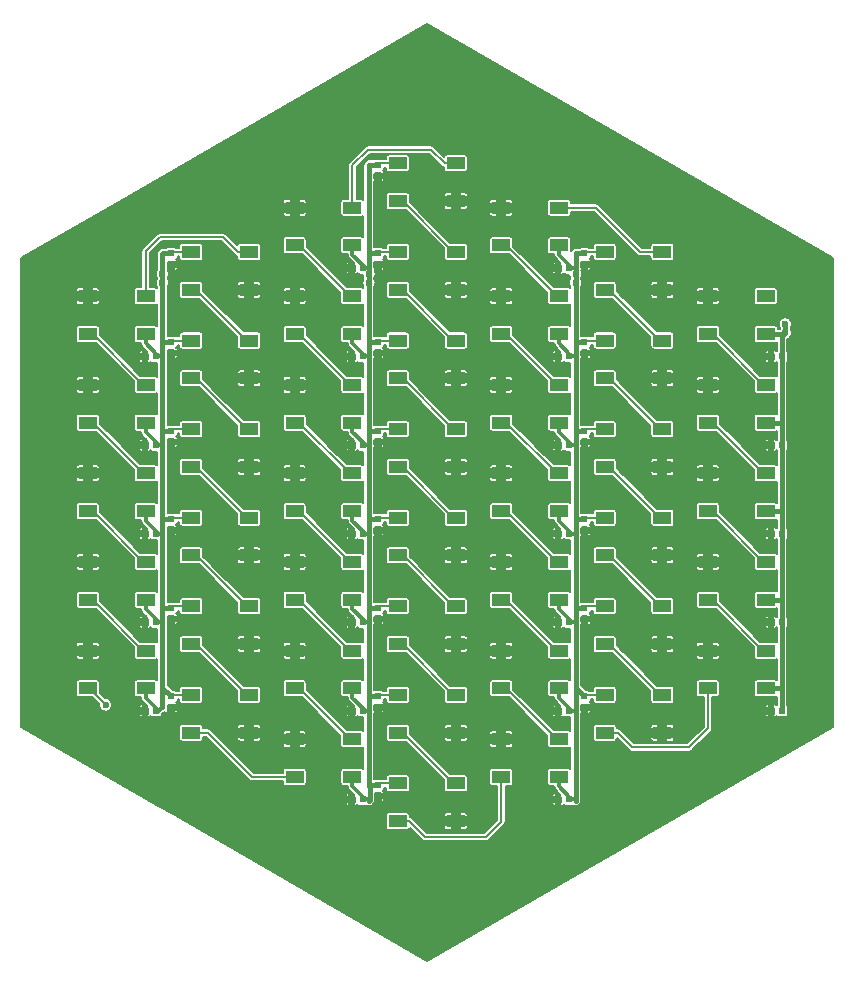
<source format=gtl>
G04 #@! TF.GenerationSoftware,KiCad,Pcbnew,5.1.5+dfsg1-2build2*
G04 #@! TF.CreationDate,2021-12-29T18:44:23+01:00*
G04 #@! TF.ProjectId,hex_led_board,6865785f-6c65-4645-9f62-6f6172642e6b,rev?*
G04 #@! TF.SameCoordinates,Original*
G04 #@! TF.FileFunction,Copper,L1,Top*
G04 #@! TF.FilePolarity,Positive*
%FSLAX46Y46*%
G04 Gerber Fmt 4.6, Leading zero omitted, Abs format (unit mm)*
G04 Created by KiCad (PCBNEW 5.1.5+dfsg1-2build2) date 2021-12-29 18:44:23*
%MOMM*%
%LPD*%
G04 APERTURE LIST*
%ADD10R,1.500000X1.000000*%
%ADD11R,0.500000X0.600000*%
%ADD12R,0.600000X0.500000*%
%ADD13C,0.600000*%
%ADD14C,0.300000*%
%ADD15C,0.400000*%
%ADD16C,0.200000*%
%ADD17C,0.127000*%
G04 APERTURE END LIST*
D10*
X128700000Y-86600000D03*
X128700000Y-83400000D03*
X123800000Y-86600000D03*
X123800000Y-83400000D03*
X128700000Y-94100000D03*
X128700000Y-90900000D03*
X123800000Y-94100000D03*
X123800000Y-90900000D03*
X128700000Y-101600000D03*
X128700000Y-98400000D03*
X123800000Y-101600000D03*
X123800000Y-98400000D03*
D11*
X129130000Y-103500000D03*
X130070000Y-103500000D03*
X129130000Y-88500000D03*
X130070000Y-88500000D03*
X129130000Y-96000000D03*
X130070000Y-96000000D03*
D10*
X128700000Y-109100000D03*
X128700000Y-105900000D03*
X123800000Y-109100000D03*
X123800000Y-105900000D03*
X128700000Y-116600000D03*
X128700000Y-113400000D03*
X123800000Y-116600000D03*
X123800000Y-113400000D03*
X115050000Y-117150000D03*
X115050000Y-120350000D03*
X119950000Y-117150000D03*
X119950000Y-120350000D03*
X115050000Y-109650000D03*
X115050000Y-112850000D03*
X119950000Y-109650000D03*
X119950000Y-112850000D03*
X115050000Y-102150000D03*
X115050000Y-105350000D03*
X119950000Y-102150000D03*
X119950000Y-105350000D03*
X115050000Y-94650000D03*
X115050000Y-97850000D03*
X119950000Y-94650000D03*
X119950000Y-97850000D03*
X115050000Y-87150000D03*
X115050000Y-90350000D03*
X119950000Y-87150000D03*
X119950000Y-90350000D03*
X115050000Y-79650000D03*
X115050000Y-82850000D03*
X119950000Y-79650000D03*
X119950000Y-82850000D03*
X111200000Y-79100000D03*
X111200000Y-75900000D03*
X106300000Y-79100000D03*
X106300000Y-75900000D03*
X111200000Y-86600000D03*
X111200000Y-83400000D03*
X106300000Y-86600000D03*
X106300000Y-83400000D03*
X111200000Y-94100000D03*
X111200000Y-90900000D03*
X106300000Y-94100000D03*
X106300000Y-90900000D03*
X111200000Y-101600000D03*
X111200000Y-98400000D03*
X106300000Y-101600000D03*
X106300000Y-98400000D03*
X111200000Y-109100000D03*
X111200000Y-105900000D03*
X106300000Y-109100000D03*
X106300000Y-105900000D03*
X111200000Y-116600000D03*
X111200000Y-113400000D03*
X106300000Y-116600000D03*
X106300000Y-113400000D03*
X111200000Y-124100000D03*
X111200000Y-120900000D03*
X106300000Y-124100000D03*
X106300000Y-120900000D03*
X97550000Y-124650000D03*
X97550000Y-127850000D03*
X102450000Y-124650000D03*
X102450000Y-127850000D03*
X97550000Y-117150000D03*
X97550000Y-120350000D03*
X102450000Y-117150000D03*
X102450000Y-120350000D03*
X97550000Y-109650000D03*
X97550000Y-112850000D03*
X102450000Y-109650000D03*
X102450000Y-112850000D03*
X97550000Y-102150000D03*
X97550000Y-105350000D03*
X102450000Y-102150000D03*
X102450000Y-105350000D03*
X97550000Y-94650000D03*
X97550000Y-97850000D03*
X102450000Y-94650000D03*
X102450000Y-97850000D03*
X97550000Y-87150000D03*
X97550000Y-90350000D03*
X102450000Y-87150000D03*
X102450000Y-90350000D03*
X97550000Y-79650000D03*
X97550000Y-82850000D03*
X102450000Y-79650000D03*
X102450000Y-82850000D03*
X97550000Y-72150000D03*
X97550000Y-75350000D03*
X102450000Y-72150000D03*
X102450000Y-75350000D03*
X93700000Y-79100000D03*
X93700000Y-75900000D03*
X88800000Y-79100000D03*
X88800000Y-75900000D03*
X93700000Y-86600000D03*
X93700000Y-83400000D03*
X88800000Y-86600000D03*
X88800000Y-83400000D03*
X93700000Y-94100000D03*
X93700000Y-90900000D03*
X88800000Y-94100000D03*
X88800000Y-90900000D03*
X93700000Y-101600000D03*
X93700000Y-98400000D03*
X88800000Y-101600000D03*
X88800000Y-98400000D03*
X93700000Y-109100000D03*
X93700000Y-105900000D03*
X88800000Y-109100000D03*
X88800000Y-105900000D03*
X93700000Y-116600000D03*
X93700000Y-113400000D03*
X88800000Y-116600000D03*
X88800000Y-113400000D03*
X93700000Y-124100000D03*
X93700000Y-120900000D03*
X88800000Y-124100000D03*
X88800000Y-120900000D03*
X80050000Y-117150000D03*
X80050000Y-120350000D03*
X84950000Y-117150000D03*
X84950000Y-120350000D03*
X80050000Y-109650000D03*
X80050000Y-112850000D03*
X84950000Y-109650000D03*
X84950000Y-112850000D03*
X80050000Y-102150000D03*
X80050000Y-105350000D03*
X84950000Y-102150000D03*
X84950000Y-105350000D03*
X80050000Y-94650000D03*
X80050000Y-97850000D03*
X84950000Y-94650000D03*
X84950000Y-97850000D03*
X80050000Y-87150000D03*
X80050000Y-90350000D03*
X84950000Y-87150000D03*
X84950000Y-90350000D03*
X80050000Y-79650000D03*
X80050000Y-82850000D03*
X84950000Y-79650000D03*
X84950000Y-82850000D03*
X76200000Y-86600000D03*
X76200000Y-83400000D03*
X71300000Y-86600000D03*
X71300000Y-83400000D03*
X76200000Y-94100000D03*
X76200000Y-90900000D03*
X71300000Y-94100000D03*
X71300000Y-90900000D03*
X76200000Y-101600000D03*
X76200000Y-98400000D03*
X71300000Y-101600000D03*
X71300000Y-98400000D03*
X76200000Y-109100000D03*
X76200000Y-105900000D03*
X71300000Y-109100000D03*
X71300000Y-105900000D03*
X76200000Y-116600000D03*
X76200000Y-113400000D03*
X71300000Y-116600000D03*
X71300000Y-113400000D03*
D11*
X129130000Y-118500000D03*
X130070000Y-118500000D03*
X76130000Y-118500000D03*
X77070000Y-118500000D03*
D12*
X95850000Y-125720000D03*
X95850000Y-124780000D03*
X95850000Y-118220000D03*
X95850000Y-117280000D03*
X78350000Y-118220000D03*
X78350000Y-117280000D03*
D11*
X111130000Y-88500000D03*
X112070000Y-88500000D03*
D12*
X113350000Y-88220000D03*
X113350000Y-87280000D03*
X95850000Y-110720000D03*
X95850000Y-109780000D03*
D11*
X93630000Y-118500000D03*
X94570000Y-118500000D03*
X129130000Y-111000000D03*
X130070000Y-111000000D03*
D12*
X95850000Y-103220000D03*
X95850000Y-102280000D03*
X78350000Y-103220000D03*
X78350000Y-102280000D03*
X113350000Y-95720000D03*
X113350000Y-94780000D03*
X113350000Y-103220000D03*
X113350000Y-102280000D03*
X95850000Y-80720000D03*
X95850000Y-79780000D03*
X113350000Y-110720000D03*
X113350000Y-109780000D03*
X78350000Y-95720000D03*
X78350000Y-94780000D03*
X78350000Y-110720000D03*
X78350000Y-109780000D03*
X95850000Y-73220000D03*
X95850000Y-72280000D03*
D11*
X111130000Y-81000000D03*
X112070000Y-81000000D03*
X111130000Y-111000000D03*
X112070000Y-111000000D03*
X111130000Y-118500000D03*
X112070000Y-118500000D03*
X111130000Y-126000000D03*
X112070000Y-126000000D03*
X76130000Y-111000000D03*
X77070000Y-111000000D03*
X93630000Y-88500000D03*
X94570000Y-88500000D03*
X93630000Y-96000000D03*
X94570000Y-96000000D03*
D12*
X113350000Y-118220000D03*
X113350000Y-117280000D03*
D11*
X93630000Y-103500000D03*
X94570000Y-103500000D03*
X93630000Y-126000000D03*
X94570000Y-126000000D03*
X111130000Y-96000000D03*
X112070000Y-96000000D03*
X111130000Y-103500000D03*
X112070000Y-103500000D03*
X76130000Y-96000000D03*
X77070000Y-96000000D03*
D12*
X78350000Y-88220000D03*
X78350000Y-87280000D03*
D11*
X76130000Y-88500000D03*
X77070000Y-88500000D03*
X93630000Y-111000000D03*
X94570000Y-111000000D03*
D12*
X95850000Y-88220000D03*
X95850000Y-87280000D03*
X113350000Y-80720000D03*
X113350000Y-79780000D03*
D11*
X93630000Y-81000000D03*
X94570000Y-81000000D03*
X76130000Y-103500000D03*
X77070000Y-103500000D03*
D12*
X78350000Y-80720000D03*
X78350000Y-79780000D03*
X95850000Y-95720000D03*
X95850000Y-94780000D03*
D13*
X102600000Y-89000000D03*
X100600000Y-90000000D03*
X96100000Y-89500000D03*
X102600000Y-96500000D03*
X100600000Y-97500000D03*
X96100000Y-97000000D03*
X102600000Y-104000000D03*
X100600000Y-105000000D03*
X96100000Y-104500000D03*
X96100000Y-112000000D03*
X102600000Y-119000000D03*
X100600000Y-112500000D03*
X102600000Y-111500000D03*
X111350000Y-122750000D03*
X109350000Y-117000000D03*
X111350000Y-115250000D03*
X109350000Y-124500000D03*
X96100000Y-127000000D03*
X100600000Y-127500000D03*
X113600000Y-112000000D03*
X120100000Y-119000000D03*
X113600000Y-119500000D03*
X118100000Y-112500000D03*
X120100000Y-111500000D03*
X118100000Y-120000000D03*
X113600000Y-97000000D03*
X120100000Y-104000000D03*
X113600000Y-104500000D03*
X118100000Y-97500000D03*
X120100000Y-96500000D03*
X118100000Y-105000000D03*
X120100000Y-89000000D03*
X113600000Y-89500000D03*
X118100000Y-82500000D03*
X120100000Y-81500000D03*
X118100000Y-90000000D03*
X76350000Y-100250000D03*
X128850000Y-92750000D03*
X122350000Y-93250000D03*
X122350000Y-100750000D03*
X128850000Y-107750000D03*
X122350000Y-108250000D03*
X128850000Y-100250000D03*
X122350000Y-115750000D03*
X128850000Y-115250000D03*
X85100000Y-89000000D03*
X78600000Y-89500000D03*
X83100000Y-90000000D03*
X78600000Y-97000000D03*
X85100000Y-104000000D03*
X78600000Y-104500000D03*
X83100000Y-97500000D03*
X85100000Y-96500000D03*
X83100000Y-105000000D03*
X78600000Y-112000000D03*
X85100000Y-119000000D03*
X78600000Y-119500000D03*
X83100000Y-112500000D03*
X85100000Y-111500000D03*
X83100000Y-120000000D03*
X87350000Y-115750000D03*
X93850000Y-122750000D03*
X87350000Y-123250000D03*
X93850000Y-115250000D03*
X87350000Y-100750000D03*
X93850000Y-100250000D03*
X87350000Y-108250000D03*
X92100000Y-109500000D03*
X92100000Y-102000000D03*
X87350000Y-85750000D03*
X93850000Y-85250000D03*
X87350000Y-93250000D03*
X92100000Y-94500000D03*
X92100000Y-87000000D03*
X111350000Y-100250000D03*
X109600000Y-109500000D03*
X109600000Y-102000000D03*
X111350000Y-85250000D03*
X109600000Y-94500000D03*
X109600000Y-87000000D03*
X109600000Y-79500000D03*
X87350000Y-78250000D03*
X92100000Y-79500000D03*
X76350000Y-107750000D03*
X74600000Y-117000000D03*
X74600000Y-109500000D03*
X76350000Y-92750000D03*
X74600000Y-102000000D03*
X74600000Y-94500000D03*
X74600000Y-87000000D03*
X102600000Y-74000000D03*
X96100000Y-74500000D03*
X92100000Y-117000000D03*
X92100000Y-124500000D03*
X83100000Y-83000000D03*
X83100000Y-80500000D03*
X78600000Y-83000000D03*
X74600000Y-80500000D03*
X73600000Y-85000000D03*
X73600000Y-92500000D03*
X73600000Y-100000000D03*
X73600000Y-107500000D03*
X100350000Y-79000000D03*
X100350000Y-80250000D03*
X97850000Y-77250000D03*
X96100000Y-78750000D03*
X97850000Y-78500000D03*
X96100000Y-77250000D03*
X99100000Y-75000000D03*
X98100000Y-73500000D03*
X130350000Y-86500000D03*
X130350000Y-85750000D03*
X77600000Y-81500000D03*
X77600000Y-82250000D03*
X95100000Y-81500000D03*
X95100000Y-82250000D03*
X112600000Y-81500000D03*
X112600000Y-82250000D03*
X72800000Y-118000000D03*
D14*
X76200000Y-116600000D02*
X76200000Y-117400000D01*
X77070000Y-118270000D02*
X77070000Y-118500000D01*
X76200000Y-117400000D02*
X77070000Y-118270000D01*
X77500000Y-111000000D02*
X77600000Y-111100000D01*
X77070000Y-111000000D02*
X77500000Y-111000000D01*
X76200000Y-109100000D02*
X76200000Y-109900000D01*
X77070000Y-110770000D02*
X77070000Y-111000000D01*
X76200000Y-109900000D02*
X77070000Y-110770000D01*
X77500000Y-103500000D02*
X77600000Y-103600000D01*
X77070000Y-103500000D02*
X77500000Y-103500000D01*
X76200000Y-101600000D02*
X76200000Y-102400000D01*
X77070000Y-103270000D02*
X77070000Y-103500000D01*
X76200000Y-102400000D02*
X77070000Y-103270000D01*
X77500000Y-96000000D02*
X77600000Y-96100000D01*
X77070000Y-96000000D02*
X77500000Y-96000000D01*
X76200000Y-94100000D02*
X76200000Y-94900000D01*
X77070000Y-95770000D02*
X77070000Y-96000000D01*
X76200000Y-94900000D02*
X77070000Y-95770000D01*
X77500000Y-88500000D02*
X77600000Y-88600000D01*
X77070000Y-88500000D02*
X77500000Y-88500000D01*
X76200000Y-86600000D02*
X76200000Y-87400000D01*
X77070000Y-88270000D02*
X77070000Y-88500000D01*
X76200000Y-87400000D02*
X77070000Y-88270000D01*
X95000000Y-81000000D02*
X95100000Y-81100000D01*
X94570000Y-81000000D02*
X95000000Y-81000000D01*
X93700000Y-79100000D02*
X93700000Y-79900000D01*
X94570000Y-80770000D02*
X94570000Y-81000000D01*
X93700000Y-79900000D02*
X94570000Y-80770000D01*
X95000000Y-88500000D02*
X95100000Y-88600000D01*
X94570000Y-88500000D02*
X95000000Y-88500000D01*
X93700000Y-86600000D02*
X93700000Y-87400000D01*
X94570000Y-88270000D02*
X94570000Y-88500000D01*
X93700000Y-87400000D02*
X94570000Y-88270000D01*
X95000000Y-96000000D02*
X95100000Y-96100000D01*
X94570000Y-96000000D02*
X95000000Y-96000000D01*
X93700000Y-94100000D02*
X93700000Y-94900000D01*
X94570000Y-95770000D02*
X94570000Y-96000000D01*
X93700000Y-94900000D02*
X94570000Y-95770000D01*
X95000000Y-103500000D02*
X95100000Y-103600000D01*
X94570000Y-103500000D02*
X95000000Y-103500000D01*
X93700000Y-101600000D02*
X93700000Y-102400000D01*
X94570000Y-103270000D02*
X94570000Y-103500000D01*
X93700000Y-102400000D02*
X94570000Y-103270000D01*
X95000000Y-111000000D02*
X95100000Y-111100000D01*
X94570000Y-111000000D02*
X95000000Y-111000000D01*
X93700000Y-109100000D02*
X93700000Y-109900000D01*
X94570000Y-110770000D02*
X94570000Y-111000000D01*
X93700000Y-109900000D02*
X94570000Y-110770000D01*
X95000000Y-118500000D02*
X95100000Y-118600000D01*
X94570000Y-118500000D02*
X95000000Y-118500000D01*
X93700000Y-116600000D02*
X93700000Y-117400000D01*
X94570000Y-118270000D02*
X94570000Y-118500000D01*
X93700000Y-117400000D02*
X94570000Y-118270000D01*
X95000000Y-126000000D02*
X95100000Y-126100000D01*
X94570000Y-126000000D02*
X95000000Y-126000000D01*
X93700000Y-124100000D02*
X93700000Y-124900000D01*
X94570000Y-125770000D02*
X94570000Y-126000000D01*
X93700000Y-124900000D02*
X94570000Y-125770000D01*
X112500000Y-126000000D02*
X112600000Y-126100000D01*
X112070000Y-126000000D02*
X112500000Y-126000000D01*
X111200000Y-124100000D02*
X111200000Y-124900000D01*
X112070000Y-125770000D02*
X112070000Y-126000000D01*
X111200000Y-124900000D02*
X112070000Y-125770000D01*
X112500000Y-118500000D02*
X112600000Y-118600000D01*
X112070000Y-118500000D02*
X112500000Y-118500000D01*
X111200000Y-116600000D02*
X111200000Y-117400000D01*
X112070000Y-118270000D02*
X112070000Y-118500000D01*
X111200000Y-117400000D02*
X112070000Y-118270000D01*
X112500000Y-111000000D02*
X112600000Y-111100000D01*
X112070000Y-111000000D02*
X112500000Y-111000000D01*
X111200000Y-109100000D02*
X111200000Y-109900000D01*
X112070000Y-110770000D02*
X112070000Y-111000000D01*
X111200000Y-109900000D02*
X112070000Y-110770000D01*
X112500000Y-103500000D02*
X112600000Y-103600000D01*
X112070000Y-103500000D02*
X112500000Y-103500000D01*
X111200000Y-101600000D02*
X111200000Y-102400000D01*
X112070000Y-103270000D02*
X112070000Y-103500000D01*
X111200000Y-102400000D02*
X112070000Y-103270000D01*
X112500000Y-96000000D02*
X112600000Y-96100000D01*
X112070000Y-96000000D02*
X112500000Y-96000000D01*
X111200000Y-94100000D02*
X111200000Y-94900000D01*
X112070000Y-95770000D02*
X112070000Y-96000000D01*
X111200000Y-94900000D02*
X112070000Y-95770000D01*
X112500000Y-81000000D02*
X112600000Y-81100000D01*
X112070000Y-81000000D02*
X112500000Y-81000000D01*
X111200000Y-79100000D02*
X111200000Y-79900000D01*
X112070000Y-80770000D02*
X112070000Y-81000000D01*
X111200000Y-79900000D02*
X112070000Y-80770000D01*
D15*
X130000000Y-94100000D02*
X130070000Y-94030000D01*
X128550000Y-94100000D02*
X130000000Y-94100000D01*
X130000000Y-109100000D02*
X130070000Y-109030000D01*
X128550000Y-109100000D02*
X130000000Y-109100000D01*
X112600000Y-79830000D02*
X112650000Y-79780000D01*
X112600000Y-87330000D02*
X112600000Y-82250000D01*
X112650000Y-79780000D02*
X113350000Y-79780000D01*
X112600000Y-87330000D02*
X112650000Y-87280000D01*
X112650000Y-87280000D02*
X113350000Y-87280000D01*
X112600000Y-94830000D02*
X112650000Y-94780000D01*
X112600000Y-102330000D02*
X112600000Y-94830000D01*
X112650000Y-94780000D02*
X113350000Y-94780000D01*
X112600000Y-102330000D02*
X112650000Y-102280000D01*
X112600000Y-109830000D02*
X112600000Y-102330000D01*
X112650000Y-102280000D02*
X113350000Y-102280000D01*
X112600000Y-109830000D02*
X112650000Y-109780000D01*
X112650000Y-109780000D02*
X113350000Y-109780000D01*
X95100000Y-72330000D02*
X95150000Y-72280000D01*
X95100000Y-79830000D02*
X95100000Y-72330000D01*
X95150000Y-72280000D02*
X95850000Y-72280000D01*
X95100000Y-79830000D02*
X95150000Y-79780000D01*
X95100000Y-87330000D02*
X95100000Y-79830000D01*
X95150000Y-79780000D02*
X95850000Y-79780000D01*
X95100000Y-87330000D02*
X95150000Y-87280000D01*
X95100000Y-94830000D02*
X95100000Y-87330000D01*
X95150000Y-87280000D02*
X95850000Y-87280000D01*
X95100000Y-94830000D02*
X95150000Y-94780000D01*
X95100000Y-102330000D02*
X95100000Y-94830000D01*
X95150000Y-94780000D02*
X95850000Y-94780000D01*
X95100000Y-102330000D02*
X95150000Y-102280000D01*
X95100000Y-109830000D02*
X95100000Y-102330000D01*
X95150000Y-102280000D02*
X95850000Y-102280000D01*
X95100000Y-109830000D02*
X95150000Y-109780000D01*
X95100000Y-117330000D02*
X95100000Y-109830000D01*
X95150000Y-109780000D02*
X95850000Y-109780000D01*
X95100000Y-117330000D02*
X95150000Y-117280000D01*
X95100000Y-124830000D02*
X95100000Y-117330000D01*
X95150000Y-117280000D02*
X95850000Y-117280000D01*
X77600000Y-87330000D02*
X77600000Y-79830000D01*
X77650000Y-79780000D02*
X78350000Y-79780000D01*
X77600000Y-79830000D02*
X77650000Y-79780000D01*
X77650000Y-109780000D02*
X78350000Y-109780000D01*
X77600000Y-109830000D02*
X77650000Y-109780000D01*
X77600000Y-109830000D02*
X77600000Y-102330000D01*
X77650000Y-102280000D02*
X78350000Y-102280000D01*
X77600000Y-102330000D02*
X77650000Y-102280000D01*
X77600000Y-102330000D02*
X77600000Y-94830000D01*
X77650000Y-94780000D02*
X78350000Y-94780000D01*
X77600000Y-94830000D02*
X77650000Y-94780000D01*
X77600000Y-94830000D02*
X77600000Y-87330000D01*
X77650000Y-87280000D02*
X78350000Y-87280000D01*
X77600000Y-87330000D02*
X77650000Y-87280000D01*
D16*
X95980000Y-117150000D02*
X95850000Y-117280000D01*
X97550000Y-117150000D02*
X95980000Y-117150000D01*
X95980000Y-124650000D02*
X95850000Y-124780000D01*
X97550000Y-124650000D02*
X95980000Y-124650000D01*
X78480000Y-79650000D02*
X78350000Y-79780000D01*
X80050000Y-79650000D02*
X78480000Y-79650000D01*
X78480000Y-87150000D02*
X78350000Y-87280000D01*
X80050000Y-87150000D02*
X78480000Y-87150000D01*
X78480000Y-94650000D02*
X78350000Y-94780000D01*
X80050000Y-94650000D02*
X78480000Y-94650000D01*
X78480000Y-102150000D02*
X78350000Y-102280000D01*
X80050000Y-102150000D02*
X78480000Y-102150000D01*
X78480000Y-109650000D02*
X78350000Y-109780000D01*
X80050000Y-109650000D02*
X78480000Y-109650000D01*
X78480000Y-117150000D02*
X78350000Y-117280000D01*
X80050000Y-117150000D02*
X78480000Y-117150000D01*
X95980000Y-109650000D02*
X95850000Y-109780000D01*
X97550000Y-109650000D02*
X95980000Y-109650000D01*
X95980000Y-102150000D02*
X95850000Y-102280000D01*
X97550000Y-102150000D02*
X95980000Y-102150000D01*
X95980000Y-94650000D02*
X95850000Y-94780000D01*
X97550000Y-94650000D02*
X95980000Y-94650000D01*
X95980000Y-87150000D02*
X95850000Y-87280000D01*
X97550000Y-87150000D02*
X95980000Y-87150000D01*
X95980000Y-79650000D02*
X95850000Y-79780000D01*
X97550000Y-79650000D02*
X95980000Y-79650000D01*
X95980000Y-72150000D02*
X95850000Y-72280000D01*
X97550000Y-72150000D02*
X95980000Y-72150000D01*
X113480000Y-79650000D02*
X113350000Y-79780000D01*
X115050000Y-79650000D02*
X113480000Y-79650000D01*
X113480000Y-87150000D02*
X113350000Y-87280000D01*
X115050000Y-87150000D02*
X113480000Y-87150000D01*
X113480000Y-94650000D02*
X113350000Y-94780000D01*
X115050000Y-94650000D02*
X113480000Y-94650000D01*
X113480000Y-102150000D02*
X113350000Y-102280000D01*
X115050000Y-102150000D02*
X113480000Y-102150000D01*
X113480000Y-109650000D02*
X113350000Y-109780000D01*
X115050000Y-109650000D02*
X113480000Y-109650000D01*
X113480000Y-117150000D02*
X113350000Y-117280000D01*
X115050000Y-117150000D02*
X113480000Y-117150000D01*
D15*
X77600000Y-116530000D02*
X77600000Y-109830000D01*
X78350000Y-117280000D02*
X77600000Y-116530000D01*
X112600000Y-116530000D02*
X112600000Y-109830000D01*
X113350000Y-117280000D02*
X112600000Y-116530000D01*
X112600000Y-81500000D02*
X112600000Y-79830000D01*
X112600000Y-82250000D02*
X112600000Y-81500000D01*
X130070000Y-88500000D02*
X130070000Y-96000000D01*
X130070000Y-116870000D02*
X130070000Y-118500000D01*
X130070000Y-96000000D02*
X130070000Y-116870000D01*
X130070000Y-116470000D02*
X130070000Y-116870000D01*
X129940000Y-116600000D02*
X130070000Y-116470000D01*
X128700000Y-116600000D02*
X129940000Y-116600000D01*
X130000000Y-101600000D02*
X130070000Y-101530000D01*
X128550000Y-101600000D02*
X130000000Y-101600000D01*
X130250000Y-86600000D02*
X130350000Y-86500000D01*
X128700000Y-86600000D02*
X130250000Y-86600000D01*
X130070000Y-86780000D02*
X130070000Y-88500000D01*
X130350000Y-86500000D02*
X130070000Y-86780000D01*
X130350000Y-85750000D02*
X130350000Y-86500000D01*
D14*
X112070000Y-88270000D02*
X112070000Y-88500000D01*
X111200000Y-86600000D02*
X111200000Y-87400000D01*
X111200000Y-87400000D02*
X112070000Y-88270000D01*
X112500000Y-88500000D02*
X112600000Y-88600000D01*
X112070000Y-88500000D02*
X112500000Y-88500000D01*
D15*
X112600000Y-88600000D02*
X112600000Y-87330000D01*
X112600000Y-94830000D02*
X112600000Y-88600000D01*
X95150000Y-124780000D02*
X95100000Y-124830000D01*
X95850000Y-124780000D02*
X95150000Y-124780000D01*
X95150000Y-126050000D02*
X95100000Y-126100000D01*
X95150000Y-124780000D02*
X95150000Y-126050000D01*
X112600000Y-116530000D02*
X112600000Y-126100000D01*
D14*
X77300000Y-118500000D02*
X77600000Y-118200000D01*
X77070000Y-118500000D02*
X77300000Y-118500000D01*
D15*
X77600000Y-116530000D02*
X77600000Y-118200000D01*
D16*
X71700000Y-109100000D02*
X76000000Y-113400000D01*
X76000000Y-113400000D02*
X76200000Y-113400000D01*
X71300000Y-109100000D02*
X71700000Y-109100000D01*
X71400000Y-116600000D02*
X71300000Y-116600000D01*
X72800000Y-118000000D02*
X71400000Y-116600000D01*
X71700000Y-101600000D02*
X76000000Y-105900000D01*
X76000000Y-105900000D02*
X76200000Y-105900000D01*
X71300000Y-101600000D02*
X71700000Y-101600000D01*
X97550000Y-112850000D02*
X97950000Y-112850000D01*
X97950000Y-112850000D02*
X102250000Y-117150000D01*
X102250000Y-117150000D02*
X102450000Y-117150000D01*
X71700000Y-94100000D02*
X76000000Y-98400000D01*
X76000000Y-98400000D02*
X76200000Y-98400000D01*
X71300000Y-94100000D02*
X71700000Y-94100000D01*
X71700000Y-86600000D02*
X76000000Y-90900000D01*
X76000000Y-90900000D02*
X76200000Y-90900000D01*
X71300000Y-86600000D02*
X71700000Y-86600000D01*
X84000000Y-79650000D02*
X82750000Y-78400000D01*
X84950000Y-79650000D02*
X84000000Y-79650000D01*
X82750000Y-78400000D02*
X77400000Y-78400000D01*
X76200000Y-79600000D02*
X76200000Y-83400000D01*
X77400000Y-78400000D02*
X76200000Y-79600000D01*
X80050000Y-82850000D02*
X80450000Y-82850000D01*
X80450000Y-82850000D02*
X84750000Y-87150000D01*
X84750000Y-87150000D02*
X84950000Y-87150000D01*
X80050000Y-90350000D02*
X80450000Y-90350000D01*
X80450000Y-90350000D02*
X84750000Y-94650000D01*
X84750000Y-94650000D02*
X84950000Y-94650000D01*
X80050000Y-97850000D02*
X80450000Y-97850000D01*
X80450000Y-97850000D02*
X84750000Y-102150000D01*
X84750000Y-102150000D02*
X84950000Y-102150000D01*
X80050000Y-105350000D02*
X80450000Y-105350000D01*
X80450000Y-105350000D02*
X84750000Y-109650000D01*
X84750000Y-109650000D02*
X84950000Y-109650000D01*
X80050000Y-112850000D02*
X80450000Y-112850000D01*
X80450000Y-112850000D02*
X84750000Y-117150000D01*
X84750000Y-117150000D02*
X84950000Y-117150000D01*
X87850000Y-124100000D02*
X88800000Y-124100000D01*
X85200000Y-124100000D02*
X87850000Y-124100000D01*
X81450000Y-120350000D02*
X85200000Y-124100000D01*
X80050000Y-120350000D02*
X81450000Y-120350000D01*
X89200000Y-116600000D02*
X93500000Y-120900000D01*
X93500000Y-120900000D02*
X93700000Y-120900000D01*
X88800000Y-116600000D02*
X89200000Y-116600000D01*
X89200000Y-109100000D02*
X93500000Y-113400000D01*
X93500000Y-113400000D02*
X93700000Y-113400000D01*
X88800000Y-109100000D02*
X89200000Y-109100000D01*
X89200000Y-101600000D02*
X93500000Y-105900000D01*
X93500000Y-105900000D02*
X93700000Y-105900000D01*
X88800000Y-101600000D02*
X89200000Y-101600000D01*
X89200000Y-94100000D02*
X93500000Y-98400000D01*
X93500000Y-98400000D02*
X93700000Y-98400000D01*
X88800000Y-94100000D02*
X89200000Y-94100000D01*
X89200000Y-86600000D02*
X93500000Y-90900000D01*
X93500000Y-90900000D02*
X93700000Y-90900000D01*
X88800000Y-86600000D02*
X89200000Y-86600000D01*
X89200000Y-79100000D02*
X93500000Y-83400000D01*
X93500000Y-83400000D02*
X93700000Y-83400000D01*
X88800000Y-79100000D02*
X89200000Y-79100000D01*
X101500000Y-72150000D02*
X100350000Y-71000000D01*
X102450000Y-72150000D02*
X101500000Y-72150000D01*
X100350000Y-71000000D02*
X95000000Y-71000000D01*
X93700000Y-72300000D02*
X93700000Y-75900000D01*
X95000000Y-71000000D02*
X93700000Y-72300000D01*
X97550000Y-75350000D02*
X97950000Y-75350000D01*
X97950000Y-75350000D02*
X102250000Y-79650000D01*
X102250000Y-79650000D02*
X102450000Y-79650000D01*
X97550000Y-82850000D02*
X97950000Y-82850000D01*
X97950000Y-82850000D02*
X102250000Y-87150000D01*
X102250000Y-87150000D02*
X102450000Y-87150000D01*
X97550000Y-90350000D02*
X97950000Y-90350000D01*
X97950000Y-90350000D02*
X102250000Y-94650000D01*
X102250000Y-94650000D02*
X102450000Y-94650000D01*
X97550000Y-97850000D02*
X97950000Y-97850000D01*
X97950000Y-97850000D02*
X102250000Y-102150000D01*
X102250000Y-102150000D02*
X102450000Y-102150000D01*
X97550000Y-105350000D02*
X97950000Y-105350000D01*
X97950000Y-105350000D02*
X102250000Y-109650000D01*
X102250000Y-109650000D02*
X102450000Y-109650000D01*
X98500000Y-127850000D02*
X99850000Y-129200000D01*
X97550000Y-127850000D02*
X98500000Y-127850000D01*
X99850000Y-129200000D02*
X105000000Y-129200000D01*
X106300000Y-127900000D02*
X106300000Y-124100000D01*
X105000000Y-129200000D02*
X106300000Y-127900000D01*
X106700000Y-116600000D02*
X111000000Y-120900000D01*
X111000000Y-120900000D02*
X111200000Y-120900000D01*
X106300000Y-116600000D02*
X106700000Y-116600000D01*
X106700000Y-109100000D02*
X111000000Y-113400000D01*
X111000000Y-113400000D02*
X111200000Y-113400000D01*
X106300000Y-109100000D02*
X106700000Y-109100000D01*
X106700000Y-101600000D02*
X111000000Y-105900000D01*
X111000000Y-105900000D02*
X111200000Y-105900000D01*
X106300000Y-101600000D02*
X106700000Y-101600000D01*
X106700000Y-94100000D02*
X111000000Y-98400000D01*
X111000000Y-98400000D02*
X111200000Y-98400000D01*
X106300000Y-94100000D02*
X106700000Y-94100000D01*
X106700000Y-86600000D02*
X111000000Y-90900000D01*
X111000000Y-90900000D02*
X111200000Y-90900000D01*
X106300000Y-86600000D02*
X106700000Y-86600000D01*
X106700000Y-79100000D02*
X111000000Y-83400000D01*
X111000000Y-83400000D02*
X111200000Y-83400000D01*
X106300000Y-79100000D02*
X106700000Y-79100000D01*
X114300000Y-75900000D02*
X112150000Y-75900000D01*
X118050000Y-79650000D02*
X114300000Y-75900000D01*
X112150000Y-75900000D02*
X111200000Y-75900000D01*
X119950000Y-79650000D02*
X118050000Y-79650000D01*
X115050000Y-82850000D02*
X115450000Y-82850000D01*
X115450000Y-82850000D02*
X119750000Y-87150000D01*
X119750000Y-87150000D02*
X119950000Y-87150000D01*
X115050000Y-90350000D02*
X115450000Y-90350000D01*
X115450000Y-90350000D02*
X119750000Y-94650000D01*
X119750000Y-94650000D02*
X119950000Y-94650000D01*
X115050000Y-97850000D02*
X115450000Y-97850000D01*
X115450000Y-97850000D02*
X119750000Y-102150000D01*
X119750000Y-102150000D02*
X119950000Y-102150000D01*
X115050000Y-105350000D02*
X115450000Y-105350000D01*
X115450000Y-105350000D02*
X119750000Y-109650000D01*
X119750000Y-109650000D02*
X119950000Y-109650000D01*
X119750000Y-117150000D02*
X119950000Y-117150000D01*
X115450000Y-112850000D02*
X119750000Y-117150000D01*
X115050000Y-112850000D02*
X115450000Y-112850000D01*
X123800000Y-120000000D02*
X123800000Y-117300000D01*
X122200000Y-121600000D02*
X123800000Y-120000000D01*
X117400000Y-121600000D02*
X122200000Y-121600000D01*
X116150000Y-120350000D02*
X117400000Y-121600000D01*
X123800000Y-117300000D02*
X123800000Y-116600000D01*
X115050000Y-120350000D02*
X116150000Y-120350000D01*
X124200000Y-109100000D02*
X128500000Y-113400000D01*
X128500000Y-113400000D02*
X128700000Y-113400000D01*
X123800000Y-109100000D02*
X124200000Y-109100000D01*
X124200000Y-101600000D02*
X128500000Y-105900000D01*
X128500000Y-105900000D02*
X128700000Y-105900000D01*
X123800000Y-101600000D02*
X124200000Y-101600000D01*
X124200000Y-94100000D02*
X128500000Y-98400000D01*
X128500000Y-98400000D02*
X128700000Y-98400000D01*
X123800000Y-94100000D02*
X124200000Y-94100000D01*
X124200000Y-86600000D02*
X128500000Y-90900000D01*
X128500000Y-90900000D02*
X128700000Y-90900000D01*
X123800000Y-86600000D02*
X124200000Y-86600000D01*
X97550000Y-120350000D02*
X97950000Y-120350000D01*
X97950000Y-120350000D02*
X102250000Y-124650000D01*
X102250000Y-124650000D02*
X102450000Y-124650000D01*
D17*
G36*
X134352533Y-80166566D02*
G01*
X134352532Y-119833435D01*
X100000017Y-139666869D01*
X78666574Y-127350000D01*
X96535226Y-127350000D01*
X96535226Y-128350000D01*
X96540314Y-128401655D01*
X96555381Y-128451325D01*
X96579848Y-128497101D01*
X96612777Y-128537223D01*
X96652899Y-128570152D01*
X96698675Y-128594619D01*
X96748345Y-128609686D01*
X96800000Y-128614774D01*
X98300000Y-128614774D01*
X98351655Y-128609686D01*
X98401325Y-128594619D01*
X98447101Y-128570152D01*
X98487223Y-128537223D01*
X98520152Y-128497101D01*
X98544619Y-128451325D01*
X98554543Y-128418609D01*
X99580346Y-129444412D01*
X99591724Y-129458276D01*
X99605588Y-129469654D01*
X99647072Y-129503700D01*
X99647074Y-129503701D01*
X99710222Y-129537454D01*
X99778742Y-129558240D01*
X99832150Y-129563500D01*
X99832159Y-129563500D01*
X99849999Y-129565257D01*
X99867839Y-129563500D01*
X104982160Y-129563500D01*
X105000000Y-129565257D01*
X105017840Y-129563500D01*
X105017850Y-129563500D01*
X105071258Y-129558240D01*
X105139778Y-129537454D01*
X105202926Y-129503701D01*
X105258276Y-129458276D01*
X105269654Y-129444412D01*
X106544422Y-128169645D01*
X106558275Y-128158276D01*
X106569645Y-128144422D01*
X106569655Y-128144412D01*
X106603701Y-128102927D01*
X106637454Y-128039778D01*
X106637454Y-128039777D01*
X106658240Y-127971258D01*
X106663500Y-127917850D01*
X106663500Y-127917840D01*
X106665257Y-127900000D01*
X106663500Y-127882160D01*
X106663500Y-126302375D01*
X110616500Y-126302375D01*
X110620171Y-126350941D01*
X110635102Y-126400652D01*
X110659444Y-126446495D01*
X110692262Y-126486709D01*
X110732294Y-126519747D01*
X110778003Y-126544341D01*
X110827631Y-126559544D01*
X110877625Y-126563500D01*
X110943500Y-126497625D01*
X110943500Y-126236500D01*
X110682375Y-126236500D01*
X110616500Y-126302375D01*
X106663500Y-126302375D01*
X106663500Y-125697625D01*
X110616500Y-125697625D01*
X110682375Y-125763500D01*
X110943500Y-125763500D01*
X110943500Y-125502375D01*
X110877625Y-125436500D01*
X110827631Y-125440456D01*
X110778003Y-125455659D01*
X110732294Y-125480253D01*
X110692262Y-125513291D01*
X110659444Y-125553505D01*
X110635102Y-125599348D01*
X110620171Y-125649059D01*
X110616500Y-125697625D01*
X106663500Y-125697625D01*
X106663500Y-124864774D01*
X107050000Y-124864774D01*
X107101655Y-124859686D01*
X107151325Y-124844619D01*
X107197101Y-124820152D01*
X107237223Y-124787223D01*
X107270152Y-124747101D01*
X107294619Y-124701325D01*
X107309686Y-124651655D01*
X107314774Y-124600000D01*
X107314774Y-123600000D01*
X107309686Y-123548345D01*
X107294619Y-123498675D01*
X107270152Y-123452899D01*
X107237223Y-123412777D01*
X107197101Y-123379848D01*
X107151325Y-123355381D01*
X107101655Y-123340314D01*
X107050000Y-123335226D01*
X105550000Y-123335226D01*
X105498345Y-123340314D01*
X105448675Y-123355381D01*
X105402899Y-123379848D01*
X105362777Y-123412777D01*
X105329848Y-123452899D01*
X105305381Y-123498675D01*
X105290314Y-123548345D01*
X105285226Y-123600000D01*
X105285226Y-124600000D01*
X105290314Y-124651655D01*
X105305381Y-124701325D01*
X105329848Y-124747101D01*
X105362777Y-124787223D01*
X105402899Y-124820152D01*
X105448675Y-124844619D01*
X105498345Y-124859686D01*
X105550000Y-124864774D01*
X105936501Y-124864774D01*
X105936500Y-127749433D01*
X104849434Y-128836500D01*
X100000566Y-128836500D01*
X99514066Y-128350000D01*
X101435225Y-128350000D01*
X101440313Y-128401655D01*
X101455380Y-128451325D01*
X101479848Y-128497101D01*
X101512776Y-128537224D01*
X101552899Y-128570152D01*
X101598675Y-128594620D01*
X101648345Y-128609687D01*
X101700000Y-128614775D01*
X102047625Y-128613500D01*
X102113500Y-128547625D01*
X102113500Y-128186500D01*
X102786500Y-128186500D01*
X102786500Y-128547625D01*
X102852375Y-128613500D01*
X103200000Y-128614775D01*
X103251655Y-128609687D01*
X103301325Y-128594620D01*
X103347101Y-128570152D01*
X103387224Y-128537224D01*
X103420152Y-128497101D01*
X103444620Y-128451325D01*
X103459687Y-128401655D01*
X103464775Y-128350000D01*
X103463500Y-128252375D01*
X103397625Y-128186500D01*
X102786500Y-128186500D01*
X102113500Y-128186500D01*
X101502375Y-128186500D01*
X101436500Y-128252375D01*
X101435225Y-128350000D01*
X99514066Y-128350000D01*
X98769654Y-127605588D01*
X98758276Y-127591724D01*
X98702926Y-127546299D01*
X98639778Y-127512546D01*
X98571258Y-127491760D01*
X98564774Y-127491121D01*
X98564774Y-127350000D01*
X101435225Y-127350000D01*
X101436500Y-127447625D01*
X101502375Y-127513500D01*
X102113500Y-127513500D01*
X102113500Y-127152375D01*
X102786500Y-127152375D01*
X102786500Y-127513500D01*
X103397625Y-127513500D01*
X103463500Y-127447625D01*
X103464775Y-127350000D01*
X103459687Y-127298345D01*
X103444620Y-127248675D01*
X103420152Y-127202899D01*
X103387224Y-127162776D01*
X103347101Y-127129848D01*
X103301325Y-127105380D01*
X103251655Y-127090313D01*
X103200000Y-127085225D01*
X102852375Y-127086500D01*
X102786500Y-127152375D01*
X102113500Y-127152375D01*
X102047625Y-127086500D01*
X101700000Y-127085225D01*
X101648345Y-127090313D01*
X101598675Y-127105380D01*
X101552899Y-127129848D01*
X101512776Y-127162776D01*
X101479848Y-127202899D01*
X101455380Y-127248675D01*
X101440313Y-127298345D01*
X101435225Y-127350000D01*
X98564774Y-127350000D01*
X98559686Y-127298345D01*
X98544619Y-127248675D01*
X98520152Y-127202899D01*
X98487223Y-127162777D01*
X98447101Y-127129848D01*
X98401325Y-127105381D01*
X98351655Y-127090314D01*
X98300000Y-127085226D01*
X96800000Y-127085226D01*
X96748345Y-127090314D01*
X96698675Y-127105381D01*
X96652899Y-127129848D01*
X96612777Y-127162777D01*
X96579848Y-127202899D01*
X96555381Y-127248675D01*
X96540314Y-127298345D01*
X96535226Y-127350000D01*
X78666574Y-127350000D01*
X76852034Y-126302375D01*
X93116500Y-126302375D01*
X93120171Y-126350941D01*
X93135102Y-126400652D01*
X93159444Y-126446495D01*
X93192262Y-126486709D01*
X93232294Y-126519747D01*
X93278003Y-126544341D01*
X93327631Y-126559544D01*
X93377625Y-126563500D01*
X93443500Y-126497625D01*
X93443500Y-126236500D01*
X93182375Y-126236500D01*
X93116500Y-126302375D01*
X76852034Y-126302375D01*
X75804577Y-125697625D01*
X93116500Y-125697625D01*
X93182375Y-125763500D01*
X93443500Y-125763500D01*
X93443500Y-125502375D01*
X93377625Y-125436500D01*
X93327631Y-125440456D01*
X93278003Y-125455659D01*
X93232294Y-125480253D01*
X93192262Y-125513291D01*
X93159444Y-125553505D01*
X93135102Y-125599348D01*
X93120171Y-125649059D01*
X93116500Y-125697625D01*
X75804577Y-125697625D01*
X65676192Y-119850000D01*
X79035226Y-119850000D01*
X79035226Y-120850000D01*
X79040314Y-120901655D01*
X79055381Y-120951325D01*
X79079848Y-120997101D01*
X79112777Y-121037223D01*
X79152899Y-121070152D01*
X79198675Y-121094619D01*
X79248345Y-121109686D01*
X79300000Y-121114774D01*
X80800000Y-121114774D01*
X80851655Y-121109686D01*
X80901325Y-121094619D01*
X80947101Y-121070152D01*
X80987223Y-121037223D01*
X81020152Y-120997101D01*
X81044619Y-120951325D01*
X81059686Y-120901655D01*
X81064774Y-120850000D01*
X81064774Y-120713500D01*
X81299434Y-120713500D01*
X84930351Y-124344418D01*
X84941724Y-124358276D01*
X84955582Y-124369649D01*
X84955588Y-124369655D01*
X84997073Y-124403701D01*
X85043797Y-124428675D01*
X85060222Y-124437454D01*
X85128742Y-124458240D01*
X85182150Y-124463500D01*
X85182160Y-124463500D01*
X85200000Y-124465257D01*
X85217840Y-124463500D01*
X87785226Y-124463500D01*
X87785226Y-124600000D01*
X87790314Y-124651655D01*
X87805381Y-124701325D01*
X87829848Y-124747101D01*
X87862777Y-124787223D01*
X87902899Y-124820152D01*
X87948675Y-124844619D01*
X87998345Y-124859686D01*
X88050000Y-124864774D01*
X89550000Y-124864774D01*
X89601655Y-124859686D01*
X89651325Y-124844619D01*
X89697101Y-124820152D01*
X89737223Y-124787223D01*
X89770152Y-124747101D01*
X89794619Y-124701325D01*
X89809686Y-124651655D01*
X89814774Y-124600000D01*
X89814774Y-123600000D01*
X89809686Y-123548345D01*
X89794619Y-123498675D01*
X89770152Y-123452899D01*
X89737223Y-123412777D01*
X89697101Y-123379848D01*
X89651325Y-123355381D01*
X89601655Y-123340314D01*
X89550000Y-123335226D01*
X88050000Y-123335226D01*
X87998345Y-123340314D01*
X87948675Y-123355381D01*
X87902899Y-123379848D01*
X87862777Y-123412777D01*
X87829848Y-123452899D01*
X87805381Y-123498675D01*
X87790314Y-123548345D01*
X87785226Y-123600000D01*
X87785226Y-123736500D01*
X85350567Y-123736500D01*
X83014067Y-121400000D01*
X87785225Y-121400000D01*
X87790313Y-121451655D01*
X87805380Y-121501325D01*
X87829848Y-121547101D01*
X87862776Y-121587224D01*
X87902899Y-121620152D01*
X87948675Y-121644620D01*
X87998345Y-121659687D01*
X88050000Y-121664775D01*
X88397625Y-121663500D01*
X88463500Y-121597625D01*
X88463500Y-121236500D01*
X89136500Y-121236500D01*
X89136500Y-121597625D01*
X89202375Y-121663500D01*
X89550000Y-121664775D01*
X89601655Y-121659687D01*
X89651325Y-121644620D01*
X89697101Y-121620152D01*
X89737224Y-121587224D01*
X89770152Y-121547101D01*
X89794620Y-121501325D01*
X89809687Y-121451655D01*
X89814775Y-121400000D01*
X89813500Y-121302375D01*
X89747625Y-121236500D01*
X89136500Y-121236500D01*
X88463500Y-121236500D01*
X87852375Y-121236500D01*
X87786500Y-121302375D01*
X87785225Y-121400000D01*
X83014067Y-121400000D01*
X82464067Y-120850000D01*
X83935225Y-120850000D01*
X83940313Y-120901655D01*
X83955380Y-120951325D01*
X83979848Y-120997101D01*
X84012776Y-121037224D01*
X84052899Y-121070152D01*
X84098675Y-121094620D01*
X84148345Y-121109687D01*
X84200000Y-121114775D01*
X84547625Y-121113500D01*
X84613500Y-121047625D01*
X84613500Y-120686500D01*
X85286500Y-120686500D01*
X85286500Y-121047625D01*
X85352375Y-121113500D01*
X85700000Y-121114775D01*
X85751655Y-121109687D01*
X85801325Y-121094620D01*
X85847101Y-121070152D01*
X85887224Y-121037224D01*
X85920152Y-120997101D01*
X85944620Y-120951325D01*
X85959687Y-120901655D01*
X85964775Y-120850000D01*
X85963500Y-120752375D01*
X85897625Y-120686500D01*
X85286500Y-120686500D01*
X84613500Y-120686500D01*
X84002375Y-120686500D01*
X83936500Y-120752375D01*
X83935225Y-120850000D01*
X82464067Y-120850000D01*
X82014067Y-120400000D01*
X87785225Y-120400000D01*
X87786500Y-120497625D01*
X87852375Y-120563500D01*
X88463500Y-120563500D01*
X88463500Y-120202375D01*
X89136500Y-120202375D01*
X89136500Y-120563500D01*
X89747625Y-120563500D01*
X89813500Y-120497625D01*
X89814775Y-120400000D01*
X89809687Y-120348345D01*
X89794620Y-120298675D01*
X89770152Y-120252899D01*
X89737224Y-120212776D01*
X89697101Y-120179848D01*
X89651325Y-120155380D01*
X89601655Y-120140313D01*
X89550000Y-120135225D01*
X89202375Y-120136500D01*
X89136500Y-120202375D01*
X88463500Y-120202375D01*
X88397625Y-120136500D01*
X88050000Y-120135225D01*
X87998345Y-120140313D01*
X87948675Y-120155380D01*
X87902899Y-120179848D01*
X87862776Y-120212776D01*
X87829848Y-120252899D01*
X87805380Y-120298675D01*
X87790313Y-120348345D01*
X87785225Y-120400000D01*
X82014067Y-120400000D01*
X81719654Y-120105588D01*
X81708276Y-120091724D01*
X81652926Y-120046299D01*
X81589778Y-120012546D01*
X81521258Y-119991760D01*
X81467850Y-119986500D01*
X81467840Y-119986500D01*
X81450000Y-119984743D01*
X81432160Y-119986500D01*
X81064774Y-119986500D01*
X81064774Y-119850000D01*
X83935225Y-119850000D01*
X83936500Y-119947625D01*
X84002375Y-120013500D01*
X84613500Y-120013500D01*
X84613500Y-119652375D01*
X85286500Y-119652375D01*
X85286500Y-120013500D01*
X85897625Y-120013500D01*
X85963500Y-119947625D01*
X85964775Y-119850000D01*
X85959687Y-119798345D01*
X85944620Y-119748675D01*
X85920152Y-119702899D01*
X85887224Y-119662776D01*
X85847101Y-119629848D01*
X85801325Y-119605380D01*
X85751655Y-119590313D01*
X85700000Y-119585225D01*
X85352375Y-119586500D01*
X85286500Y-119652375D01*
X84613500Y-119652375D01*
X84547625Y-119586500D01*
X84200000Y-119585225D01*
X84148345Y-119590313D01*
X84098675Y-119605380D01*
X84052899Y-119629848D01*
X84012776Y-119662776D01*
X83979848Y-119702899D01*
X83955380Y-119748675D01*
X83940313Y-119798345D01*
X83935225Y-119850000D01*
X81064774Y-119850000D01*
X81059686Y-119798345D01*
X81044619Y-119748675D01*
X81020152Y-119702899D01*
X80987223Y-119662777D01*
X80947101Y-119629848D01*
X80901325Y-119605381D01*
X80851655Y-119590314D01*
X80800000Y-119585226D01*
X79300000Y-119585226D01*
X79248345Y-119590314D01*
X79198675Y-119605381D01*
X79152899Y-119629848D01*
X79112777Y-119662777D01*
X79079848Y-119702899D01*
X79055381Y-119748675D01*
X79040314Y-119798345D01*
X79035226Y-119850000D01*
X65676192Y-119850000D01*
X65647500Y-119833435D01*
X65647500Y-118802375D01*
X75616500Y-118802375D01*
X75620171Y-118850941D01*
X75635102Y-118900652D01*
X75659444Y-118946495D01*
X75692262Y-118986709D01*
X75732294Y-119019747D01*
X75778003Y-119044341D01*
X75827631Y-119059544D01*
X75877625Y-119063500D01*
X75943500Y-118997625D01*
X75943500Y-118736500D01*
X75682375Y-118736500D01*
X75616500Y-118802375D01*
X65647500Y-118802375D01*
X65647500Y-116100000D01*
X70285226Y-116100000D01*
X70285226Y-117100000D01*
X70290314Y-117151655D01*
X70305381Y-117201325D01*
X70329848Y-117247101D01*
X70362777Y-117287223D01*
X70402899Y-117320152D01*
X70448675Y-117344619D01*
X70498345Y-117359686D01*
X70550000Y-117364774D01*
X71650708Y-117364774D01*
X72236500Y-117950567D01*
X72236500Y-118055500D01*
X72258155Y-118164367D01*
X72300632Y-118266918D01*
X72362301Y-118359211D01*
X72440789Y-118437699D01*
X72533082Y-118499368D01*
X72635633Y-118541845D01*
X72744500Y-118563500D01*
X72855500Y-118563500D01*
X72964367Y-118541845D01*
X73066918Y-118499368D01*
X73159211Y-118437699D01*
X73237699Y-118359211D01*
X73299368Y-118266918D01*
X73328069Y-118197625D01*
X75616500Y-118197625D01*
X75682375Y-118263500D01*
X75943500Y-118263500D01*
X75943500Y-118002375D01*
X75877625Y-117936500D01*
X75827631Y-117940456D01*
X75778003Y-117955659D01*
X75732294Y-117980253D01*
X75692262Y-118013291D01*
X75659444Y-118053505D01*
X75635102Y-118099348D01*
X75620171Y-118149059D01*
X75616500Y-118197625D01*
X73328069Y-118197625D01*
X73341845Y-118164367D01*
X73363500Y-118055500D01*
X73363500Y-117944500D01*
X73341845Y-117835633D01*
X73299368Y-117733082D01*
X73237699Y-117640789D01*
X73159211Y-117562301D01*
X73066918Y-117500632D01*
X72964367Y-117458155D01*
X72855500Y-117436500D01*
X72750567Y-117436500D01*
X72314774Y-117000708D01*
X72314774Y-116100000D01*
X72309686Y-116048345D01*
X72294619Y-115998675D01*
X72270152Y-115952899D01*
X72237223Y-115912777D01*
X72197101Y-115879848D01*
X72151325Y-115855381D01*
X72101655Y-115840314D01*
X72050000Y-115835226D01*
X70550000Y-115835226D01*
X70498345Y-115840314D01*
X70448675Y-115855381D01*
X70402899Y-115879848D01*
X70362777Y-115912777D01*
X70329848Y-115952899D01*
X70305381Y-115998675D01*
X70290314Y-116048345D01*
X70285226Y-116100000D01*
X65647500Y-116100000D01*
X65647500Y-113900000D01*
X70285225Y-113900000D01*
X70290313Y-113951655D01*
X70305380Y-114001325D01*
X70329848Y-114047101D01*
X70362776Y-114087224D01*
X70402899Y-114120152D01*
X70448675Y-114144620D01*
X70498345Y-114159687D01*
X70550000Y-114164775D01*
X70897625Y-114163500D01*
X70963500Y-114097625D01*
X70963500Y-113736500D01*
X71636500Y-113736500D01*
X71636500Y-114097625D01*
X71702375Y-114163500D01*
X72050000Y-114164775D01*
X72101655Y-114159687D01*
X72151325Y-114144620D01*
X72197101Y-114120152D01*
X72237224Y-114087224D01*
X72270152Y-114047101D01*
X72294620Y-114001325D01*
X72309687Y-113951655D01*
X72314775Y-113900000D01*
X72313500Y-113802375D01*
X72247625Y-113736500D01*
X71636500Y-113736500D01*
X70963500Y-113736500D01*
X70352375Y-113736500D01*
X70286500Y-113802375D01*
X70285225Y-113900000D01*
X65647500Y-113900000D01*
X65647500Y-112900000D01*
X70285225Y-112900000D01*
X70286500Y-112997625D01*
X70352375Y-113063500D01*
X70963500Y-113063500D01*
X70963500Y-112702375D01*
X71636500Y-112702375D01*
X71636500Y-113063500D01*
X72247625Y-113063500D01*
X72313500Y-112997625D01*
X72314775Y-112900000D01*
X72309687Y-112848345D01*
X72294620Y-112798675D01*
X72270152Y-112752899D01*
X72237224Y-112712776D01*
X72197101Y-112679848D01*
X72151325Y-112655380D01*
X72101655Y-112640313D01*
X72050000Y-112635225D01*
X71702375Y-112636500D01*
X71636500Y-112702375D01*
X70963500Y-112702375D01*
X70897625Y-112636500D01*
X70550000Y-112635225D01*
X70498345Y-112640313D01*
X70448675Y-112655380D01*
X70402899Y-112679848D01*
X70362776Y-112712776D01*
X70329848Y-112752899D01*
X70305380Y-112798675D01*
X70290313Y-112848345D01*
X70285225Y-112900000D01*
X65647500Y-112900000D01*
X65647500Y-106400000D01*
X70285225Y-106400000D01*
X70290313Y-106451655D01*
X70305380Y-106501325D01*
X70329848Y-106547101D01*
X70362776Y-106587224D01*
X70402899Y-106620152D01*
X70448675Y-106644620D01*
X70498345Y-106659687D01*
X70550000Y-106664775D01*
X70897625Y-106663500D01*
X70963500Y-106597625D01*
X70963500Y-106236500D01*
X71636500Y-106236500D01*
X71636500Y-106597625D01*
X71702375Y-106663500D01*
X72050000Y-106664775D01*
X72101655Y-106659687D01*
X72151325Y-106644620D01*
X72197101Y-106620152D01*
X72237224Y-106587224D01*
X72270152Y-106547101D01*
X72294620Y-106501325D01*
X72309687Y-106451655D01*
X72314775Y-106400000D01*
X72313500Y-106302375D01*
X72247625Y-106236500D01*
X71636500Y-106236500D01*
X70963500Y-106236500D01*
X70352375Y-106236500D01*
X70286500Y-106302375D01*
X70285225Y-106400000D01*
X65647500Y-106400000D01*
X65647500Y-105400000D01*
X70285225Y-105400000D01*
X70286500Y-105497625D01*
X70352375Y-105563500D01*
X70963500Y-105563500D01*
X70963500Y-105202375D01*
X71636500Y-105202375D01*
X71636500Y-105563500D01*
X72247625Y-105563500D01*
X72313500Y-105497625D01*
X72314775Y-105400000D01*
X72309687Y-105348345D01*
X72294620Y-105298675D01*
X72270152Y-105252899D01*
X72237224Y-105212776D01*
X72197101Y-105179848D01*
X72151325Y-105155380D01*
X72101655Y-105140313D01*
X72050000Y-105135225D01*
X71702375Y-105136500D01*
X71636500Y-105202375D01*
X70963500Y-105202375D01*
X70897625Y-105136500D01*
X70550000Y-105135225D01*
X70498345Y-105140313D01*
X70448675Y-105155380D01*
X70402899Y-105179848D01*
X70362776Y-105212776D01*
X70329848Y-105252899D01*
X70305380Y-105298675D01*
X70290313Y-105348345D01*
X70285225Y-105400000D01*
X65647500Y-105400000D01*
X65647500Y-98900000D01*
X70285225Y-98900000D01*
X70290313Y-98951655D01*
X70305380Y-99001325D01*
X70329848Y-99047101D01*
X70362776Y-99087224D01*
X70402899Y-99120152D01*
X70448675Y-99144620D01*
X70498345Y-99159687D01*
X70550000Y-99164775D01*
X70897625Y-99163500D01*
X70963500Y-99097625D01*
X70963500Y-98736500D01*
X71636500Y-98736500D01*
X71636500Y-99097625D01*
X71702375Y-99163500D01*
X72050000Y-99164775D01*
X72101655Y-99159687D01*
X72151325Y-99144620D01*
X72197101Y-99120152D01*
X72237224Y-99087224D01*
X72270152Y-99047101D01*
X72294620Y-99001325D01*
X72309687Y-98951655D01*
X72314775Y-98900000D01*
X72313500Y-98802375D01*
X72247625Y-98736500D01*
X71636500Y-98736500D01*
X70963500Y-98736500D01*
X70352375Y-98736500D01*
X70286500Y-98802375D01*
X70285225Y-98900000D01*
X65647500Y-98900000D01*
X65647500Y-97900000D01*
X70285225Y-97900000D01*
X70286500Y-97997625D01*
X70352375Y-98063500D01*
X70963500Y-98063500D01*
X70963500Y-97702375D01*
X71636500Y-97702375D01*
X71636500Y-98063500D01*
X72247625Y-98063500D01*
X72313500Y-97997625D01*
X72314775Y-97900000D01*
X72309687Y-97848345D01*
X72294620Y-97798675D01*
X72270152Y-97752899D01*
X72237224Y-97712776D01*
X72197101Y-97679848D01*
X72151325Y-97655380D01*
X72101655Y-97640313D01*
X72050000Y-97635225D01*
X71702375Y-97636500D01*
X71636500Y-97702375D01*
X70963500Y-97702375D01*
X70897625Y-97636500D01*
X70550000Y-97635225D01*
X70498345Y-97640313D01*
X70448675Y-97655380D01*
X70402899Y-97679848D01*
X70362776Y-97712776D01*
X70329848Y-97752899D01*
X70305380Y-97798675D01*
X70290313Y-97848345D01*
X70285225Y-97900000D01*
X65647500Y-97900000D01*
X65647500Y-91400000D01*
X70285225Y-91400000D01*
X70290313Y-91451655D01*
X70305380Y-91501325D01*
X70329848Y-91547101D01*
X70362776Y-91587224D01*
X70402899Y-91620152D01*
X70448675Y-91644620D01*
X70498345Y-91659687D01*
X70550000Y-91664775D01*
X70897625Y-91663500D01*
X70963500Y-91597625D01*
X70963500Y-91236500D01*
X71636500Y-91236500D01*
X71636500Y-91597625D01*
X71702375Y-91663500D01*
X72050000Y-91664775D01*
X72101655Y-91659687D01*
X72151325Y-91644620D01*
X72197101Y-91620152D01*
X72237224Y-91587224D01*
X72270152Y-91547101D01*
X72294620Y-91501325D01*
X72309687Y-91451655D01*
X72314775Y-91400000D01*
X72313500Y-91302375D01*
X72247625Y-91236500D01*
X71636500Y-91236500D01*
X70963500Y-91236500D01*
X70352375Y-91236500D01*
X70286500Y-91302375D01*
X70285225Y-91400000D01*
X65647500Y-91400000D01*
X65647500Y-90400000D01*
X70285225Y-90400000D01*
X70286500Y-90497625D01*
X70352375Y-90563500D01*
X70963500Y-90563500D01*
X70963500Y-90202375D01*
X71636500Y-90202375D01*
X71636500Y-90563500D01*
X72247625Y-90563500D01*
X72313500Y-90497625D01*
X72314775Y-90400000D01*
X72309687Y-90348345D01*
X72294620Y-90298675D01*
X72270152Y-90252899D01*
X72237224Y-90212776D01*
X72197101Y-90179848D01*
X72151325Y-90155380D01*
X72101655Y-90140313D01*
X72050000Y-90135225D01*
X71702375Y-90136500D01*
X71636500Y-90202375D01*
X70963500Y-90202375D01*
X70897625Y-90136500D01*
X70550000Y-90135225D01*
X70498345Y-90140313D01*
X70448675Y-90155380D01*
X70402899Y-90179848D01*
X70362776Y-90212776D01*
X70329848Y-90252899D01*
X70305380Y-90298675D01*
X70290313Y-90348345D01*
X70285225Y-90400000D01*
X65647500Y-90400000D01*
X65647500Y-86100000D01*
X70285226Y-86100000D01*
X70285226Y-87100000D01*
X70290314Y-87151655D01*
X70305381Y-87201325D01*
X70329848Y-87247101D01*
X70362777Y-87287223D01*
X70402899Y-87320152D01*
X70448675Y-87344619D01*
X70498345Y-87359686D01*
X70550000Y-87364774D01*
X71950708Y-87364774D01*
X75185226Y-90599292D01*
X75185226Y-91400000D01*
X75190314Y-91451655D01*
X75205381Y-91501325D01*
X75229848Y-91547101D01*
X75262777Y-91587223D01*
X75302899Y-91620152D01*
X75348675Y-91644619D01*
X75398345Y-91659686D01*
X75450000Y-91664774D01*
X76950000Y-91664774D01*
X77001655Y-91659686D01*
X77051325Y-91644619D01*
X77097101Y-91620152D01*
X77136500Y-91587816D01*
X77136500Y-93412184D01*
X77097101Y-93379848D01*
X77051325Y-93355381D01*
X77001655Y-93340314D01*
X76950000Y-93335226D01*
X75450000Y-93335226D01*
X75398345Y-93340314D01*
X75348675Y-93355381D01*
X75302899Y-93379848D01*
X75262777Y-93412777D01*
X75229848Y-93452899D01*
X75205381Y-93498675D01*
X75190314Y-93548345D01*
X75185226Y-93600000D01*
X75185226Y-94600000D01*
X75190314Y-94651655D01*
X75205381Y-94701325D01*
X75229848Y-94747101D01*
X75262777Y-94787223D01*
X75302899Y-94820152D01*
X75348675Y-94844619D01*
X75398345Y-94859686D01*
X75450000Y-94864774D01*
X75786501Y-94864774D01*
X75786501Y-94879685D01*
X75784500Y-94900000D01*
X75792484Y-94981060D01*
X75816128Y-95059004D01*
X75854525Y-95130839D01*
X75889815Y-95173840D01*
X75906198Y-95193803D01*
X75921968Y-95206745D01*
X76316500Y-95601277D01*
X76316500Y-95763500D01*
X76380000Y-95763500D01*
X76380000Y-96236500D01*
X76316500Y-96236500D01*
X76316500Y-96497625D01*
X76382375Y-96563500D01*
X76432369Y-96559544D01*
X76481997Y-96544341D01*
X76527706Y-96519747D01*
X76567738Y-96486709D01*
X76599955Y-96447231D01*
X76632777Y-96487223D01*
X76672899Y-96520152D01*
X76718675Y-96544619D01*
X76768345Y-96559686D01*
X76820000Y-96564774D01*
X77136501Y-96564774D01*
X77136501Y-97712184D01*
X77097101Y-97679848D01*
X77051325Y-97655381D01*
X77001655Y-97640314D01*
X76950000Y-97635226D01*
X75749292Y-97635226D01*
X74416441Y-96302375D01*
X75616500Y-96302375D01*
X75620171Y-96350941D01*
X75635102Y-96400652D01*
X75659444Y-96446495D01*
X75692262Y-96486709D01*
X75732294Y-96519747D01*
X75778003Y-96544341D01*
X75827631Y-96559544D01*
X75877625Y-96563500D01*
X75943500Y-96497625D01*
X75943500Y-96236500D01*
X75682375Y-96236500D01*
X75616500Y-96302375D01*
X74416441Y-96302375D01*
X73811691Y-95697625D01*
X75616500Y-95697625D01*
X75682375Y-95763500D01*
X75943500Y-95763500D01*
X75943500Y-95502375D01*
X75877625Y-95436500D01*
X75827631Y-95440456D01*
X75778003Y-95455659D01*
X75732294Y-95480253D01*
X75692262Y-95513291D01*
X75659444Y-95553505D01*
X75635102Y-95599348D01*
X75620171Y-95649059D01*
X75616500Y-95697625D01*
X73811691Y-95697625D01*
X72314774Y-94200708D01*
X72314774Y-93600000D01*
X72309686Y-93548345D01*
X72294619Y-93498675D01*
X72270152Y-93452899D01*
X72237223Y-93412777D01*
X72197101Y-93379848D01*
X72151325Y-93355381D01*
X72101655Y-93340314D01*
X72050000Y-93335226D01*
X70550000Y-93335226D01*
X70498345Y-93340314D01*
X70448675Y-93355381D01*
X70402899Y-93379848D01*
X70362777Y-93412777D01*
X70329848Y-93452899D01*
X70305381Y-93498675D01*
X70290314Y-93548345D01*
X70285226Y-93600000D01*
X70285226Y-94600000D01*
X70290314Y-94651655D01*
X70305381Y-94701325D01*
X70329848Y-94747101D01*
X70362777Y-94787223D01*
X70402899Y-94820152D01*
X70448675Y-94844619D01*
X70498345Y-94859686D01*
X70550000Y-94864774D01*
X71950708Y-94864774D01*
X75185226Y-98099292D01*
X75185226Y-98900000D01*
X75190314Y-98951655D01*
X75205381Y-99001325D01*
X75229848Y-99047101D01*
X75262777Y-99087223D01*
X75302899Y-99120152D01*
X75348675Y-99144619D01*
X75398345Y-99159686D01*
X75450000Y-99164774D01*
X76950000Y-99164774D01*
X77001655Y-99159686D01*
X77051325Y-99144619D01*
X77097101Y-99120152D01*
X77136500Y-99087816D01*
X77136500Y-100912184D01*
X77097101Y-100879848D01*
X77051325Y-100855381D01*
X77001655Y-100840314D01*
X76950000Y-100835226D01*
X75450000Y-100835226D01*
X75398345Y-100840314D01*
X75348675Y-100855381D01*
X75302899Y-100879848D01*
X75262777Y-100912777D01*
X75229848Y-100952899D01*
X75205381Y-100998675D01*
X75190314Y-101048345D01*
X75185226Y-101100000D01*
X75185226Y-102100000D01*
X75190314Y-102151655D01*
X75205381Y-102201325D01*
X75229848Y-102247101D01*
X75262777Y-102287223D01*
X75302899Y-102320152D01*
X75348675Y-102344619D01*
X75398345Y-102359686D01*
X75450000Y-102364774D01*
X75786501Y-102364774D01*
X75786501Y-102379685D01*
X75784500Y-102400000D01*
X75792484Y-102481060D01*
X75816128Y-102559004D01*
X75854525Y-102630839D01*
X75889815Y-102673840D01*
X75906198Y-102693803D01*
X75921968Y-102706745D01*
X76316500Y-103101277D01*
X76316500Y-103263500D01*
X76380000Y-103263500D01*
X76380000Y-103736500D01*
X76316500Y-103736500D01*
X76316500Y-103997625D01*
X76382375Y-104063500D01*
X76432369Y-104059544D01*
X76481997Y-104044341D01*
X76527706Y-104019747D01*
X76567738Y-103986709D01*
X76599955Y-103947231D01*
X76632777Y-103987223D01*
X76672899Y-104020152D01*
X76718675Y-104044619D01*
X76768345Y-104059686D01*
X76820000Y-104064774D01*
X77136501Y-104064774D01*
X77136501Y-105212184D01*
X77097101Y-105179848D01*
X77051325Y-105155381D01*
X77001655Y-105140314D01*
X76950000Y-105135226D01*
X75749292Y-105135226D01*
X74416441Y-103802375D01*
X75616500Y-103802375D01*
X75620171Y-103850941D01*
X75635102Y-103900652D01*
X75659444Y-103946495D01*
X75692262Y-103986709D01*
X75732294Y-104019747D01*
X75778003Y-104044341D01*
X75827631Y-104059544D01*
X75877625Y-104063500D01*
X75943500Y-103997625D01*
X75943500Y-103736500D01*
X75682375Y-103736500D01*
X75616500Y-103802375D01*
X74416441Y-103802375D01*
X73811691Y-103197625D01*
X75616500Y-103197625D01*
X75682375Y-103263500D01*
X75943500Y-103263500D01*
X75943500Y-103002375D01*
X75877625Y-102936500D01*
X75827631Y-102940456D01*
X75778003Y-102955659D01*
X75732294Y-102980253D01*
X75692262Y-103013291D01*
X75659444Y-103053505D01*
X75635102Y-103099348D01*
X75620171Y-103149059D01*
X75616500Y-103197625D01*
X73811691Y-103197625D01*
X72314774Y-101700708D01*
X72314774Y-101100000D01*
X72309686Y-101048345D01*
X72294619Y-100998675D01*
X72270152Y-100952899D01*
X72237223Y-100912777D01*
X72197101Y-100879848D01*
X72151325Y-100855381D01*
X72101655Y-100840314D01*
X72050000Y-100835226D01*
X70550000Y-100835226D01*
X70498345Y-100840314D01*
X70448675Y-100855381D01*
X70402899Y-100879848D01*
X70362777Y-100912777D01*
X70329848Y-100952899D01*
X70305381Y-100998675D01*
X70290314Y-101048345D01*
X70285226Y-101100000D01*
X70285226Y-102100000D01*
X70290314Y-102151655D01*
X70305381Y-102201325D01*
X70329848Y-102247101D01*
X70362777Y-102287223D01*
X70402899Y-102320152D01*
X70448675Y-102344619D01*
X70498345Y-102359686D01*
X70550000Y-102364774D01*
X71950708Y-102364774D01*
X75185226Y-105599292D01*
X75185226Y-106400000D01*
X75190314Y-106451655D01*
X75205381Y-106501325D01*
X75229848Y-106547101D01*
X75262777Y-106587223D01*
X75302899Y-106620152D01*
X75348675Y-106644619D01*
X75398345Y-106659686D01*
X75450000Y-106664774D01*
X76950000Y-106664774D01*
X77001655Y-106659686D01*
X77051325Y-106644619D01*
X77097101Y-106620152D01*
X77136500Y-106587816D01*
X77136500Y-108412184D01*
X77097101Y-108379848D01*
X77051325Y-108355381D01*
X77001655Y-108340314D01*
X76950000Y-108335226D01*
X75450000Y-108335226D01*
X75398345Y-108340314D01*
X75348675Y-108355381D01*
X75302899Y-108379848D01*
X75262777Y-108412777D01*
X75229848Y-108452899D01*
X75205381Y-108498675D01*
X75190314Y-108548345D01*
X75185226Y-108600000D01*
X75185226Y-109600000D01*
X75190314Y-109651655D01*
X75205381Y-109701325D01*
X75229848Y-109747101D01*
X75262777Y-109787223D01*
X75302899Y-109820152D01*
X75348675Y-109844619D01*
X75398345Y-109859686D01*
X75450000Y-109864774D01*
X75786501Y-109864774D01*
X75786501Y-109879685D01*
X75784500Y-109900000D01*
X75792484Y-109981060D01*
X75816128Y-110059004D01*
X75854525Y-110130839D01*
X75889815Y-110173840D01*
X75906198Y-110193803D01*
X75921968Y-110206745D01*
X76316500Y-110601277D01*
X76316500Y-110763500D01*
X76380000Y-110763500D01*
X76380000Y-111236500D01*
X76316500Y-111236500D01*
X76316500Y-111497625D01*
X76382375Y-111563500D01*
X76432369Y-111559544D01*
X76481997Y-111544341D01*
X76527706Y-111519747D01*
X76567738Y-111486709D01*
X76599955Y-111447231D01*
X76632777Y-111487223D01*
X76672899Y-111520152D01*
X76718675Y-111544619D01*
X76768345Y-111559686D01*
X76820000Y-111564774D01*
X77136501Y-111564774D01*
X77136501Y-112712184D01*
X77097101Y-112679848D01*
X77051325Y-112655381D01*
X77001655Y-112640314D01*
X76950000Y-112635226D01*
X75749292Y-112635226D01*
X74416441Y-111302375D01*
X75616500Y-111302375D01*
X75620171Y-111350941D01*
X75635102Y-111400652D01*
X75659444Y-111446495D01*
X75692262Y-111486709D01*
X75732294Y-111519747D01*
X75778003Y-111544341D01*
X75827631Y-111559544D01*
X75877625Y-111563500D01*
X75943500Y-111497625D01*
X75943500Y-111236500D01*
X75682375Y-111236500D01*
X75616500Y-111302375D01*
X74416441Y-111302375D01*
X73811691Y-110697625D01*
X75616500Y-110697625D01*
X75682375Y-110763500D01*
X75943500Y-110763500D01*
X75943500Y-110502375D01*
X75877625Y-110436500D01*
X75827631Y-110440456D01*
X75778003Y-110455659D01*
X75732294Y-110480253D01*
X75692262Y-110513291D01*
X75659444Y-110553505D01*
X75635102Y-110599348D01*
X75620171Y-110649059D01*
X75616500Y-110697625D01*
X73811691Y-110697625D01*
X72314774Y-109200708D01*
X72314774Y-108600000D01*
X72309686Y-108548345D01*
X72294619Y-108498675D01*
X72270152Y-108452899D01*
X72237223Y-108412777D01*
X72197101Y-108379848D01*
X72151325Y-108355381D01*
X72101655Y-108340314D01*
X72050000Y-108335226D01*
X70550000Y-108335226D01*
X70498345Y-108340314D01*
X70448675Y-108355381D01*
X70402899Y-108379848D01*
X70362777Y-108412777D01*
X70329848Y-108452899D01*
X70305381Y-108498675D01*
X70290314Y-108548345D01*
X70285226Y-108600000D01*
X70285226Y-109600000D01*
X70290314Y-109651655D01*
X70305381Y-109701325D01*
X70329848Y-109747101D01*
X70362777Y-109787223D01*
X70402899Y-109820152D01*
X70448675Y-109844619D01*
X70498345Y-109859686D01*
X70550000Y-109864774D01*
X71950708Y-109864774D01*
X75185226Y-113099292D01*
X75185226Y-113900000D01*
X75190314Y-113951655D01*
X75205381Y-114001325D01*
X75229848Y-114047101D01*
X75262777Y-114087223D01*
X75302899Y-114120152D01*
X75348675Y-114144619D01*
X75398345Y-114159686D01*
X75450000Y-114164774D01*
X76950000Y-114164774D01*
X77001655Y-114159686D01*
X77051325Y-114144619D01*
X77097101Y-114120152D01*
X77136500Y-114087816D01*
X77136500Y-115912184D01*
X77097101Y-115879848D01*
X77051325Y-115855381D01*
X77001655Y-115840314D01*
X76950000Y-115835226D01*
X75450000Y-115835226D01*
X75398345Y-115840314D01*
X75348675Y-115855381D01*
X75302899Y-115879848D01*
X75262777Y-115912777D01*
X75229848Y-115952899D01*
X75205381Y-115998675D01*
X75190314Y-116048345D01*
X75185226Y-116100000D01*
X75185226Y-117100000D01*
X75190314Y-117151655D01*
X75205381Y-117201325D01*
X75229848Y-117247101D01*
X75262777Y-117287223D01*
X75302899Y-117320152D01*
X75348675Y-117344619D01*
X75398345Y-117359686D01*
X75450000Y-117364774D01*
X75786501Y-117364774D01*
X75786501Y-117379685D01*
X75784500Y-117400000D01*
X75792484Y-117481060D01*
X75816128Y-117559004D01*
X75854525Y-117630839D01*
X75889815Y-117673840D01*
X75906198Y-117693803D01*
X75921968Y-117706745D01*
X76316500Y-118101277D01*
X76316500Y-118263500D01*
X76380000Y-118263500D01*
X76380000Y-118736500D01*
X76316500Y-118736500D01*
X76316500Y-118997625D01*
X76382375Y-119063500D01*
X76432369Y-119059544D01*
X76481997Y-119044341D01*
X76527706Y-119019747D01*
X76567738Y-118986709D01*
X76599955Y-118947231D01*
X76632777Y-118987223D01*
X76672899Y-119020152D01*
X76718675Y-119044619D01*
X76768345Y-119059686D01*
X76820000Y-119064774D01*
X77320000Y-119064774D01*
X77371655Y-119059686D01*
X77421325Y-119044619D01*
X77467101Y-119020152D01*
X77507223Y-118987223D01*
X77540152Y-118947101D01*
X77564619Y-118901325D01*
X77579686Y-118851655D01*
X77584644Y-118801320D01*
X77593803Y-118793803D01*
X77606749Y-118778028D01*
X77744149Y-118640629D01*
X77778232Y-118630290D01*
X77823892Y-118605884D01*
X77830253Y-118617706D01*
X77863291Y-118657738D01*
X77903505Y-118690556D01*
X77949348Y-118714898D01*
X77999059Y-118729829D01*
X78047625Y-118733500D01*
X78113500Y-118667625D01*
X78113500Y-118406500D01*
X78586500Y-118406500D01*
X78586500Y-118667625D01*
X78652375Y-118733500D01*
X78700941Y-118729829D01*
X78750652Y-118714898D01*
X78796495Y-118690556D01*
X78836709Y-118657738D01*
X78869747Y-118617706D01*
X78894341Y-118571997D01*
X78909544Y-118522369D01*
X78913500Y-118472375D01*
X78847625Y-118406500D01*
X78586500Y-118406500D01*
X78113500Y-118406500D01*
X78050000Y-118406500D01*
X78050000Y-118313256D01*
X78056793Y-118290862D01*
X78063500Y-118222764D01*
X78063500Y-118033500D01*
X78113500Y-118033500D01*
X78113500Y-117970000D01*
X78586500Y-117970000D01*
X78586500Y-118033500D01*
X78847625Y-118033500D01*
X78913500Y-117967625D01*
X78909544Y-117917631D01*
X78894341Y-117868003D01*
X78869747Y-117822294D01*
X78836709Y-117782262D01*
X78797231Y-117750045D01*
X78837223Y-117717223D01*
X78870152Y-117677101D01*
X78894619Y-117631325D01*
X78909686Y-117581655D01*
X78914774Y-117530000D01*
X78914774Y-117513500D01*
X79035226Y-117513500D01*
X79035226Y-117650000D01*
X79040314Y-117701655D01*
X79055381Y-117751325D01*
X79079848Y-117797101D01*
X79112777Y-117837223D01*
X79152899Y-117870152D01*
X79198675Y-117894619D01*
X79248345Y-117909686D01*
X79300000Y-117914774D01*
X80800000Y-117914774D01*
X80851655Y-117909686D01*
X80901325Y-117894619D01*
X80947101Y-117870152D01*
X80987223Y-117837223D01*
X81020152Y-117797101D01*
X81044619Y-117751325D01*
X81059686Y-117701655D01*
X81064774Y-117650000D01*
X81064774Y-116650000D01*
X81059686Y-116598345D01*
X81044619Y-116548675D01*
X81020152Y-116502899D01*
X80987223Y-116462777D01*
X80947101Y-116429848D01*
X80901325Y-116405381D01*
X80851655Y-116390314D01*
X80800000Y-116385226D01*
X79300000Y-116385226D01*
X79248345Y-116390314D01*
X79198675Y-116405381D01*
X79152899Y-116429848D01*
X79112777Y-116462777D01*
X79079848Y-116502899D01*
X79055381Y-116548675D01*
X79040314Y-116598345D01*
X79035226Y-116650000D01*
X79035226Y-116786500D01*
X78753419Y-116786500D01*
X78751325Y-116785381D01*
X78701655Y-116770314D01*
X78650000Y-116765226D01*
X78490714Y-116765226D01*
X78063500Y-116338013D01*
X78063500Y-112350000D01*
X79035226Y-112350000D01*
X79035226Y-113350000D01*
X79040314Y-113401655D01*
X79055381Y-113451325D01*
X79079848Y-113497101D01*
X79112777Y-113537223D01*
X79152899Y-113570152D01*
X79198675Y-113594619D01*
X79248345Y-113609686D01*
X79300000Y-113614774D01*
X80700708Y-113614774D01*
X83935226Y-116849292D01*
X83935226Y-117650000D01*
X83940314Y-117701655D01*
X83955381Y-117751325D01*
X83979848Y-117797101D01*
X84012777Y-117837223D01*
X84052899Y-117870152D01*
X84098675Y-117894619D01*
X84148345Y-117909686D01*
X84200000Y-117914774D01*
X85700000Y-117914774D01*
X85751655Y-117909686D01*
X85801325Y-117894619D01*
X85847101Y-117870152D01*
X85887223Y-117837223D01*
X85920152Y-117797101D01*
X85944619Y-117751325D01*
X85959686Y-117701655D01*
X85964774Y-117650000D01*
X85964774Y-116650000D01*
X85959686Y-116598345D01*
X85944619Y-116548675D01*
X85920152Y-116502899D01*
X85887223Y-116462777D01*
X85847101Y-116429848D01*
X85801325Y-116405381D01*
X85751655Y-116390314D01*
X85700000Y-116385226D01*
X84499292Y-116385226D01*
X82014066Y-113900000D01*
X87785225Y-113900000D01*
X87790313Y-113951655D01*
X87805380Y-114001325D01*
X87829848Y-114047101D01*
X87862776Y-114087224D01*
X87902899Y-114120152D01*
X87948675Y-114144620D01*
X87998345Y-114159687D01*
X88050000Y-114164775D01*
X88397625Y-114163500D01*
X88463500Y-114097625D01*
X88463500Y-113736500D01*
X89136500Y-113736500D01*
X89136500Y-114097625D01*
X89202375Y-114163500D01*
X89550000Y-114164775D01*
X89601655Y-114159687D01*
X89651325Y-114144620D01*
X89697101Y-114120152D01*
X89737224Y-114087224D01*
X89770152Y-114047101D01*
X89794620Y-114001325D01*
X89809687Y-113951655D01*
X89814775Y-113900000D01*
X89813500Y-113802375D01*
X89747625Y-113736500D01*
X89136500Y-113736500D01*
X88463500Y-113736500D01*
X87852375Y-113736500D01*
X87786500Y-113802375D01*
X87785225Y-113900000D01*
X82014066Y-113900000D01*
X81464066Y-113350000D01*
X83935225Y-113350000D01*
X83940313Y-113401655D01*
X83955380Y-113451325D01*
X83979848Y-113497101D01*
X84012776Y-113537224D01*
X84052899Y-113570152D01*
X84098675Y-113594620D01*
X84148345Y-113609687D01*
X84200000Y-113614775D01*
X84547625Y-113613500D01*
X84613500Y-113547625D01*
X84613500Y-113186500D01*
X85286500Y-113186500D01*
X85286500Y-113547625D01*
X85352375Y-113613500D01*
X85700000Y-113614775D01*
X85751655Y-113609687D01*
X85801325Y-113594620D01*
X85847101Y-113570152D01*
X85887224Y-113537224D01*
X85920152Y-113497101D01*
X85944620Y-113451325D01*
X85959687Y-113401655D01*
X85964775Y-113350000D01*
X85963500Y-113252375D01*
X85897625Y-113186500D01*
X85286500Y-113186500D01*
X84613500Y-113186500D01*
X84002375Y-113186500D01*
X83936500Y-113252375D01*
X83935225Y-113350000D01*
X81464066Y-113350000D01*
X81064774Y-112950708D01*
X81064774Y-112900000D01*
X87785225Y-112900000D01*
X87786500Y-112997625D01*
X87852375Y-113063500D01*
X88463500Y-113063500D01*
X88463500Y-112702375D01*
X89136500Y-112702375D01*
X89136500Y-113063500D01*
X89747625Y-113063500D01*
X89813500Y-112997625D01*
X89814775Y-112900000D01*
X89809687Y-112848345D01*
X89794620Y-112798675D01*
X89770152Y-112752899D01*
X89737224Y-112712776D01*
X89697101Y-112679848D01*
X89651325Y-112655380D01*
X89601655Y-112640313D01*
X89550000Y-112635225D01*
X89202375Y-112636500D01*
X89136500Y-112702375D01*
X88463500Y-112702375D01*
X88397625Y-112636500D01*
X88050000Y-112635225D01*
X87998345Y-112640313D01*
X87948675Y-112655380D01*
X87902899Y-112679848D01*
X87862776Y-112712776D01*
X87829848Y-112752899D01*
X87805380Y-112798675D01*
X87790313Y-112848345D01*
X87785225Y-112900000D01*
X81064774Y-112900000D01*
X81064774Y-112350000D01*
X83935225Y-112350000D01*
X83936500Y-112447625D01*
X84002375Y-112513500D01*
X84613500Y-112513500D01*
X84613500Y-112152375D01*
X85286500Y-112152375D01*
X85286500Y-112513500D01*
X85897625Y-112513500D01*
X85963500Y-112447625D01*
X85964775Y-112350000D01*
X85959687Y-112298345D01*
X85944620Y-112248675D01*
X85920152Y-112202899D01*
X85887224Y-112162776D01*
X85847101Y-112129848D01*
X85801325Y-112105380D01*
X85751655Y-112090313D01*
X85700000Y-112085225D01*
X85352375Y-112086500D01*
X85286500Y-112152375D01*
X84613500Y-112152375D01*
X84547625Y-112086500D01*
X84200000Y-112085225D01*
X84148345Y-112090313D01*
X84098675Y-112105380D01*
X84052899Y-112129848D01*
X84012776Y-112162776D01*
X83979848Y-112202899D01*
X83955380Y-112248675D01*
X83940313Y-112298345D01*
X83935225Y-112350000D01*
X81064774Y-112350000D01*
X81059686Y-112298345D01*
X81044619Y-112248675D01*
X81020152Y-112202899D01*
X80987223Y-112162777D01*
X80947101Y-112129848D01*
X80901325Y-112105381D01*
X80851655Y-112090314D01*
X80800000Y-112085226D01*
X79300000Y-112085226D01*
X79248345Y-112090314D01*
X79198675Y-112105381D01*
X79152899Y-112129848D01*
X79112777Y-112162777D01*
X79079848Y-112202899D01*
X79055381Y-112248675D01*
X79040314Y-112298345D01*
X79035226Y-112350000D01*
X78063500Y-112350000D01*
X78063500Y-111217625D01*
X78113500Y-111167625D01*
X78113500Y-110906500D01*
X78586500Y-110906500D01*
X78586500Y-111167625D01*
X78652375Y-111233500D01*
X78700941Y-111229829D01*
X78750652Y-111214898D01*
X78796495Y-111190556D01*
X78836709Y-111157738D01*
X78869747Y-111117706D01*
X78894341Y-111071997D01*
X78909544Y-111022369D01*
X78913500Y-110972375D01*
X78847625Y-110906500D01*
X78586500Y-110906500D01*
X78113500Y-110906500D01*
X78063500Y-110906500D01*
X78063500Y-110533500D01*
X78113500Y-110533500D01*
X78113500Y-110470000D01*
X78586500Y-110470000D01*
X78586500Y-110533500D01*
X78847625Y-110533500D01*
X78913500Y-110467625D01*
X78909544Y-110417631D01*
X78894341Y-110368003D01*
X78869747Y-110322294D01*
X78836709Y-110282262D01*
X78797231Y-110250045D01*
X78837223Y-110217223D01*
X78870152Y-110177101D01*
X78894619Y-110131325D01*
X78909686Y-110081655D01*
X78914774Y-110030000D01*
X78914774Y-110013500D01*
X79035226Y-110013500D01*
X79035226Y-110150000D01*
X79040314Y-110201655D01*
X79055381Y-110251325D01*
X79079848Y-110297101D01*
X79112777Y-110337223D01*
X79152899Y-110370152D01*
X79198675Y-110394619D01*
X79248345Y-110409686D01*
X79300000Y-110414774D01*
X80800000Y-110414774D01*
X80851655Y-110409686D01*
X80901325Y-110394619D01*
X80947101Y-110370152D01*
X80987223Y-110337223D01*
X81020152Y-110297101D01*
X81044619Y-110251325D01*
X81059686Y-110201655D01*
X81064774Y-110150000D01*
X81064774Y-109150000D01*
X81059686Y-109098345D01*
X81044619Y-109048675D01*
X81020152Y-109002899D01*
X80987223Y-108962777D01*
X80947101Y-108929848D01*
X80901325Y-108905381D01*
X80851655Y-108890314D01*
X80800000Y-108885226D01*
X79300000Y-108885226D01*
X79248345Y-108890314D01*
X79198675Y-108905381D01*
X79152899Y-108929848D01*
X79112777Y-108962777D01*
X79079848Y-109002899D01*
X79055381Y-109048675D01*
X79040314Y-109098345D01*
X79035226Y-109150000D01*
X79035226Y-109286500D01*
X78753419Y-109286500D01*
X78751325Y-109285381D01*
X78701655Y-109270314D01*
X78650000Y-109265226D01*
X78063500Y-109265226D01*
X78063500Y-104850000D01*
X79035226Y-104850000D01*
X79035226Y-105850000D01*
X79040314Y-105901655D01*
X79055381Y-105951325D01*
X79079848Y-105997101D01*
X79112777Y-106037223D01*
X79152899Y-106070152D01*
X79198675Y-106094619D01*
X79248345Y-106109686D01*
X79300000Y-106114774D01*
X80700708Y-106114774D01*
X83935226Y-109349292D01*
X83935226Y-110150000D01*
X83940314Y-110201655D01*
X83955381Y-110251325D01*
X83979848Y-110297101D01*
X84012777Y-110337223D01*
X84052899Y-110370152D01*
X84098675Y-110394619D01*
X84148345Y-110409686D01*
X84200000Y-110414774D01*
X85700000Y-110414774D01*
X85751655Y-110409686D01*
X85801325Y-110394619D01*
X85847101Y-110370152D01*
X85887223Y-110337223D01*
X85920152Y-110297101D01*
X85944619Y-110251325D01*
X85959686Y-110201655D01*
X85964774Y-110150000D01*
X85964774Y-109150000D01*
X85959686Y-109098345D01*
X85944619Y-109048675D01*
X85920152Y-109002899D01*
X85887223Y-108962777D01*
X85847101Y-108929848D01*
X85801325Y-108905381D01*
X85751655Y-108890314D01*
X85700000Y-108885226D01*
X84499292Y-108885226D01*
X82014066Y-106400000D01*
X87785225Y-106400000D01*
X87790313Y-106451655D01*
X87805380Y-106501325D01*
X87829848Y-106547101D01*
X87862776Y-106587224D01*
X87902899Y-106620152D01*
X87948675Y-106644620D01*
X87998345Y-106659687D01*
X88050000Y-106664775D01*
X88397625Y-106663500D01*
X88463500Y-106597625D01*
X88463500Y-106236500D01*
X89136500Y-106236500D01*
X89136500Y-106597625D01*
X89202375Y-106663500D01*
X89550000Y-106664775D01*
X89601655Y-106659687D01*
X89651325Y-106644620D01*
X89697101Y-106620152D01*
X89737224Y-106587224D01*
X89770152Y-106547101D01*
X89794620Y-106501325D01*
X89809687Y-106451655D01*
X89814775Y-106400000D01*
X89813500Y-106302375D01*
X89747625Y-106236500D01*
X89136500Y-106236500D01*
X88463500Y-106236500D01*
X87852375Y-106236500D01*
X87786500Y-106302375D01*
X87785225Y-106400000D01*
X82014066Y-106400000D01*
X81464066Y-105850000D01*
X83935225Y-105850000D01*
X83940313Y-105901655D01*
X83955380Y-105951325D01*
X83979848Y-105997101D01*
X84012776Y-106037224D01*
X84052899Y-106070152D01*
X84098675Y-106094620D01*
X84148345Y-106109687D01*
X84200000Y-106114775D01*
X84547625Y-106113500D01*
X84613500Y-106047625D01*
X84613500Y-105686500D01*
X85286500Y-105686500D01*
X85286500Y-106047625D01*
X85352375Y-106113500D01*
X85700000Y-106114775D01*
X85751655Y-106109687D01*
X85801325Y-106094620D01*
X85847101Y-106070152D01*
X85887224Y-106037224D01*
X85920152Y-105997101D01*
X85944620Y-105951325D01*
X85959687Y-105901655D01*
X85964775Y-105850000D01*
X85963500Y-105752375D01*
X85897625Y-105686500D01*
X85286500Y-105686500D01*
X84613500Y-105686500D01*
X84002375Y-105686500D01*
X83936500Y-105752375D01*
X83935225Y-105850000D01*
X81464066Y-105850000D01*
X81064774Y-105450708D01*
X81064774Y-105400000D01*
X87785225Y-105400000D01*
X87786500Y-105497625D01*
X87852375Y-105563500D01*
X88463500Y-105563500D01*
X88463500Y-105202375D01*
X89136500Y-105202375D01*
X89136500Y-105563500D01*
X89747625Y-105563500D01*
X89813500Y-105497625D01*
X89814775Y-105400000D01*
X89809687Y-105348345D01*
X89794620Y-105298675D01*
X89770152Y-105252899D01*
X89737224Y-105212776D01*
X89697101Y-105179848D01*
X89651325Y-105155380D01*
X89601655Y-105140313D01*
X89550000Y-105135225D01*
X89202375Y-105136500D01*
X89136500Y-105202375D01*
X88463500Y-105202375D01*
X88397625Y-105136500D01*
X88050000Y-105135225D01*
X87998345Y-105140313D01*
X87948675Y-105155380D01*
X87902899Y-105179848D01*
X87862776Y-105212776D01*
X87829848Y-105252899D01*
X87805380Y-105298675D01*
X87790313Y-105348345D01*
X87785225Y-105400000D01*
X81064774Y-105400000D01*
X81064774Y-104850000D01*
X83935225Y-104850000D01*
X83936500Y-104947625D01*
X84002375Y-105013500D01*
X84613500Y-105013500D01*
X84613500Y-104652375D01*
X85286500Y-104652375D01*
X85286500Y-105013500D01*
X85897625Y-105013500D01*
X85963500Y-104947625D01*
X85964775Y-104850000D01*
X85959687Y-104798345D01*
X85944620Y-104748675D01*
X85920152Y-104702899D01*
X85887224Y-104662776D01*
X85847101Y-104629848D01*
X85801325Y-104605380D01*
X85751655Y-104590313D01*
X85700000Y-104585225D01*
X85352375Y-104586500D01*
X85286500Y-104652375D01*
X84613500Y-104652375D01*
X84547625Y-104586500D01*
X84200000Y-104585225D01*
X84148345Y-104590313D01*
X84098675Y-104605380D01*
X84052899Y-104629848D01*
X84012776Y-104662776D01*
X83979848Y-104702899D01*
X83955380Y-104748675D01*
X83940313Y-104798345D01*
X83935225Y-104850000D01*
X81064774Y-104850000D01*
X81059686Y-104798345D01*
X81044619Y-104748675D01*
X81020152Y-104702899D01*
X80987223Y-104662777D01*
X80947101Y-104629848D01*
X80901325Y-104605381D01*
X80851655Y-104590314D01*
X80800000Y-104585226D01*
X79300000Y-104585226D01*
X79248345Y-104590314D01*
X79198675Y-104605381D01*
X79152899Y-104629848D01*
X79112777Y-104662777D01*
X79079848Y-104702899D01*
X79055381Y-104748675D01*
X79040314Y-104798345D01*
X79035226Y-104850000D01*
X78063500Y-104850000D01*
X78063500Y-103717625D01*
X78113500Y-103667625D01*
X78113500Y-103406500D01*
X78586500Y-103406500D01*
X78586500Y-103667625D01*
X78652375Y-103733500D01*
X78700941Y-103729829D01*
X78750652Y-103714898D01*
X78796495Y-103690556D01*
X78836709Y-103657738D01*
X78869747Y-103617706D01*
X78894341Y-103571997D01*
X78909544Y-103522369D01*
X78913500Y-103472375D01*
X78847625Y-103406500D01*
X78586500Y-103406500D01*
X78113500Y-103406500D01*
X78063500Y-103406500D01*
X78063500Y-103033500D01*
X78113500Y-103033500D01*
X78113500Y-102970000D01*
X78586500Y-102970000D01*
X78586500Y-103033500D01*
X78847625Y-103033500D01*
X78913500Y-102967625D01*
X78909544Y-102917631D01*
X78894341Y-102868003D01*
X78869747Y-102822294D01*
X78836709Y-102782262D01*
X78797231Y-102750045D01*
X78837223Y-102717223D01*
X78870152Y-102677101D01*
X78894619Y-102631325D01*
X78909686Y-102581655D01*
X78914774Y-102530000D01*
X78914774Y-102513500D01*
X79035226Y-102513500D01*
X79035226Y-102650000D01*
X79040314Y-102701655D01*
X79055381Y-102751325D01*
X79079848Y-102797101D01*
X79112777Y-102837223D01*
X79152899Y-102870152D01*
X79198675Y-102894619D01*
X79248345Y-102909686D01*
X79300000Y-102914774D01*
X80800000Y-102914774D01*
X80851655Y-102909686D01*
X80901325Y-102894619D01*
X80947101Y-102870152D01*
X80987223Y-102837223D01*
X81020152Y-102797101D01*
X81044619Y-102751325D01*
X81059686Y-102701655D01*
X81064774Y-102650000D01*
X81064774Y-101650000D01*
X81059686Y-101598345D01*
X81044619Y-101548675D01*
X81020152Y-101502899D01*
X80987223Y-101462777D01*
X80947101Y-101429848D01*
X80901325Y-101405381D01*
X80851655Y-101390314D01*
X80800000Y-101385226D01*
X79300000Y-101385226D01*
X79248345Y-101390314D01*
X79198675Y-101405381D01*
X79152899Y-101429848D01*
X79112777Y-101462777D01*
X79079848Y-101502899D01*
X79055381Y-101548675D01*
X79040314Y-101598345D01*
X79035226Y-101650000D01*
X79035226Y-101786500D01*
X78753419Y-101786500D01*
X78751325Y-101785381D01*
X78701655Y-101770314D01*
X78650000Y-101765226D01*
X78063500Y-101765226D01*
X78063500Y-97350000D01*
X79035226Y-97350000D01*
X79035226Y-98350000D01*
X79040314Y-98401655D01*
X79055381Y-98451325D01*
X79079848Y-98497101D01*
X79112777Y-98537223D01*
X79152899Y-98570152D01*
X79198675Y-98594619D01*
X79248345Y-98609686D01*
X79300000Y-98614774D01*
X80700708Y-98614774D01*
X83935226Y-101849292D01*
X83935226Y-102650000D01*
X83940314Y-102701655D01*
X83955381Y-102751325D01*
X83979848Y-102797101D01*
X84012777Y-102837223D01*
X84052899Y-102870152D01*
X84098675Y-102894619D01*
X84148345Y-102909686D01*
X84200000Y-102914774D01*
X85700000Y-102914774D01*
X85751655Y-102909686D01*
X85801325Y-102894619D01*
X85847101Y-102870152D01*
X85887223Y-102837223D01*
X85920152Y-102797101D01*
X85944619Y-102751325D01*
X85959686Y-102701655D01*
X85964774Y-102650000D01*
X85964774Y-101650000D01*
X85959686Y-101598345D01*
X85944619Y-101548675D01*
X85920152Y-101502899D01*
X85887223Y-101462777D01*
X85847101Y-101429848D01*
X85801325Y-101405381D01*
X85751655Y-101390314D01*
X85700000Y-101385226D01*
X84499292Y-101385226D01*
X82014066Y-98900000D01*
X87785225Y-98900000D01*
X87790313Y-98951655D01*
X87805380Y-99001325D01*
X87829848Y-99047101D01*
X87862776Y-99087224D01*
X87902899Y-99120152D01*
X87948675Y-99144620D01*
X87998345Y-99159687D01*
X88050000Y-99164775D01*
X88397625Y-99163500D01*
X88463500Y-99097625D01*
X88463500Y-98736500D01*
X89136500Y-98736500D01*
X89136500Y-99097625D01*
X89202375Y-99163500D01*
X89550000Y-99164775D01*
X89601655Y-99159687D01*
X89651325Y-99144620D01*
X89697101Y-99120152D01*
X89737224Y-99087224D01*
X89770152Y-99047101D01*
X89794620Y-99001325D01*
X89809687Y-98951655D01*
X89814775Y-98900000D01*
X89813500Y-98802375D01*
X89747625Y-98736500D01*
X89136500Y-98736500D01*
X88463500Y-98736500D01*
X87852375Y-98736500D01*
X87786500Y-98802375D01*
X87785225Y-98900000D01*
X82014066Y-98900000D01*
X81464066Y-98350000D01*
X83935225Y-98350000D01*
X83940313Y-98401655D01*
X83955380Y-98451325D01*
X83979848Y-98497101D01*
X84012776Y-98537224D01*
X84052899Y-98570152D01*
X84098675Y-98594620D01*
X84148345Y-98609687D01*
X84200000Y-98614775D01*
X84547625Y-98613500D01*
X84613500Y-98547625D01*
X84613500Y-98186500D01*
X85286500Y-98186500D01*
X85286500Y-98547625D01*
X85352375Y-98613500D01*
X85700000Y-98614775D01*
X85751655Y-98609687D01*
X85801325Y-98594620D01*
X85847101Y-98570152D01*
X85887224Y-98537224D01*
X85920152Y-98497101D01*
X85944620Y-98451325D01*
X85959687Y-98401655D01*
X85964775Y-98350000D01*
X85963500Y-98252375D01*
X85897625Y-98186500D01*
X85286500Y-98186500D01*
X84613500Y-98186500D01*
X84002375Y-98186500D01*
X83936500Y-98252375D01*
X83935225Y-98350000D01*
X81464066Y-98350000D01*
X81064774Y-97950708D01*
X81064774Y-97900000D01*
X87785225Y-97900000D01*
X87786500Y-97997625D01*
X87852375Y-98063500D01*
X88463500Y-98063500D01*
X88463500Y-97702375D01*
X89136500Y-97702375D01*
X89136500Y-98063500D01*
X89747625Y-98063500D01*
X89813500Y-97997625D01*
X89814775Y-97900000D01*
X89809687Y-97848345D01*
X89794620Y-97798675D01*
X89770152Y-97752899D01*
X89737224Y-97712776D01*
X89697101Y-97679848D01*
X89651325Y-97655380D01*
X89601655Y-97640313D01*
X89550000Y-97635225D01*
X89202375Y-97636500D01*
X89136500Y-97702375D01*
X88463500Y-97702375D01*
X88397625Y-97636500D01*
X88050000Y-97635225D01*
X87998345Y-97640313D01*
X87948675Y-97655380D01*
X87902899Y-97679848D01*
X87862776Y-97712776D01*
X87829848Y-97752899D01*
X87805380Y-97798675D01*
X87790313Y-97848345D01*
X87785225Y-97900000D01*
X81064774Y-97900000D01*
X81064774Y-97350000D01*
X83935225Y-97350000D01*
X83936500Y-97447625D01*
X84002375Y-97513500D01*
X84613500Y-97513500D01*
X84613500Y-97152375D01*
X85286500Y-97152375D01*
X85286500Y-97513500D01*
X85897625Y-97513500D01*
X85963500Y-97447625D01*
X85964775Y-97350000D01*
X85959687Y-97298345D01*
X85944620Y-97248675D01*
X85920152Y-97202899D01*
X85887224Y-97162776D01*
X85847101Y-97129848D01*
X85801325Y-97105380D01*
X85751655Y-97090313D01*
X85700000Y-97085225D01*
X85352375Y-97086500D01*
X85286500Y-97152375D01*
X84613500Y-97152375D01*
X84547625Y-97086500D01*
X84200000Y-97085225D01*
X84148345Y-97090313D01*
X84098675Y-97105380D01*
X84052899Y-97129848D01*
X84012776Y-97162776D01*
X83979848Y-97202899D01*
X83955380Y-97248675D01*
X83940313Y-97298345D01*
X83935225Y-97350000D01*
X81064774Y-97350000D01*
X81059686Y-97298345D01*
X81044619Y-97248675D01*
X81020152Y-97202899D01*
X80987223Y-97162777D01*
X80947101Y-97129848D01*
X80901325Y-97105381D01*
X80851655Y-97090314D01*
X80800000Y-97085226D01*
X79300000Y-97085226D01*
X79248345Y-97090314D01*
X79198675Y-97105381D01*
X79152899Y-97129848D01*
X79112777Y-97162777D01*
X79079848Y-97202899D01*
X79055381Y-97248675D01*
X79040314Y-97298345D01*
X79035226Y-97350000D01*
X78063500Y-97350000D01*
X78063500Y-96217625D01*
X78113500Y-96167625D01*
X78113500Y-95906500D01*
X78586500Y-95906500D01*
X78586500Y-96167625D01*
X78652375Y-96233500D01*
X78700941Y-96229829D01*
X78750652Y-96214898D01*
X78796495Y-96190556D01*
X78836709Y-96157738D01*
X78869747Y-96117706D01*
X78894341Y-96071997D01*
X78909544Y-96022369D01*
X78913500Y-95972375D01*
X78847625Y-95906500D01*
X78586500Y-95906500D01*
X78113500Y-95906500D01*
X78063500Y-95906500D01*
X78063500Y-95533500D01*
X78113500Y-95533500D01*
X78113500Y-95470000D01*
X78586500Y-95470000D01*
X78586500Y-95533500D01*
X78847625Y-95533500D01*
X78913500Y-95467625D01*
X78909544Y-95417631D01*
X78894341Y-95368003D01*
X78869747Y-95322294D01*
X78836709Y-95282262D01*
X78797231Y-95250045D01*
X78837223Y-95217223D01*
X78870152Y-95177101D01*
X78894619Y-95131325D01*
X78909686Y-95081655D01*
X78914774Y-95030000D01*
X78914774Y-95013500D01*
X79035226Y-95013500D01*
X79035226Y-95150000D01*
X79040314Y-95201655D01*
X79055381Y-95251325D01*
X79079848Y-95297101D01*
X79112777Y-95337223D01*
X79152899Y-95370152D01*
X79198675Y-95394619D01*
X79248345Y-95409686D01*
X79300000Y-95414774D01*
X80800000Y-95414774D01*
X80851655Y-95409686D01*
X80901325Y-95394619D01*
X80947101Y-95370152D01*
X80987223Y-95337223D01*
X81020152Y-95297101D01*
X81044619Y-95251325D01*
X81059686Y-95201655D01*
X81064774Y-95150000D01*
X81064774Y-94150000D01*
X81059686Y-94098345D01*
X81044619Y-94048675D01*
X81020152Y-94002899D01*
X80987223Y-93962777D01*
X80947101Y-93929848D01*
X80901325Y-93905381D01*
X80851655Y-93890314D01*
X80800000Y-93885226D01*
X79300000Y-93885226D01*
X79248345Y-93890314D01*
X79198675Y-93905381D01*
X79152899Y-93929848D01*
X79112777Y-93962777D01*
X79079848Y-94002899D01*
X79055381Y-94048675D01*
X79040314Y-94098345D01*
X79035226Y-94150000D01*
X79035226Y-94286500D01*
X78753419Y-94286500D01*
X78751325Y-94285381D01*
X78701655Y-94270314D01*
X78650000Y-94265226D01*
X78063500Y-94265226D01*
X78063500Y-89850000D01*
X79035226Y-89850000D01*
X79035226Y-90850000D01*
X79040314Y-90901655D01*
X79055381Y-90951325D01*
X79079848Y-90997101D01*
X79112777Y-91037223D01*
X79152899Y-91070152D01*
X79198675Y-91094619D01*
X79248345Y-91109686D01*
X79300000Y-91114774D01*
X80700708Y-91114774D01*
X83935226Y-94349292D01*
X83935226Y-95150000D01*
X83940314Y-95201655D01*
X83955381Y-95251325D01*
X83979848Y-95297101D01*
X84012777Y-95337223D01*
X84052899Y-95370152D01*
X84098675Y-95394619D01*
X84148345Y-95409686D01*
X84200000Y-95414774D01*
X85700000Y-95414774D01*
X85751655Y-95409686D01*
X85801325Y-95394619D01*
X85847101Y-95370152D01*
X85887223Y-95337223D01*
X85920152Y-95297101D01*
X85944619Y-95251325D01*
X85959686Y-95201655D01*
X85964774Y-95150000D01*
X85964774Y-94150000D01*
X85959686Y-94098345D01*
X85944619Y-94048675D01*
X85920152Y-94002899D01*
X85887223Y-93962777D01*
X85847101Y-93929848D01*
X85801325Y-93905381D01*
X85751655Y-93890314D01*
X85700000Y-93885226D01*
X84499292Y-93885226D01*
X82014066Y-91400000D01*
X87785225Y-91400000D01*
X87790313Y-91451655D01*
X87805380Y-91501325D01*
X87829848Y-91547101D01*
X87862776Y-91587224D01*
X87902899Y-91620152D01*
X87948675Y-91644620D01*
X87998345Y-91659687D01*
X88050000Y-91664775D01*
X88397625Y-91663500D01*
X88463500Y-91597625D01*
X88463500Y-91236500D01*
X89136500Y-91236500D01*
X89136500Y-91597625D01*
X89202375Y-91663500D01*
X89550000Y-91664775D01*
X89601655Y-91659687D01*
X89651325Y-91644620D01*
X89697101Y-91620152D01*
X89737224Y-91587224D01*
X89770152Y-91547101D01*
X89794620Y-91501325D01*
X89809687Y-91451655D01*
X89814775Y-91400000D01*
X89813500Y-91302375D01*
X89747625Y-91236500D01*
X89136500Y-91236500D01*
X88463500Y-91236500D01*
X87852375Y-91236500D01*
X87786500Y-91302375D01*
X87785225Y-91400000D01*
X82014066Y-91400000D01*
X81464066Y-90850000D01*
X83935225Y-90850000D01*
X83940313Y-90901655D01*
X83955380Y-90951325D01*
X83979848Y-90997101D01*
X84012776Y-91037224D01*
X84052899Y-91070152D01*
X84098675Y-91094620D01*
X84148345Y-91109687D01*
X84200000Y-91114775D01*
X84547625Y-91113500D01*
X84613500Y-91047625D01*
X84613500Y-90686500D01*
X85286500Y-90686500D01*
X85286500Y-91047625D01*
X85352375Y-91113500D01*
X85700000Y-91114775D01*
X85751655Y-91109687D01*
X85801325Y-91094620D01*
X85847101Y-91070152D01*
X85887224Y-91037224D01*
X85920152Y-90997101D01*
X85944620Y-90951325D01*
X85959687Y-90901655D01*
X85964775Y-90850000D01*
X85963500Y-90752375D01*
X85897625Y-90686500D01*
X85286500Y-90686500D01*
X84613500Y-90686500D01*
X84002375Y-90686500D01*
X83936500Y-90752375D01*
X83935225Y-90850000D01*
X81464066Y-90850000D01*
X81064774Y-90450708D01*
X81064774Y-90400000D01*
X87785225Y-90400000D01*
X87786500Y-90497625D01*
X87852375Y-90563500D01*
X88463500Y-90563500D01*
X88463500Y-90202375D01*
X89136500Y-90202375D01*
X89136500Y-90563500D01*
X89747625Y-90563500D01*
X89813500Y-90497625D01*
X89814775Y-90400000D01*
X89809687Y-90348345D01*
X89794620Y-90298675D01*
X89770152Y-90252899D01*
X89737224Y-90212776D01*
X89697101Y-90179848D01*
X89651325Y-90155380D01*
X89601655Y-90140313D01*
X89550000Y-90135225D01*
X89202375Y-90136500D01*
X89136500Y-90202375D01*
X88463500Y-90202375D01*
X88397625Y-90136500D01*
X88050000Y-90135225D01*
X87998345Y-90140313D01*
X87948675Y-90155380D01*
X87902899Y-90179848D01*
X87862776Y-90212776D01*
X87829848Y-90252899D01*
X87805380Y-90298675D01*
X87790313Y-90348345D01*
X87785225Y-90400000D01*
X81064774Y-90400000D01*
X81064774Y-89850000D01*
X83935225Y-89850000D01*
X83936500Y-89947625D01*
X84002375Y-90013500D01*
X84613500Y-90013500D01*
X84613500Y-89652375D01*
X85286500Y-89652375D01*
X85286500Y-90013500D01*
X85897625Y-90013500D01*
X85963500Y-89947625D01*
X85964775Y-89850000D01*
X85959687Y-89798345D01*
X85944620Y-89748675D01*
X85920152Y-89702899D01*
X85887224Y-89662776D01*
X85847101Y-89629848D01*
X85801325Y-89605380D01*
X85751655Y-89590313D01*
X85700000Y-89585225D01*
X85352375Y-89586500D01*
X85286500Y-89652375D01*
X84613500Y-89652375D01*
X84547625Y-89586500D01*
X84200000Y-89585225D01*
X84148345Y-89590313D01*
X84098675Y-89605380D01*
X84052899Y-89629848D01*
X84012776Y-89662776D01*
X83979848Y-89702899D01*
X83955380Y-89748675D01*
X83940313Y-89798345D01*
X83935225Y-89850000D01*
X81064774Y-89850000D01*
X81059686Y-89798345D01*
X81044619Y-89748675D01*
X81020152Y-89702899D01*
X80987223Y-89662777D01*
X80947101Y-89629848D01*
X80901325Y-89605381D01*
X80851655Y-89590314D01*
X80800000Y-89585226D01*
X79300000Y-89585226D01*
X79248345Y-89590314D01*
X79198675Y-89605381D01*
X79152899Y-89629848D01*
X79112777Y-89662777D01*
X79079848Y-89702899D01*
X79055381Y-89748675D01*
X79040314Y-89798345D01*
X79035226Y-89850000D01*
X78063500Y-89850000D01*
X78063500Y-88717625D01*
X78113500Y-88667625D01*
X78113500Y-88406500D01*
X78586500Y-88406500D01*
X78586500Y-88667625D01*
X78652375Y-88733500D01*
X78700941Y-88729829D01*
X78750652Y-88714898D01*
X78796495Y-88690556D01*
X78836709Y-88657738D01*
X78869747Y-88617706D01*
X78894341Y-88571997D01*
X78909544Y-88522369D01*
X78913500Y-88472375D01*
X78847625Y-88406500D01*
X78586500Y-88406500D01*
X78113500Y-88406500D01*
X78063500Y-88406500D01*
X78063500Y-88033500D01*
X78113500Y-88033500D01*
X78113500Y-87970000D01*
X78586500Y-87970000D01*
X78586500Y-88033500D01*
X78847625Y-88033500D01*
X78913500Y-87967625D01*
X78909544Y-87917631D01*
X78894341Y-87868003D01*
X78869747Y-87822294D01*
X78836709Y-87782262D01*
X78797231Y-87750045D01*
X78837223Y-87717223D01*
X78870152Y-87677101D01*
X78894619Y-87631325D01*
X78909686Y-87581655D01*
X78914774Y-87530000D01*
X78914774Y-87513500D01*
X79035226Y-87513500D01*
X79035226Y-87650000D01*
X79040314Y-87701655D01*
X79055381Y-87751325D01*
X79079848Y-87797101D01*
X79112777Y-87837223D01*
X79152899Y-87870152D01*
X79198675Y-87894619D01*
X79248345Y-87909686D01*
X79300000Y-87914774D01*
X80800000Y-87914774D01*
X80851655Y-87909686D01*
X80901325Y-87894619D01*
X80947101Y-87870152D01*
X80987223Y-87837223D01*
X81020152Y-87797101D01*
X81044619Y-87751325D01*
X81059686Y-87701655D01*
X81064774Y-87650000D01*
X81064774Y-86650000D01*
X81059686Y-86598345D01*
X81044619Y-86548675D01*
X81020152Y-86502899D01*
X80987223Y-86462777D01*
X80947101Y-86429848D01*
X80901325Y-86405381D01*
X80851655Y-86390314D01*
X80800000Y-86385226D01*
X79300000Y-86385226D01*
X79248345Y-86390314D01*
X79198675Y-86405381D01*
X79152899Y-86429848D01*
X79112777Y-86462777D01*
X79079848Y-86502899D01*
X79055381Y-86548675D01*
X79040314Y-86598345D01*
X79035226Y-86650000D01*
X79035226Y-86786500D01*
X78753419Y-86786500D01*
X78751325Y-86785381D01*
X78701655Y-86770314D01*
X78650000Y-86765226D01*
X78063500Y-86765226D01*
X78063500Y-82570598D01*
X78099368Y-82516918D01*
X78141845Y-82414367D01*
X78154648Y-82350000D01*
X79035226Y-82350000D01*
X79035226Y-83350000D01*
X79040314Y-83401655D01*
X79055381Y-83451325D01*
X79079848Y-83497101D01*
X79112777Y-83537223D01*
X79152899Y-83570152D01*
X79198675Y-83594619D01*
X79248345Y-83609686D01*
X79300000Y-83614774D01*
X80700708Y-83614774D01*
X83935226Y-86849292D01*
X83935226Y-87650000D01*
X83940314Y-87701655D01*
X83955381Y-87751325D01*
X83979848Y-87797101D01*
X84012777Y-87837223D01*
X84052899Y-87870152D01*
X84098675Y-87894619D01*
X84148345Y-87909686D01*
X84200000Y-87914774D01*
X85700000Y-87914774D01*
X85751655Y-87909686D01*
X85801325Y-87894619D01*
X85847101Y-87870152D01*
X85887223Y-87837223D01*
X85920152Y-87797101D01*
X85944619Y-87751325D01*
X85959686Y-87701655D01*
X85964774Y-87650000D01*
X85964774Y-86650000D01*
X85959686Y-86598345D01*
X85944619Y-86548675D01*
X85920152Y-86502899D01*
X85887223Y-86462777D01*
X85847101Y-86429848D01*
X85801325Y-86405381D01*
X85751655Y-86390314D01*
X85700000Y-86385226D01*
X84499292Y-86385226D01*
X82014066Y-83900000D01*
X87785225Y-83900000D01*
X87790313Y-83951655D01*
X87805380Y-84001325D01*
X87829848Y-84047101D01*
X87862776Y-84087224D01*
X87902899Y-84120152D01*
X87948675Y-84144620D01*
X87998345Y-84159687D01*
X88050000Y-84164775D01*
X88397625Y-84163500D01*
X88463500Y-84097625D01*
X88463500Y-83736500D01*
X89136500Y-83736500D01*
X89136500Y-84097625D01*
X89202375Y-84163500D01*
X89550000Y-84164775D01*
X89601655Y-84159687D01*
X89651325Y-84144620D01*
X89697101Y-84120152D01*
X89737224Y-84087224D01*
X89770152Y-84047101D01*
X89794620Y-84001325D01*
X89809687Y-83951655D01*
X89814775Y-83900000D01*
X89813500Y-83802375D01*
X89747625Y-83736500D01*
X89136500Y-83736500D01*
X88463500Y-83736500D01*
X87852375Y-83736500D01*
X87786500Y-83802375D01*
X87785225Y-83900000D01*
X82014066Y-83900000D01*
X81464066Y-83350000D01*
X83935225Y-83350000D01*
X83940313Y-83401655D01*
X83955380Y-83451325D01*
X83979848Y-83497101D01*
X84012776Y-83537224D01*
X84052899Y-83570152D01*
X84098675Y-83594620D01*
X84148345Y-83609687D01*
X84200000Y-83614775D01*
X84547625Y-83613500D01*
X84613500Y-83547625D01*
X84613500Y-83186500D01*
X85286500Y-83186500D01*
X85286500Y-83547625D01*
X85352375Y-83613500D01*
X85700000Y-83614775D01*
X85751655Y-83609687D01*
X85801325Y-83594620D01*
X85847101Y-83570152D01*
X85887224Y-83537224D01*
X85920152Y-83497101D01*
X85944620Y-83451325D01*
X85959687Y-83401655D01*
X85964775Y-83350000D01*
X85963500Y-83252375D01*
X85897625Y-83186500D01*
X85286500Y-83186500D01*
X84613500Y-83186500D01*
X84002375Y-83186500D01*
X83936500Y-83252375D01*
X83935225Y-83350000D01*
X81464066Y-83350000D01*
X81064774Y-82950708D01*
X81064774Y-82900000D01*
X87785225Y-82900000D01*
X87786500Y-82997625D01*
X87852375Y-83063500D01*
X88463500Y-83063500D01*
X88463500Y-82702375D01*
X89136500Y-82702375D01*
X89136500Y-83063500D01*
X89747625Y-83063500D01*
X89813500Y-82997625D01*
X89814775Y-82900000D01*
X89809687Y-82848345D01*
X89794620Y-82798675D01*
X89770152Y-82752899D01*
X89737224Y-82712776D01*
X89697101Y-82679848D01*
X89651325Y-82655380D01*
X89601655Y-82640313D01*
X89550000Y-82635225D01*
X89202375Y-82636500D01*
X89136500Y-82702375D01*
X88463500Y-82702375D01*
X88397625Y-82636500D01*
X88050000Y-82635225D01*
X87998345Y-82640313D01*
X87948675Y-82655380D01*
X87902899Y-82679848D01*
X87862776Y-82712776D01*
X87829848Y-82752899D01*
X87805380Y-82798675D01*
X87790313Y-82848345D01*
X87785225Y-82900000D01*
X81064774Y-82900000D01*
X81064774Y-82350000D01*
X83935225Y-82350000D01*
X83936500Y-82447625D01*
X84002375Y-82513500D01*
X84613500Y-82513500D01*
X84613500Y-82152375D01*
X85286500Y-82152375D01*
X85286500Y-82513500D01*
X85897625Y-82513500D01*
X85963500Y-82447625D01*
X85964775Y-82350000D01*
X85959687Y-82298345D01*
X85944620Y-82248675D01*
X85920152Y-82202899D01*
X85887224Y-82162776D01*
X85847101Y-82129848D01*
X85801325Y-82105380D01*
X85751655Y-82090313D01*
X85700000Y-82085225D01*
X85352375Y-82086500D01*
X85286500Y-82152375D01*
X84613500Y-82152375D01*
X84547625Y-82086500D01*
X84200000Y-82085225D01*
X84148345Y-82090313D01*
X84098675Y-82105380D01*
X84052899Y-82129848D01*
X84012776Y-82162776D01*
X83979848Y-82202899D01*
X83955380Y-82248675D01*
X83940313Y-82298345D01*
X83935225Y-82350000D01*
X81064774Y-82350000D01*
X81059686Y-82298345D01*
X81044619Y-82248675D01*
X81020152Y-82202899D01*
X80987223Y-82162777D01*
X80947101Y-82129848D01*
X80901325Y-82105381D01*
X80851655Y-82090314D01*
X80800000Y-82085226D01*
X79300000Y-82085226D01*
X79248345Y-82090314D01*
X79198675Y-82105381D01*
X79152899Y-82129848D01*
X79112777Y-82162777D01*
X79079848Y-82202899D01*
X79055381Y-82248675D01*
X79040314Y-82298345D01*
X79035226Y-82350000D01*
X78154648Y-82350000D01*
X78163500Y-82305500D01*
X78163500Y-82194500D01*
X78141845Y-82085633D01*
X78099368Y-81983082D01*
X78063500Y-81929402D01*
X78063500Y-81820598D01*
X78099368Y-81766918D01*
X78141845Y-81664367D01*
X78163500Y-81555500D01*
X78163500Y-81444500D01*
X78141845Y-81335633D01*
X78099368Y-81233082D01*
X78078810Y-81202315D01*
X78113500Y-81167625D01*
X78113500Y-80906500D01*
X78586500Y-80906500D01*
X78586500Y-81167625D01*
X78652375Y-81233500D01*
X78700941Y-81229829D01*
X78750652Y-81214898D01*
X78796495Y-81190556D01*
X78836709Y-81157738D01*
X78869747Y-81117706D01*
X78894341Y-81071997D01*
X78909544Y-81022369D01*
X78913500Y-80972375D01*
X78847625Y-80906500D01*
X78586500Y-80906500D01*
X78113500Y-80906500D01*
X78063500Y-80906500D01*
X78063500Y-80533500D01*
X78113500Y-80533500D01*
X78113500Y-80470000D01*
X78586500Y-80470000D01*
X78586500Y-80533500D01*
X78847625Y-80533500D01*
X78913500Y-80467625D01*
X78909544Y-80417631D01*
X78894341Y-80368003D01*
X78869747Y-80322294D01*
X78836709Y-80282262D01*
X78797231Y-80250045D01*
X78837223Y-80217223D01*
X78870152Y-80177101D01*
X78894619Y-80131325D01*
X78909686Y-80081655D01*
X78914774Y-80030000D01*
X78914774Y-80013500D01*
X79035226Y-80013500D01*
X79035226Y-80150000D01*
X79040314Y-80201655D01*
X79055381Y-80251325D01*
X79079848Y-80297101D01*
X79112777Y-80337223D01*
X79152899Y-80370152D01*
X79198675Y-80394619D01*
X79248345Y-80409686D01*
X79300000Y-80414774D01*
X80800000Y-80414774D01*
X80851655Y-80409686D01*
X80901325Y-80394619D01*
X80947101Y-80370152D01*
X80987223Y-80337223D01*
X81020152Y-80297101D01*
X81044619Y-80251325D01*
X81059686Y-80201655D01*
X81064774Y-80150000D01*
X81064774Y-79150000D01*
X81059686Y-79098345D01*
X81044619Y-79048675D01*
X81020152Y-79002899D01*
X80987223Y-78962777D01*
X80947101Y-78929848D01*
X80901325Y-78905381D01*
X80851655Y-78890314D01*
X80800000Y-78885226D01*
X79300000Y-78885226D01*
X79248345Y-78890314D01*
X79198675Y-78905381D01*
X79152899Y-78929848D01*
X79112777Y-78962777D01*
X79079848Y-79002899D01*
X79055381Y-79048675D01*
X79040314Y-79098345D01*
X79035226Y-79150000D01*
X79035226Y-79286500D01*
X78753419Y-79286500D01*
X78751325Y-79285381D01*
X78701655Y-79270314D01*
X78650000Y-79265226D01*
X78050000Y-79265226D01*
X77998345Y-79270314D01*
X77948675Y-79285381D01*
X77902899Y-79309848D01*
X77894794Y-79316500D01*
X77672754Y-79316500D01*
X77650000Y-79314259D01*
X77627247Y-79316500D01*
X77627236Y-79316500D01*
X77559138Y-79323207D01*
X77471768Y-79349710D01*
X77391248Y-79392750D01*
X77320671Y-79450671D01*
X77306159Y-79468354D01*
X77288350Y-79486163D01*
X77270672Y-79500671D01*
X77256164Y-79518349D01*
X77256160Y-79518353D01*
X77212750Y-79571248D01*
X77169710Y-79651769D01*
X77158375Y-79689138D01*
X77143208Y-79739138D01*
X77136501Y-79807236D01*
X77134259Y-79830000D01*
X77136501Y-79852763D01*
X77136501Y-81179401D01*
X77100632Y-81233082D01*
X77058155Y-81335633D01*
X77036500Y-81444500D01*
X77036500Y-81555500D01*
X77058155Y-81664367D01*
X77100632Y-81766918D01*
X77136501Y-81820599D01*
X77136501Y-81929401D01*
X77100632Y-81983082D01*
X77058155Y-82085633D01*
X77036500Y-82194500D01*
X77036500Y-82305500D01*
X77058155Y-82414367D01*
X77100632Y-82516918D01*
X77136501Y-82570599D01*
X77136501Y-82712184D01*
X77097101Y-82679848D01*
X77051325Y-82655381D01*
X77001655Y-82640314D01*
X76950000Y-82635226D01*
X76563500Y-82635226D01*
X76563500Y-79750566D01*
X77550566Y-78763500D01*
X82599434Y-78763500D01*
X83730350Y-79894417D01*
X83741724Y-79908276D01*
X83755582Y-79919649D01*
X83755588Y-79919655D01*
X83784576Y-79943444D01*
X83797074Y-79953701D01*
X83818694Y-79965257D01*
X83860221Y-79987454D01*
X83881007Y-79993759D01*
X83928742Y-80008240D01*
X83935226Y-80008879D01*
X83935226Y-80150000D01*
X83940314Y-80201655D01*
X83955381Y-80251325D01*
X83979848Y-80297101D01*
X84012777Y-80337223D01*
X84052899Y-80370152D01*
X84098675Y-80394619D01*
X84148345Y-80409686D01*
X84200000Y-80414774D01*
X85700000Y-80414774D01*
X85751655Y-80409686D01*
X85801325Y-80394619D01*
X85847101Y-80370152D01*
X85887223Y-80337223D01*
X85920152Y-80297101D01*
X85944619Y-80251325D01*
X85959686Y-80201655D01*
X85964774Y-80150000D01*
X85964774Y-79150000D01*
X85959686Y-79098345D01*
X85944619Y-79048675D01*
X85920152Y-79002899D01*
X85887223Y-78962777D01*
X85847101Y-78929848D01*
X85801325Y-78905381D01*
X85751655Y-78890314D01*
X85700000Y-78885226D01*
X84200000Y-78885226D01*
X84148345Y-78890314D01*
X84098675Y-78905381D01*
X84052899Y-78929848D01*
X84012777Y-78962777D01*
X83979848Y-79002899D01*
X83955381Y-79048675D01*
X83945457Y-79081390D01*
X83464067Y-78600000D01*
X87785226Y-78600000D01*
X87785226Y-79600000D01*
X87790314Y-79651655D01*
X87805381Y-79701325D01*
X87829848Y-79747101D01*
X87862777Y-79787223D01*
X87902899Y-79820152D01*
X87948675Y-79844619D01*
X87998345Y-79859686D01*
X88050000Y-79864774D01*
X89450708Y-79864774D01*
X92685226Y-83099292D01*
X92685226Y-83900000D01*
X92690314Y-83951655D01*
X92705381Y-84001325D01*
X92729848Y-84047101D01*
X92762777Y-84087223D01*
X92802899Y-84120152D01*
X92848675Y-84144619D01*
X92898345Y-84159686D01*
X92950000Y-84164774D01*
X94450000Y-84164774D01*
X94501655Y-84159686D01*
X94551325Y-84144619D01*
X94597101Y-84120152D01*
X94636500Y-84087816D01*
X94636500Y-85912184D01*
X94597101Y-85879848D01*
X94551325Y-85855381D01*
X94501655Y-85840314D01*
X94450000Y-85835226D01*
X92950000Y-85835226D01*
X92898345Y-85840314D01*
X92848675Y-85855381D01*
X92802899Y-85879848D01*
X92762777Y-85912777D01*
X92729848Y-85952899D01*
X92705381Y-85998675D01*
X92690314Y-86048345D01*
X92685226Y-86100000D01*
X92685226Y-87100000D01*
X92690314Y-87151655D01*
X92705381Y-87201325D01*
X92729848Y-87247101D01*
X92762777Y-87287223D01*
X92802899Y-87320152D01*
X92848675Y-87344619D01*
X92898345Y-87359686D01*
X92950000Y-87364774D01*
X93286501Y-87364774D01*
X93286501Y-87379685D01*
X93284500Y-87400000D01*
X93292484Y-87481060D01*
X93316128Y-87559004D01*
X93354525Y-87630839D01*
X93389815Y-87673840D01*
X93406198Y-87693803D01*
X93421968Y-87706745D01*
X93816500Y-88101277D01*
X93816500Y-88263500D01*
X93880000Y-88263500D01*
X93880000Y-88736500D01*
X93816500Y-88736500D01*
X93816500Y-88997625D01*
X93882375Y-89063500D01*
X93932369Y-89059544D01*
X93981997Y-89044341D01*
X94027706Y-89019747D01*
X94067738Y-88986709D01*
X94099955Y-88947231D01*
X94132777Y-88987223D01*
X94172899Y-89020152D01*
X94218675Y-89044619D01*
X94268345Y-89059686D01*
X94320000Y-89064774D01*
X94636501Y-89064774D01*
X94636501Y-90212184D01*
X94597101Y-90179848D01*
X94551325Y-90155381D01*
X94501655Y-90140314D01*
X94450000Y-90135226D01*
X93249292Y-90135226D01*
X91916441Y-88802375D01*
X93116500Y-88802375D01*
X93120171Y-88850941D01*
X93135102Y-88900652D01*
X93159444Y-88946495D01*
X93192262Y-88986709D01*
X93232294Y-89019747D01*
X93278003Y-89044341D01*
X93327631Y-89059544D01*
X93377625Y-89063500D01*
X93443500Y-88997625D01*
X93443500Y-88736500D01*
X93182375Y-88736500D01*
X93116500Y-88802375D01*
X91916441Y-88802375D01*
X91311691Y-88197625D01*
X93116500Y-88197625D01*
X93182375Y-88263500D01*
X93443500Y-88263500D01*
X93443500Y-88002375D01*
X93377625Y-87936500D01*
X93327631Y-87940456D01*
X93278003Y-87955659D01*
X93232294Y-87980253D01*
X93192262Y-88013291D01*
X93159444Y-88053505D01*
X93135102Y-88099348D01*
X93120171Y-88149059D01*
X93116500Y-88197625D01*
X91311691Y-88197625D01*
X89814774Y-86700708D01*
X89814774Y-86100000D01*
X89809686Y-86048345D01*
X89794619Y-85998675D01*
X89770152Y-85952899D01*
X89737223Y-85912777D01*
X89697101Y-85879848D01*
X89651325Y-85855381D01*
X89601655Y-85840314D01*
X89550000Y-85835226D01*
X88050000Y-85835226D01*
X87998345Y-85840314D01*
X87948675Y-85855381D01*
X87902899Y-85879848D01*
X87862777Y-85912777D01*
X87829848Y-85952899D01*
X87805381Y-85998675D01*
X87790314Y-86048345D01*
X87785226Y-86100000D01*
X87785226Y-87100000D01*
X87790314Y-87151655D01*
X87805381Y-87201325D01*
X87829848Y-87247101D01*
X87862777Y-87287223D01*
X87902899Y-87320152D01*
X87948675Y-87344619D01*
X87998345Y-87359686D01*
X88050000Y-87364774D01*
X89450708Y-87364774D01*
X92685226Y-90599292D01*
X92685226Y-91400000D01*
X92690314Y-91451655D01*
X92705381Y-91501325D01*
X92729848Y-91547101D01*
X92762777Y-91587223D01*
X92802899Y-91620152D01*
X92848675Y-91644619D01*
X92898345Y-91659686D01*
X92950000Y-91664774D01*
X94450000Y-91664774D01*
X94501655Y-91659686D01*
X94551325Y-91644619D01*
X94597101Y-91620152D01*
X94636500Y-91587816D01*
X94636500Y-93412184D01*
X94597101Y-93379848D01*
X94551325Y-93355381D01*
X94501655Y-93340314D01*
X94450000Y-93335226D01*
X92950000Y-93335226D01*
X92898345Y-93340314D01*
X92848675Y-93355381D01*
X92802899Y-93379848D01*
X92762777Y-93412777D01*
X92729848Y-93452899D01*
X92705381Y-93498675D01*
X92690314Y-93548345D01*
X92685226Y-93600000D01*
X92685226Y-94600000D01*
X92690314Y-94651655D01*
X92705381Y-94701325D01*
X92729848Y-94747101D01*
X92762777Y-94787223D01*
X92802899Y-94820152D01*
X92848675Y-94844619D01*
X92898345Y-94859686D01*
X92950000Y-94864774D01*
X93286501Y-94864774D01*
X93286501Y-94879685D01*
X93284500Y-94900000D01*
X93292484Y-94981060D01*
X93316128Y-95059004D01*
X93354525Y-95130839D01*
X93389815Y-95173840D01*
X93406198Y-95193803D01*
X93421968Y-95206745D01*
X93816500Y-95601277D01*
X93816500Y-95763500D01*
X93880000Y-95763500D01*
X93880000Y-96236500D01*
X93816500Y-96236500D01*
X93816500Y-96497625D01*
X93882375Y-96563500D01*
X93932369Y-96559544D01*
X93981997Y-96544341D01*
X94027706Y-96519747D01*
X94067738Y-96486709D01*
X94099955Y-96447231D01*
X94132777Y-96487223D01*
X94172899Y-96520152D01*
X94218675Y-96544619D01*
X94268345Y-96559686D01*
X94320000Y-96564774D01*
X94636501Y-96564774D01*
X94636501Y-97712184D01*
X94597101Y-97679848D01*
X94551325Y-97655381D01*
X94501655Y-97640314D01*
X94450000Y-97635226D01*
X93249292Y-97635226D01*
X91916441Y-96302375D01*
X93116500Y-96302375D01*
X93120171Y-96350941D01*
X93135102Y-96400652D01*
X93159444Y-96446495D01*
X93192262Y-96486709D01*
X93232294Y-96519747D01*
X93278003Y-96544341D01*
X93327631Y-96559544D01*
X93377625Y-96563500D01*
X93443500Y-96497625D01*
X93443500Y-96236500D01*
X93182375Y-96236500D01*
X93116500Y-96302375D01*
X91916441Y-96302375D01*
X91311691Y-95697625D01*
X93116500Y-95697625D01*
X93182375Y-95763500D01*
X93443500Y-95763500D01*
X93443500Y-95502375D01*
X93377625Y-95436500D01*
X93327631Y-95440456D01*
X93278003Y-95455659D01*
X93232294Y-95480253D01*
X93192262Y-95513291D01*
X93159444Y-95553505D01*
X93135102Y-95599348D01*
X93120171Y-95649059D01*
X93116500Y-95697625D01*
X91311691Y-95697625D01*
X89814774Y-94200708D01*
X89814774Y-93600000D01*
X89809686Y-93548345D01*
X89794619Y-93498675D01*
X89770152Y-93452899D01*
X89737223Y-93412777D01*
X89697101Y-93379848D01*
X89651325Y-93355381D01*
X89601655Y-93340314D01*
X89550000Y-93335226D01*
X88050000Y-93335226D01*
X87998345Y-93340314D01*
X87948675Y-93355381D01*
X87902899Y-93379848D01*
X87862777Y-93412777D01*
X87829848Y-93452899D01*
X87805381Y-93498675D01*
X87790314Y-93548345D01*
X87785226Y-93600000D01*
X87785226Y-94600000D01*
X87790314Y-94651655D01*
X87805381Y-94701325D01*
X87829848Y-94747101D01*
X87862777Y-94787223D01*
X87902899Y-94820152D01*
X87948675Y-94844619D01*
X87998345Y-94859686D01*
X88050000Y-94864774D01*
X89450708Y-94864774D01*
X92685226Y-98099292D01*
X92685226Y-98900000D01*
X92690314Y-98951655D01*
X92705381Y-99001325D01*
X92729848Y-99047101D01*
X92762777Y-99087223D01*
X92802899Y-99120152D01*
X92848675Y-99144619D01*
X92898345Y-99159686D01*
X92950000Y-99164774D01*
X94450000Y-99164774D01*
X94501655Y-99159686D01*
X94551325Y-99144619D01*
X94597101Y-99120152D01*
X94636500Y-99087816D01*
X94636500Y-100912184D01*
X94597101Y-100879848D01*
X94551325Y-100855381D01*
X94501655Y-100840314D01*
X94450000Y-100835226D01*
X92950000Y-100835226D01*
X92898345Y-100840314D01*
X92848675Y-100855381D01*
X92802899Y-100879848D01*
X92762777Y-100912777D01*
X92729848Y-100952899D01*
X92705381Y-100998675D01*
X92690314Y-101048345D01*
X92685226Y-101100000D01*
X92685226Y-102100000D01*
X92690314Y-102151655D01*
X92705381Y-102201325D01*
X92729848Y-102247101D01*
X92762777Y-102287223D01*
X92802899Y-102320152D01*
X92848675Y-102344619D01*
X92898345Y-102359686D01*
X92950000Y-102364774D01*
X93286501Y-102364774D01*
X93286501Y-102379685D01*
X93284500Y-102400000D01*
X93292484Y-102481060D01*
X93316128Y-102559004D01*
X93354525Y-102630839D01*
X93389815Y-102673840D01*
X93406198Y-102693803D01*
X93421968Y-102706745D01*
X93816500Y-103101277D01*
X93816500Y-103263500D01*
X93880000Y-103263500D01*
X93880000Y-103736500D01*
X93816500Y-103736500D01*
X93816500Y-103997625D01*
X93882375Y-104063500D01*
X93932369Y-104059544D01*
X93981997Y-104044341D01*
X94027706Y-104019747D01*
X94067738Y-103986709D01*
X94099955Y-103947231D01*
X94132777Y-103987223D01*
X94172899Y-104020152D01*
X94218675Y-104044619D01*
X94268345Y-104059686D01*
X94320000Y-104064774D01*
X94636501Y-104064774D01*
X94636501Y-105212184D01*
X94597101Y-105179848D01*
X94551325Y-105155381D01*
X94501655Y-105140314D01*
X94450000Y-105135226D01*
X93249292Y-105135226D01*
X91916441Y-103802375D01*
X93116500Y-103802375D01*
X93120171Y-103850941D01*
X93135102Y-103900652D01*
X93159444Y-103946495D01*
X93192262Y-103986709D01*
X93232294Y-104019747D01*
X93278003Y-104044341D01*
X93327631Y-104059544D01*
X93377625Y-104063500D01*
X93443500Y-103997625D01*
X93443500Y-103736500D01*
X93182375Y-103736500D01*
X93116500Y-103802375D01*
X91916441Y-103802375D01*
X91311691Y-103197625D01*
X93116500Y-103197625D01*
X93182375Y-103263500D01*
X93443500Y-103263500D01*
X93443500Y-103002375D01*
X93377625Y-102936500D01*
X93327631Y-102940456D01*
X93278003Y-102955659D01*
X93232294Y-102980253D01*
X93192262Y-103013291D01*
X93159444Y-103053505D01*
X93135102Y-103099348D01*
X93120171Y-103149059D01*
X93116500Y-103197625D01*
X91311691Y-103197625D01*
X89814774Y-101700708D01*
X89814774Y-101100000D01*
X89809686Y-101048345D01*
X89794619Y-100998675D01*
X89770152Y-100952899D01*
X89737223Y-100912777D01*
X89697101Y-100879848D01*
X89651325Y-100855381D01*
X89601655Y-100840314D01*
X89550000Y-100835226D01*
X88050000Y-100835226D01*
X87998345Y-100840314D01*
X87948675Y-100855381D01*
X87902899Y-100879848D01*
X87862777Y-100912777D01*
X87829848Y-100952899D01*
X87805381Y-100998675D01*
X87790314Y-101048345D01*
X87785226Y-101100000D01*
X87785226Y-102100000D01*
X87790314Y-102151655D01*
X87805381Y-102201325D01*
X87829848Y-102247101D01*
X87862777Y-102287223D01*
X87902899Y-102320152D01*
X87948675Y-102344619D01*
X87998345Y-102359686D01*
X88050000Y-102364774D01*
X89450708Y-102364774D01*
X92685226Y-105599292D01*
X92685226Y-106400000D01*
X92690314Y-106451655D01*
X92705381Y-106501325D01*
X92729848Y-106547101D01*
X92762777Y-106587223D01*
X92802899Y-106620152D01*
X92848675Y-106644619D01*
X92898345Y-106659686D01*
X92950000Y-106664774D01*
X94450000Y-106664774D01*
X94501655Y-106659686D01*
X94551325Y-106644619D01*
X94597101Y-106620152D01*
X94636500Y-106587816D01*
X94636500Y-108412184D01*
X94597101Y-108379848D01*
X94551325Y-108355381D01*
X94501655Y-108340314D01*
X94450000Y-108335226D01*
X92950000Y-108335226D01*
X92898345Y-108340314D01*
X92848675Y-108355381D01*
X92802899Y-108379848D01*
X92762777Y-108412777D01*
X92729848Y-108452899D01*
X92705381Y-108498675D01*
X92690314Y-108548345D01*
X92685226Y-108600000D01*
X92685226Y-109600000D01*
X92690314Y-109651655D01*
X92705381Y-109701325D01*
X92729848Y-109747101D01*
X92762777Y-109787223D01*
X92802899Y-109820152D01*
X92848675Y-109844619D01*
X92898345Y-109859686D01*
X92950000Y-109864774D01*
X93286501Y-109864774D01*
X93286501Y-109879685D01*
X93284500Y-109900000D01*
X93292484Y-109981060D01*
X93316128Y-110059004D01*
X93354525Y-110130839D01*
X93389815Y-110173840D01*
X93406198Y-110193803D01*
X93421968Y-110206745D01*
X93816500Y-110601277D01*
X93816500Y-110763500D01*
X93880000Y-110763500D01*
X93880000Y-111236500D01*
X93816500Y-111236500D01*
X93816500Y-111497625D01*
X93882375Y-111563500D01*
X93932369Y-111559544D01*
X93981997Y-111544341D01*
X94027706Y-111519747D01*
X94067738Y-111486709D01*
X94099955Y-111447231D01*
X94132777Y-111487223D01*
X94172899Y-111520152D01*
X94218675Y-111544619D01*
X94268345Y-111559686D01*
X94320000Y-111564774D01*
X94636501Y-111564774D01*
X94636501Y-112712184D01*
X94597101Y-112679848D01*
X94551325Y-112655381D01*
X94501655Y-112640314D01*
X94450000Y-112635226D01*
X93249292Y-112635226D01*
X91916441Y-111302375D01*
X93116500Y-111302375D01*
X93120171Y-111350941D01*
X93135102Y-111400652D01*
X93159444Y-111446495D01*
X93192262Y-111486709D01*
X93232294Y-111519747D01*
X93278003Y-111544341D01*
X93327631Y-111559544D01*
X93377625Y-111563500D01*
X93443500Y-111497625D01*
X93443500Y-111236500D01*
X93182375Y-111236500D01*
X93116500Y-111302375D01*
X91916441Y-111302375D01*
X91311691Y-110697625D01*
X93116500Y-110697625D01*
X93182375Y-110763500D01*
X93443500Y-110763500D01*
X93443500Y-110502375D01*
X93377625Y-110436500D01*
X93327631Y-110440456D01*
X93278003Y-110455659D01*
X93232294Y-110480253D01*
X93192262Y-110513291D01*
X93159444Y-110553505D01*
X93135102Y-110599348D01*
X93120171Y-110649059D01*
X93116500Y-110697625D01*
X91311691Y-110697625D01*
X89814774Y-109200708D01*
X89814774Y-108600000D01*
X89809686Y-108548345D01*
X89794619Y-108498675D01*
X89770152Y-108452899D01*
X89737223Y-108412777D01*
X89697101Y-108379848D01*
X89651325Y-108355381D01*
X89601655Y-108340314D01*
X89550000Y-108335226D01*
X88050000Y-108335226D01*
X87998345Y-108340314D01*
X87948675Y-108355381D01*
X87902899Y-108379848D01*
X87862777Y-108412777D01*
X87829848Y-108452899D01*
X87805381Y-108498675D01*
X87790314Y-108548345D01*
X87785226Y-108600000D01*
X87785226Y-109600000D01*
X87790314Y-109651655D01*
X87805381Y-109701325D01*
X87829848Y-109747101D01*
X87862777Y-109787223D01*
X87902899Y-109820152D01*
X87948675Y-109844619D01*
X87998345Y-109859686D01*
X88050000Y-109864774D01*
X89450708Y-109864774D01*
X92685226Y-113099292D01*
X92685226Y-113900000D01*
X92690314Y-113951655D01*
X92705381Y-114001325D01*
X92729848Y-114047101D01*
X92762777Y-114087223D01*
X92802899Y-114120152D01*
X92848675Y-114144619D01*
X92898345Y-114159686D01*
X92950000Y-114164774D01*
X94450000Y-114164774D01*
X94501655Y-114159686D01*
X94551325Y-114144619D01*
X94597101Y-114120152D01*
X94636500Y-114087816D01*
X94636500Y-115912184D01*
X94597101Y-115879848D01*
X94551325Y-115855381D01*
X94501655Y-115840314D01*
X94450000Y-115835226D01*
X92950000Y-115835226D01*
X92898345Y-115840314D01*
X92848675Y-115855381D01*
X92802899Y-115879848D01*
X92762777Y-115912777D01*
X92729848Y-115952899D01*
X92705381Y-115998675D01*
X92690314Y-116048345D01*
X92685226Y-116100000D01*
X92685226Y-117100000D01*
X92690314Y-117151655D01*
X92705381Y-117201325D01*
X92729848Y-117247101D01*
X92762777Y-117287223D01*
X92802899Y-117320152D01*
X92848675Y-117344619D01*
X92898345Y-117359686D01*
X92950000Y-117364774D01*
X93286501Y-117364774D01*
X93286501Y-117379685D01*
X93284500Y-117400000D01*
X93292484Y-117481060D01*
X93316128Y-117559004D01*
X93354525Y-117630839D01*
X93389815Y-117673840D01*
X93406198Y-117693803D01*
X93421968Y-117706745D01*
X93816500Y-118101277D01*
X93816500Y-118263500D01*
X93880000Y-118263500D01*
X93880000Y-118736500D01*
X93816500Y-118736500D01*
X93816500Y-118997625D01*
X93882375Y-119063500D01*
X93932369Y-119059544D01*
X93981997Y-119044341D01*
X94027706Y-119019747D01*
X94067738Y-118986709D01*
X94099955Y-118947231D01*
X94132777Y-118987223D01*
X94172899Y-119020152D01*
X94218675Y-119044619D01*
X94268345Y-119059686D01*
X94320000Y-119064774D01*
X94636501Y-119064774D01*
X94636501Y-120212184D01*
X94597101Y-120179848D01*
X94551325Y-120155381D01*
X94501655Y-120140314D01*
X94450000Y-120135226D01*
X93249292Y-120135226D01*
X91916441Y-118802375D01*
X93116500Y-118802375D01*
X93120171Y-118850941D01*
X93135102Y-118900652D01*
X93159444Y-118946495D01*
X93192262Y-118986709D01*
X93232294Y-119019747D01*
X93278003Y-119044341D01*
X93327631Y-119059544D01*
X93377625Y-119063500D01*
X93443500Y-118997625D01*
X93443500Y-118736500D01*
X93182375Y-118736500D01*
X93116500Y-118802375D01*
X91916441Y-118802375D01*
X91311691Y-118197625D01*
X93116500Y-118197625D01*
X93182375Y-118263500D01*
X93443500Y-118263500D01*
X93443500Y-118002375D01*
X93377625Y-117936500D01*
X93327631Y-117940456D01*
X93278003Y-117955659D01*
X93232294Y-117980253D01*
X93192262Y-118013291D01*
X93159444Y-118053505D01*
X93135102Y-118099348D01*
X93120171Y-118149059D01*
X93116500Y-118197625D01*
X91311691Y-118197625D01*
X89814774Y-116700708D01*
X89814774Y-116100000D01*
X89809686Y-116048345D01*
X89794619Y-115998675D01*
X89770152Y-115952899D01*
X89737223Y-115912777D01*
X89697101Y-115879848D01*
X89651325Y-115855381D01*
X89601655Y-115840314D01*
X89550000Y-115835226D01*
X88050000Y-115835226D01*
X87998345Y-115840314D01*
X87948675Y-115855381D01*
X87902899Y-115879848D01*
X87862777Y-115912777D01*
X87829848Y-115952899D01*
X87805381Y-115998675D01*
X87790314Y-116048345D01*
X87785226Y-116100000D01*
X87785226Y-117100000D01*
X87790314Y-117151655D01*
X87805381Y-117201325D01*
X87829848Y-117247101D01*
X87862777Y-117287223D01*
X87902899Y-117320152D01*
X87948675Y-117344619D01*
X87998345Y-117359686D01*
X88050000Y-117364774D01*
X89450708Y-117364774D01*
X92685226Y-120599292D01*
X92685226Y-121400000D01*
X92690314Y-121451655D01*
X92705381Y-121501325D01*
X92729848Y-121547101D01*
X92762777Y-121587223D01*
X92802899Y-121620152D01*
X92848675Y-121644619D01*
X92898345Y-121659686D01*
X92950000Y-121664774D01*
X94450000Y-121664774D01*
X94501655Y-121659686D01*
X94551325Y-121644619D01*
X94597101Y-121620152D01*
X94636500Y-121587816D01*
X94636500Y-123412184D01*
X94597101Y-123379848D01*
X94551325Y-123355381D01*
X94501655Y-123340314D01*
X94450000Y-123335226D01*
X92950000Y-123335226D01*
X92898345Y-123340314D01*
X92848675Y-123355381D01*
X92802899Y-123379848D01*
X92762777Y-123412777D01*
X92729848Y-123452899D01*
X92705381Y-123498675D01*
X92690314Y-123548345D01*
X92685226Y-123600000D01*
X92685226Y-124600000D01*
X92690314Y-124651655D01*
X92705381Y-124701325D01*
X92729848Y-124747101D01*
X92762777Y-124787223D01*
X92802899Y-124820152D01*
X92848675Y-124844619D01*
X92898345Y-124859686D01*
X92950000Y-124864774D01*
X93286501Y-124864774D01*
X93286501Y-124879685D01*
X93284500Y-124900000D01*
X93292484Y-124981060D01*
X93316128Y-125059004D01*
X93354525Y-125130839D01*
X93389815Y-125173840D01*
X93406198Y-125193803D01*
X93421968Y-125206745D01*
X93816500Y-125601277D01*
X93816500Y-125763500D01*
X93880000Y-125763500D01*
X93880000Y-126236500D01*
X93816500Y-126236500D01*
X93816500Y-126497625D01*
X93882375Y-126563500D01*
X93932369Y-126559544D01*
X93981997Y-126544341D01*
X94027706Y-126519747D01*
X94067738Y-126486709D01*
X94099955Y-126447231D01*
X94132777Y-126487223D01*
X94172899Y-126520152D01*
X94218675Y-126544619D01*
X94268345Y-126559686D01*
X94320000Y-126564774D01*
X94820000Y-126564774D01*
X94871655Y-126559686D01*
X94921325Y-126544619D01*
X94938588Y-126535392D01*
X95009139Y-126556792D01*
X95100000Y-126565741D01*
X95190861Y-126556792D01*
X95278231Y-126530290D01*
X95358752Y-126487250D01*
X95411647Y-126443840D01*
X95461646Y-126393841D01*
X95479329Y-126379329D01*
X95537250Y-126308752D01*
X95580290Y-126228232D01*
X95592219Y-126188906D01*
X95613500Y-126167625D01*
X95613500Y-126072753D01*
X95615741Y-126050000D01*
X95613500Y-126027246D01*
X95613500Y-125906500D01*
X96086500Y-125906500D01*
X96086500Y-126167625D01*
X96152375Y-126233500D01*
X96200941Y-126229829D01*
X96250652Y-126214898D01*
X96296495Y-126190556D01*
X96336709Y-126157738D01*
X96369747Y-126117706D01*
X96394341Y-126071997D01*
X96409544Y-126022369D01*
X96413500Y-125972375D01*
X96347625Y-125906500D01*
X96086500Y-125906500D01*
X95613500Y-125906500D01*
X95613500Y-125470000D01*
X96086500Y-125470000D01*
X96086500Y-125533500D01*
X96347625Y-125533500D01*
X96413500Y-125467625D01*
X96409544Y-125417631D01*
X96394341Y-125368003D01*
X96369747Y-125322294D01*
X96336709Y-125282262D01*
X96297231Y-125250045D01*
X96337223Y-125217223D01*
X96370152Y-125177101D01*
X96394619Y-125131325D01*
X96409686Y-125081655D01*
X96414774Y-125030000D01*
X96414774Y-125013500D01*
X96535226Y-125013500D01*
X96535226Y-125150000D01*
X96540314Y-125201655D01*
X96555381Y-125251325D01*
X96579848Y-125297101D01*
X96612777Y-125337223D01*
X96652899Y-125370152D01*
X96698675Y-125394619D01*
X96748345Y-125409686D01*
X96800000Y-125414774D01*
X98300000Y-125414774D01*
X98351655Y-125409686D01*
X98401325Y-125394619D01*
X98447101Y-125370152D01*
X98487223Y-125337223D01*
X98520152Y-125297101D01*
X98544619Y-125251325D01*
X98559686Y-125201655D01*
X98564774Y-125150000D01*
X98564774Y-124150000D01*
X98559686Y-124098345D01*
X98544619Y-124048675D01*
X98520152Y-124002899D01*
X98487223Y-123962777D01*
X98447101Y-123929848D01*
X98401325Y-123905381D01*
X98351655Y-123890314D01*
X98300000Y-123885226D01*
X96800000Y-123885226D01*
X96748345Y-123890314D01*
X96698675Y-123905381D01*
X96652899Y-123929848D01*
X96612777Y-123962777D01*
X96579848Y-124002899D01*
X96555381Y-124048675D01*
X96540314Y-124098345D01*
X96535226Y-124150000D01*
X96535226Y-124286500D01*
X96253419Y-124286500D01*
X96251325Y-124285381D01*
X96201655Y-124270314D01*
X96150000Y-124265226D01*
X95563500Y-124265226D01*
X95563500Y-119850000D01*
X96535226Y-119850000D01*
X96535226Y-120850000D01*
X96540314Y-120901655D01*
X96555381Y-120951325D01*
X96579848Y-120997101D01*
X96612777Y-121037223D01*
X96652899Y-121070152D01*
X96698675Y-121094619D01*
X96748345Y-121109686D01*
X96800000Y-121114774D01*
X98200708Y-121114774D01*
X101435226Y-124349292D01*
X101435226Y-125150000D01*
X101440314Y-125201655D01*
X101455381Y-125251325D01*
X101479848Y-125297101D01*
X101512777Y-125337223D01*
X101552899Y-125370152D01*
X101598675Y-125394619D01*
X101648345Y-125409686D01*
X101700000Y-125414774D01*
X103200000Y-125414774D01*
X103251655Y-125409686D01*
X103301325Y-125394619D01*
X103347101Y-125370152D01*
X103387223Y-125337223D01*
X103420152Y-125297101D01*
X103444619Y-125251325D01*
X103459686Y-125201655D01*
X103464774Y-125150000D01*
X103464774Y-124150000D01*
X103459686Y-124098345D01*
X103444619Y-124048675D01*
X103420152Y-124002899D01*
X103387223Y-123962777D01*
X103347101Y-123929848D01*
X103301325Y-123905381D01*
X103251655Y-123890314D01*
X103200000Y-123885226D01*
X101999292Y-123885226D01*
X99514066Y-121400000D01*
X105285225Y-121400000D01*
X105290313Y-121451655D01*
X105305380Y-121501325D01*
X105329848Y-121547101D01*
X105362776Y-121587224D01*
X105402899Y-121620152D01*
X105448675Y-121644620D01*
X105498345Y-121659687D01*
X105550000Y-121664775D01*
X105897625Y-121663500D01*
X105963500Y-121597625D01*
X105963500Y-121236500D01*
X106636500Y-121236500D01*
X106636500Y-121597625D01*
X106702375Y-121663500D01*
X107050000Y-121664775D01*
X107101655Y-121659687D01*
X107151325Y-121644620D01*
X107197101Y-121620152D01*
X107237224Y-121587224D01*
X107270152Y-121547101D01*
X107294620Y-121501325D01*
X107309687Y-121451655D01*
X107314775Y-121400000D01*
X107313500Y-121302375D01*
X107247625Y-121236500D01*
X106636500Y-121236500D01*
X105963500Y-121236500D01*
X105352375Y-121236500D01*
X105286500Y-121302375D01*
X105285225Y-121400000D01*
X99514066Y-121400000D01*
X98964066Y-120850000D01*
X101435225Y-120850000D01*
X101440313Y-120901655D01*
X101455380Y-120951325D01*
X101479848Y-120997101D01*
X101512776Y-121037224D01*
X101552899Y-121070152D01*
X101598675Y-121094620D01*
X101648345Y-121109687D01*
X101700000Y-121114775D01*
X102047625Y-121113500D01*
X102113500Y-121047625D01*
X102113500Y-120686500D01*
X102786500Y-120686500D01*
X102786500Y-121047625D01*
X102852375Y-121113500D01*
X103200000Y-121114775D01*
X103251655Y-121109687D01*
X103301325Y-121094620D01*
X103347101Y-121070152D01*
X103387224Y-121037224D01*
X103420152Y-120997101D01*
X103444620Y-120951325D01*
X103459687Y-120901655D01*
X103464775Y-120850000D01*
X103463500Y-120752375D01*
X103397625Y-120686500D01*
X102786500Y-120686500D01*
X102113500Y-120686500D01*
X101502375Y-120686500D01*
X101436500Y-120752375D01*
X101435225Y-120850000D01*
X98964066Y-120850000D01*
X98564774Y-120450708D01*
X98564774Y-120400000D01*
X105285225Y-120400000D01*
X105286500Y-120497625D01*
X105352375Y-120563500D01*
X105963500Y-120563500D01*
X105963500Y-120202375D01*
X106636500Y-120202375D01*
X106636500Y-120563500D01*
X107247625Y-120563500D01*
X107313500Y-120497625D01*
X107314775Y-120400000D01*
X107309687Y-120348345D01*
X107294620Y-120298675D01*
X107270152Y-120252899D01*
X107237224Y-120212776D01*
X107197101Y-120179848D01*
X107151325Y-120155380D01*
X107101655Y-120140313D01*
X107050000Y-120135225D01*
X106702375Y-120136500D01*
X106636500Y-120202375D01*
X105963500Y-120202375D01*
X105897625Y-120136500D01*
X105550000Y-120135225D01*
X105498345Y-120140313D01*
X105448675Y-120155380D01*
X105402899Y-120179848D01*
X105362776Y-120212776D01*
X105329848Y-120252899D01*
X105305380Y-120298675D01*
X105290313Y-120348345D01*
X105285225Y-120400000D01*
X98564774Y-120400000D01*
X98564774Y-119850000D01*
X101435225Y-119850000D01*
X101436500Y-119947625D01*
X101502375Y-120013500D01*
X102113500Y-120013500D01*
X102113500Y-119652375D01*
X102786500Y-119652375D01*
X102786500Y-120013500D01*
X103397625Y-120013500D01*
X103463500Y-119947625D01*
X103464775Y-119850000D01*
X103459687Y-119798345D01*
X103444620Y-119748675D01*
X103420152Y-119702899D01*
X103387224Y-119662776D01*
X103347101Y-119629848D01*
X103301325Y-119605380D01*
X103251655Y-119590313D01*
X103200000Y-119585225D01*
X102852375Y-119586500D01*
X102786500Y-119652375D01*
X102113500Y-119652375D01*
X102047625Y-119586500D01*
X101700000Y-119585225D01*
X101648345Y-119590313D01*
X101598675Y-119605380D01*
X101552899Y-119629848D01*
X101512776Y-119662776D01*
X101479848Y-119702899D01*
X101455380Y-119748675D01*
X101440313Y-119798345D01*
X101435225Y-119850000D01*
X98564774Y-119850000D01*
X98559686Y-119798345D01*
X98544619Y-119748675D01*
X98520152Y-119702899D01*
X98487223Y-119662777D01*
X98447101Y-119629848D01*
X98401325Y-119605381D01*
X98351655Y-119590314D01*
X98300000Y-119585226D01*
X96800000Y-119585226D01*
X96748345Y-119590314D01*
X96698675Y-119605381D01*
X96652899Y-119629848D01*
X96612777Y-119662777D01*
X96579848Y-119702899D01*
X96555381Y-119748675D01*
X96540314Y-119798345D01*
X96535226Y-119850000D01*
X95563500Y-119850000D01*
X95563500Y-118717625D01*
X95613500Y-118667625D01*
X95613500Y-118406500D01*
X96086500Y-118406500D01*
X96086500Y-118667625D01*
X96152375Y-118733500D01*
X96200941Y-118729829D01*
X96250652Y-118714898D01*
X96296495Y-118690556D01*
X96336709Y-118657738D01*
X96369747Y-118617706D01*
X96394341Y-118571997D01*
X96409544Y-118522369D01*
X96413500Y-118472375D01*
X96347625Y-118406500D01*
X96086500Y-118406500D01*
X95613500Y-118406500D01*
X95563500Y-118406500D01*
X95563500Y-118033500D01*
X95613500Y-118033500D01*
X95613500Y-117970000D01*
X96086500Y-117970000D01*
X96086500Y-118033500D01*
X96347625Y-118033500D01*
X96413500Y-117967625D01*
X96409544Y-117917631D01*
X96394341Y-117868003D01*
X96369747Y-117822294D01*
X96336709Y-117782262D01*
X96297231Y-117750045D01*
X96337223Y-117717223D01*
X96370152Y-117677101D01*
X96394619Y-117631325D01*
X96409686Y-117581655D01*
X96414774Y-117530000D01*
X96414774Y-117513500D01*
X96535226Y-117513500D01*
X96535226Y-117650000D01*
X96540314Y-117701655D01*
X96555381Y-117751325D01*
X96579848Y-117797101D01*
X96612777Y-117837223D01*
X96652899Y-117870152D01*
X96698675Y-117894619D01*
X96748345Y-117909686D01*
X96800000Y-117914774D01*
X98300000Y-117914774D01*
X98351655Y-117909686D01*
X98401325Y-117894619D01*
X98447101Y-117870152D01*
X98487223Y-117837223D01*
X98520152Y-117797101D01*
X98544619Y-117751325D01*
X98559686Y-117701655D01*
X98564774Y-117650000D01*
X98564774Y-116650000D01*
X98559686Y-116598345D01*
X98544619Y-116548675D01*
X98520152Y-116502899D01*
X98487223Y-116462777D01*
X98447101Y-116429848D01*
X98401325Y-116405381D01*
X98351655Y-116390314D01*
X98300000Y-116385226D01*
X96800000Y-116385226D01*
X96748345Y-116390314D01*
X96698675Y-116405381D01*
X96652899Y-116429848D01*
X96612777Y-116462777D01*
X96579848Y-116502899D01*
X96555381Y-116548675D01*
X96540314Y-116598345D01*
X96535226Y-116650000D01*
X96535226Y-116786500D01*
X96253419Y-116786500D01*
X96251325Y-116785381D01*
X96201655Y-116770314D01*
X96150000Y-116765226D01*
X95563500Y-116765226D01*
X95563500Y-112350000D01*
X96535226Y-112350000D01*
X96535226Y-113350000D01*
X96540314Y-113401655D01*
X96555381Y-113451325D01*
X96579848Y-113497101D01*
X96612777Y-113537223D01*
X96652899Y-113570152D01*
X96698675Y-113594619D01*
X96748345Y-113609686D01*
X96800000Y-113614774D01*
X98200708Y-113614774D01*
X101435226Y-116849292D01*
X101435226Y-117650000D01*
X101440314Y-117701655D01*
X101455381Y-117751325D01*
X101479848Y-117797101D01*
X101512777Y-117837223D01*
X101552899Y-117870152D01*
X101598675Y-117894619D01*
X101648345Y-117909686D01*
X101700000Y-117914774D01*
X103200000Y-117914774D01*
X103251655Y-117909686D01*
X103301325Y-117894619D01*
X103347101Y-117870152D01*
X103387223Y-117837223D01*
X103420152Y-117797101D01*
X103444619Y-117751325D01*
X103459686Y-117701655D01*
X103464774Y-117650000D01*
X103464774Y-116650000D01*
X103459686Y-116598345D01*
X103444619Y-116548675D01*
X103420152Y-116502899D01*
X103387223Y-116462777D01*
X103347101Y-116429848D01*
X103301325Y-116405381D01*
X103251655Y-116390314D01*
X103200000Y-116385226D01*
X101999292Y-116385226D01*
X99514066Y-113900000D01*
X105285225Y-113900000D01*
X105290313Y-113951655D01*
X105305380Y-114001325D01*
X105329848Y-114047101D01*
X105362776Y-114087224D01*
X105402899Y-114120152D01*
X105448675Y-114144620D01*
X105498345Y-114159687D01*
X105550000Y-114164775D01*
X105897625Y-114163500D01*
X105963500Y-114097625D01*
X105963500Y-113736500D01*
X106636500Y-113736500D01*
X106636500Y-114097625D01*
X106702375Y-114163500D01*
X107050000Y-114164775D01*
X107101655Y-114159687D01*
X107151325Y-114144620D01*
X107197101Y-114120152D01*
X107237224Y-114087224D01*
X107270152Y-114047101D01*
X107294620Y-114001325D01*
X107309687Y-113951655D01*
X107314775Y-113900000D01*
X107313500Y-113802375D01*
X107247625Y-113736500D01*
X106636500Y-113736500D01*
X105963500Y-113736500D01*
X105352375Y-113736500D01*
X105286500Y-113802375D01*
X105285225Y-113900000D01*
X99514066Y-113900000D01*
X98964066Y-113350000D01*
X101435225Y-113350000D01*
X101440313Y-113401655D01*
X101455380Y-113451325D01*
X101479848Y-113497101D01*
X101512776Y-113537224D01*
X101552899Y-113570152D01*
X101598675Y-113594620D01*
X101648345Y-113609687D01*
X101700000Y-113614775D01*
X102047625Y-113613500D01*
X102113500Y-113547625D01*
X102113500Y-113186500D01*
X102786500Y-113186500D01*
X102786500Y-113547625D01*
X102852375Y-113613500D01*
X103200000Y-113614775D01*
X103251655Y-113609687D01*
X103301325Y-113594620D01*
X103347101Y-113570152D01*
X103387224Y-113537224D01*
X103420152Y-113497101D01*
X103444620Y-113451325D01*
X103459687Y-113401655D01*
X103464775Y-113350000D01*
X103463500Y-113252375D01*
X103397625Y-113186500D01*
X102786500Y-113186500D01*
X102113500Y-113186500D01*
X101502375Y-113186500D01*
X101436500Y-113252375D01*
X101435225Y-113350000D01*
X98964066Y-113350000D01*
X98564774Y-112950708D01*
X98564774Y-112900000D01*
X105285225Y-112900000D01*
X105286500Y-112997625D01*
X105352375Y-113063500D01*
X105963500Y-113063500D01*
X105963500Y-112702375D01*
X106636500Y-112702375D01*
X106636500Y-113063500D01*
X107247625Y-113063500D01*
X107313500Y-112997625D01*
X107314775Y-112900000D01*
X107309687Y-112848345D01*
X107294620Y-112798675D01*
X107270152Y-112752899D01*
X107237224Y-112712776D01*
X107197101Y-112679848D01*
X107151325Y-112655380D01*
X107101655Y-112640313D01*
X107050000Y-112635225D01*
X106702375Y-112636500D01*
X106636500Y-112702375D01*
X105963500Y-112702375D01*
X105897625Y-112636500D01*
X105550000Y-112635225D01*
X105498345Y-112640313D01*
X105448675Y-112655380D01*
X105402899Y-112679848D01*
X105362776Y-112712776D01*
X105329848Y-112752899D01*
X105305380Y-112798675D01*
X105290313Y-112848345D01*
X105285225Y-112900000D01*
X98564774Y-112900000D01*
X98564774Y-112350000D01*
X101435225Y-112350000D01*
X101436500Y-112447625D01*
X101502375Y-112513500D01*
X102113500Y-112513500D01*
X102113500Y-112152375D01*
X102786500Y-112152375D01*
X102786500Y-112513500D01*
X103397625Y-112513500D01*
X103463500Y-112447625D01*
X103464775Y-112350000D01*
X103459687Y-112298345D01*
X103444620Y-112248675D01*
X103420152Y-112202899D01*
X103387224Y-112162776D01*
X103347101Y-112129848D01*
X103301325Y-112105380D01*
X103251655Y-112090313D01*
X103200000Y-112085225D01*
X102852375Y-112086500D01*
X102786500Y-112152375D01*
X102113500Y-112152375D01*
X102047625Y-112086500D01*
X101700000Y-112085225D01*
X101648345Y-112090313D01*
X101598675Y-112105380D01*
X101552899Y-112129848D01*
X101512776Y-112162776D01*
X101479848Y-112202899D01*
X101455380Y-112248675D01*
X101440313Y-112298345D01*
X101435225Y-112350000D01*
X98564774Y-112350000D01*
X98559686Y-112298345D01*
X98544619Y-112248675D01*
X98520152Y-112202899D01*
X98487223Y-112162777D01*
X98447101Y-112129848D01*
X98401325Y-112105381D01*
X98351655Y-112090314D01*
X98300000Y-112085226D01*
X96800000Y-112085226D01*
X96748345Y-112090314D01*
X96698675Y-112105381D01*
X96652899Y-112129848D01*
X96612777Y-112162777D01*
X96579848Y-112202899D01*
X96555381Y-112248675D01*
X96540314Y-112298345D01*
X96535226Y-112350000D01*
X95563500Y-112350000D01*
X95563500Y-111217625D01*
X95613500Y-111167625D01*
X95613500Y-110906500D01*
X96086500Y-110906500D01*
X96086500Y-111167625D01*
X96152375Y-111233500D01*
X96200941Y-111229829D01*
X96250652Y-111214898D01*
X96296495Y-111190556D01*
X96336709Y-111157738D01*
X96369747Y-111117706D01*
X96394341Y-111071997D01*
X96409544Y-111022369D01*
X96413500Y-110972375D01*
X96347625Y-110906500D01*
X96086500Y-110906500D01*
X95613500Y-110906500D01*
X95563500Y-110906500D01*
X95563500Y-110533500D01*
X95613500Y-110533500D01*
X95613500Y-110470000D01*
X96086500Y-110470000D01*
X96086500Y-110533500D01*
X96347625Y-110533500D01*
X96413500Y-110467625D01*
X96409544Y-110417631D01*
X96394341Y-110368003D01*
X96369747Y-110322294D01*
X96336709Y-110282262D01*
X96297231Y-110250045D01*
X96337223Y-110217223D01*
X96370152Y-110177101D01*
X96394619Y-110131325D01*
X96409686Y-110081655D01*
X96414774Y-110030000D01*
X96414774Y-110013500D01*
X96535226Y-110013500D01*
X96535226Y-110150000D01*
X96540314Y-110201655D01*
X96555381Y-110251325D01*
X96579848Y-110297101D01*
X96612777Y-110337223D01*
X96652899Y-110370152D01*
X96698675Y-110394619D01*
X96748345Y-110409686D01*
X96800000Y-110414774D01*
X98300000Y-110414774D01*
X98351655Y-110409686D01*
X98401325Y-110394619D01*
X98447101Y-110370152D01*
X98487223Y-110337223D01*
X98520152Y-110297101D01*
X98544619Y-110251325D01*
X98559686Y-110201655D01*
X98564774Y-110150000D01*
X98564774Y-109150000D01*
X98559686Y-109098345D01*
X98544619Y-109048675D01*
X98520152Y-109002899D01*
X98487223Y-108962777D01*
X98447101Y-108929848D01*
X98401325Y-108905381D01*
X98351655Y-108890314D01*
X98300000Y-108885226D01*
X96800000Y-108885226D01*
X96748345Y-108890314D01*
X96698675Y-108905381D01*
X96652899Y-108929848D01*
X96612777Y-108962777D01*
X96579848Y-109002899D01*
X96555381Y-109048675D01*
X96540314Y-109098345D01*
X96535226Y-109150000D01*
X96535226Y-109286500D01*
X96253419Y-109286500D01*
X96251325Y-109285381D01*
X96201655Y-109270314D01*
X96150000Y-109265226D01*
X95563500Y-109265226D01*
X95563500Y-104850000D01*
X96535226Y-104850000D01*
X96535226Y-105850000D01*
X96540314Y-105901655D01*
X96555381Y-105951325D01*
X96579848Y-105997101D01*
X96612777Y-106037223D01*
X96652899Y-106070152D01*
X96698675Y-106094619D01*
X96748345Y-106109686D01*
X96800000Y-106114774D01*
X98200708Y-106114774D01*
X101435226Y-109349292D01*
X101435226Y-110150000D01*
X101440314Y-110201655D01*
X101455381Y-110251325D01*
X101479848Y-110297101D01*
X101512777Y-110337223D01*
X101552899Y-110370152D01*
X101598675Y-110394619D01*
X101648345Y-110409686D01*
X101700000Y-110414774D01*
X103200000Y-110414774D01*
X103251655Y-110409686D01*
X103301325Y-110394619D01*
X103347101Y-110370152D01*
X103387223Y-110337223D01*
X103420152Y-110297101D01*
X103444619Y-110251325D01*
X103459686Y-110201655D01*
X103464774Y-110150000D01*
X103464774Y-109150000D01*
X103459686Y-109098345D01*
X103444619Y-109048675D01*
X103420152Y-109002899D01*
X103387223Y-108962777D01*
X103347101Y-108929848D01*
X103301325Y-108905381D01*
X103251655Y-108890314D01*
X103200000Y-108885226D01*
X101999292Y-108885226D01*
X99514066Y-106400000D01*
X105285225Y-106400000D01*
X105290313Y-106451655D01*
X105305380Y-106501325D01*
X105329848Y-106547101D01*
X105362776Y-106587224D01*
X105402899Y-106620152D01*
X105448675Y-106644620D01*
X105498345Y-106659687D01*
X105550000Y-106664775D01*
X105897625Y-106663500D01*
X105963500Y-106597625D01*
X105963500Y-106236500D01*
X106636500Y-106236500D01*
X106636500Y-106597625D01*
X106702375Y-106663500D01*
X107050000Y-106664775D01*
X107101655Y-106659687D01*
X107151325Y-106644620D01*
X107197101Y-106620152D01*
X107237224Y-106587224D01*
X107270152Y-106547101D01*
X107294620Y-106501325D01*
X107309687Y-106451655D01*
X107314775Y-106400000D01*
X107313500Y-106302375D01*
X107247625Y-106236500D01*
X106636500Y-106236500D01*
X105963500Y-106236500D01*
X105352375Y-106236500D01*
X105286500Y-106302375D01*
X105285225Y-106400000D01*
X99514066Y-106400000D01*
X98964066Y-105850000D01*
X101435225Y-105850000D01*
X101440313Y-105901655D01*
X101455380Y-105951325D01*
X101479848Y-105997101D01*
X101512776Y-106037224D01*
X101552899Y-106070152D01*
X101598675Y-106094620D01*
X101648345Y-106109687D01*
X101700000Y-106114775D01*
X102047625Y-106113500D01*
X102113500Y-106047625D01*
X102113500Y-105686500D01*
X102786500Y-105686500D01*
X102786500Y-106047625D01*
X102852375Y-106113500D01*
X103200000Y-106114775D01*
X103251655Y-106109687D01*
X103301325Y-106094620D01*
X103347101Y-106070152D01*
X103387224Y-106037224D01*
X103420152Y-105997101D01*
X103444620Y-105951325D01*
X103459687Y-105901655D01*
X103464775Y-105850000D01*
X103463500Y-105752375D01*
X103397625Y-105686500D01*
X102786500Y-105686500D01*
X102113500Y-105686500D01*
X101502375Y-105686500D01*
X101436500Y-105752375D01*
X101435225Y-105850000D01*
X98964066Y-105850000D01*
X98564774Y-105450708D01*
X98564774Y-105400000D01*
X105285225Y-105400000D01*
X105286500Y-105497625D01*
X105352375Y-105563500D01*
X105963500Y-105563500D01*
X105963500Y-105202375D01*
X106636500Y-105202375D01*
X106636500Y-105563500D01*
X107247625Y-105563500D01*
X107313500Y-105497625D01*
X107314775Y-105400000D01*
X107309687Y-105348345D01*
X107294620Y-105298675D01*
X107270152Y-105252899D01*
X107237224Y-105212776D01*
X107197101Y-105179848D01*
X107151325Y-105155380D01*
X107101655Y-105140313D01*
X107050000Y-105135225D01*
X106702375Y-105136500D01*
X106636500Y-105202375D01*
X105963500Y-105202375D01*
X105897625Y-105136500D01*
X105550000Y-105135225D01*
X105498345Y-105140313D01*
X105448675Y-105155380D01*
X105402899Y-105179848D01*
X105362776Y-105212776D01*
X105329848Y-105252899D01*
X105305380Y-105298675D01*
X105290313Y-105348345D01*
X105285225Y-105400000D01*
X98564774Y-105400000D01*
X98564774Y-104850000D01*
X101435225Y-104850000D01*
X101436500Y-104947625D01*
X101502375Y-105013500D01*
X102113500Y-105013500D01*
X102113500Y-104652375D01*
X102786500Y-104652375D01*
X102786500Y-105013500D01*
X103397625Y-105013500D01*
X103463500Y-104947625D01*
X103464775Y-104850000D01*
X103459687Y-104798345D01*
X103444620Y-104748675D01*
X103420152Y-104702899D01*
X103387224Y-104662776D01*
X103347101Y-104629848D01*
X103301325Y-104605380D01*
X103251655Y-104590313D01*
X103200000Y-104585225D01*
X102852375Y-104586500D01*
X102786500Y-104652375D01*
X102113500Y-104652375D01*
X102047625Y-104586500D01*
X101700000Y-104585225D01*
X101648345Y-104590313D01*
X101598675Y-104605380D01*
X101552899Y-104629848D01*
X101512776Y-104662776D01*
X101479848Y-104702899D01*
X101455380Y-104748675D01*
X101440313Y-104798345D01*
X101435225Y-104850000D01*
X98564774Y-104850000D01*
X98559686Y-104798345D01*
X98544619Y-104748675D01*
X98520152Y-104702899D01*
X98487223Y-104662777D01*
X98447101Y-104629848D01*
X98401325Y-104605381D01*
X98351655Y-104590314D01*
X98300000Y-104585226D01*
X96800000Y-104585226D01*
X96748345Y-104590314D01*
X96698675Y-104605381D01*
X96652899Y-104629848D01*
X96612777Y-104662777D01*
X96579848Y-104702899D01*
X96555381Y-104748675D01*
X96540314Y-104798345D01*
X96535226Y-104850000D01*
X95563500Y-104850000D01*
X95563500Y-103717625D01*
X95613500Y-103667625D01*
X95613500Y-103406500D01*
X96086500Y-103406500D01*
X96086500Y-103667625D01*
X96152375Y-103733500D01*
X96200941Y-103729829D01*
X96250652Y-103714898D01*
X96296495Y-103690556D01*
X96336709Y-103657738D01*
X96369747Y-103617706D01*
X96394341Y-103571997D01*
X96409544Y-103522369D01*
X96413500Y-103472375D01*
X96347625Y-103406500D01*
X96086500Y-103406500D01*
X95613500Y-103406500D01*
X95563500Y-103406500D01*
X95563500Y-103033500D01*
X95613500Y-103033500D01*
X95613500Y-102970000D01*
X96086500Y-102970000D01*
X96086500Y-103033500D01*
X96347625Y-103033500D01*
X96413500Y-102967625D01*
X96409544Y-102917631D01*
X96394341Y-102868003D01*
X96369747Y-102822294D01*
X96336709Y-102782262D01*
X96297231Y-102750045D01*
X96337223Y-102717223D01*
X96370152Y-102677101D01*
X96394619Y-102631325D01*
X96409686Y-102581655D01*
X96414774Y-102530000D01*
X96414774Y-102513500D01*
X96535226Y-102513500D01*
X96535226Y-102650000D01*
X96540314Y-102701655D01*
X96555381Y-102751325D01*
X96579848Y-102797101D01*
X96612777Y-102837223D01*
X96652899Y-102870152D01*
X96698675Y-102894619D01*
X96748345Y-102909686D01*
X96800000Y-102914774D01*
X98300000Y-102914774D01*
X98351655Y-102909686D01*
X98401325Y-102894619D01*
X98447101Y-102870152D01*
X98487223Y-102837223D01*
X98520152Y-102797101D01*
X98544619Y-102751325D01*
X98559686Y-102701655D01*
X98564774Y-102650000D01*
X98564774Y-101650000D01*
X98559686Y-101598345D01*
X98544619Y-101548675D01*
X98520152Y-101502899D01*
X98487223Y-101462777D01*
X98447101Y-101429848D01*
X98401325Y-101405381D01*
X98351655Y-101390314D01*
X98300000Y-101385226D01*
X96800000Y-101385226D01*
X96748345Y-101390314D01*
X96698675Y-101405381D01*
X96652899Y-101429848D01*
X96612777Y-101462777D01*
X96579848Y-101502899D01*
X96555381Y-101548675D01*
X96540314Y-101598345D01*
X96535226Y-101650000D01*
X96535226Y-101786500D01*
X96253419Y-101786500D01*
X96251325Y-101785381D01*
X96201655Y-101770314D01*
X96150000Y-101765226D01*
X95563500Y-101765226D01*
X95563500Y-97350000D01*
X96535226Y-97350000D01*
X96535226Y-98350000D01*
X96540314Y-98401655D01*
X96555381Y-98451325D01*
X96579848Y-98497101D01*
X96612777Y-98537223D01*
X96652899Y-98570152D01*
X96698675Y-98594619D01*
X96748345Y-98609686D01*
X96800000Y-98614774D01*
X98200708Y-98614774D01*
X101435226Y-101849292D01*
X101435226Y-102650000D01*
X101440314Y-102701655D01*
X101455381Y-102751325D01*
X101479848Y-102797101D01*
X101512777Y-102837223D01*
X101552899Y-102870152D01*
X101598675Y-102894619D01*
X101648345Y-102909686D01*
X101700000Y-102914774D01*
X103200000Y-102914774D01*
X103251655Y-102909686D01*
X103301325Y-102894619D01*
X103347101Y-102870152D01*
X103387223Y-102837223D01*
X103420152Y-102797101D01*
X103444619Y-102751325D01*
X103459686Y-102701655D01*
X103464774Y-102650000D01*
X103464774Y-101650000D01*
X103459686Y-101598345D01*
X103444619Y-101548675D01*
X103420152Y-101502899D01*
X103387223Y-101462777D01*
X103347101Y-101429848D01*
X103301325Y-101405381D01*
X103251655Y-101390314D01*
X103200000Y-101385226D01*
X101999292Y-101385226D01*
X99514066Y-98900000D01*
X105285225Y-98900000D01*
X105290313Y-98951655D01*
X105305380Y-99001325D01*
X105329848Y-99047101D01*
X105362776Y-99087224D01*
X105402899Y-99120152D01*
X105448675Y-99144620D01*
X105498345Y-99159687D01*
X105550000Y-99164775D01*
X105897625Y-99163500D01*
X105963500Y-99097625D01*
X105963500Y-98736500D01*
X106636500Y-98736500D01*
X106636500Y-99097625D01*
X106702375Y-99163500D01*
X107050000Y-99164775D01*
X107101655Y-99159687D01*
X107151325Y-99144620D01*
X107197101Y-99120152D01*
X107237224Y-99087224D01*
X107270152Y-99047101D01*
X107294620Y-99001325D01*
X107309687Y-98951655D01*
X107314775Y-98900000D01*
X107313500Y-98802375D01*
X107247625Y-98736500D01*
X106636500Y-98736500D01*
X105963500Y-98736500D01*
X105352375Y-98736500D01*
X105286500Y-98802375D01*
X105285225Y-98900000D01*
X99514066Y-98900000D01*
X98964066Y-98350000D01*
X101435225Y-98350000D01*
X101440313Y-98401655D01*
X101455380Y-98451325D01*
X101479848Y-98497101D01*
X101512776Y-98537224D01*
X101552899Y-98570152D01*
X101598675Y-98594620D01*
X101648345Y-98609687D01*
X101700000Y-98614775D01*
X102047625Y-98613500D01*
X102113500Y-98547625D01*
X102113500Y-98186500D01*
X102786500Y-98186500D01*
X102786500Y-98547625D01*
X102852375Y-98613500D01*
X103200000Y-98614775D01*
X103251655Y-98609687D01*
X103301325Y-98594620D01*
X103347101Y-98570152D01*
X103387224Y-98537224D01*
X103420152Y-98497101D01*
X103444620Y-98451325D01*
X103459687Y-98401655D01*
X103464775Y-98350000D01*
X103463500Y-98252375D01*
X103397625Y-98186500D01*
X102786500Y-98186500D01*
X102113500Y-98186500D01*
X101502375Y-98186500D01*
X101436500Y-98252375D01*
X101435225Y-98350000D01*
X98964066Y-98350000D01*
X98564774Y-97950708D01*
X98564774Y-97900000D01*
X105285225Y-97900000D01*
X105286500Y-97997625D01*
X105352375Y-98063500D01*
X105963500Y-98063500D01*
X105963500Y-97702375D01*
X106636500Y-97702375D01*
X106636500Y-98063500D01*
X107247625Y-98063500D01*
X107313500Y-97997625D01*
X107314775Y-97900000D01*
X107309687Y-97848345D01*
X107294620Y-97798675D01*
X107270152Y-97752899D01*
X107237224Y-97712776D01*
X107197101Y-97679848D01*
X107151325Y-97655380D01*
X107101655Y-97640313D01*
X107050000Y-97635225D01*
X106702375Y-97636500D01*
X106636500Y-97702375D01*
X105963500Y-97702375D01*
X105897625Y-97636500D01*
X105550000Y-97635225D01*
X105498345Y-97640313D01*
X105448675Y-97655380D01*
X105402899Y-97679848D01*
X105362776Y-97712776D01*
X105329848Y-97752899D01*
X105305380Y-97798675D01*
X105290313Y-97848345D01*
X105285225Y-97900000D01*
X98564774Y-97900000D01*
X98564774Y-97350000D01*
X101435225Y-97350000D01*
X101436500Y-97447625D01*
X101502375Y-97513500D01*
X102113500Y-97513500D01*
X102113500Y-97152375D01*
X102786500Y-97152375D01*
X102786500Y-97513500D01*
X103397625Y-97513500D01*
X103463500Y-97447625D01*
X103464775Y-97350000D01*
X103459687Y-97298345D01*
X103444620Y-97248675D01*
X103420152Y-97202899D01*
X103387224Y-97162776D01*
X103347101Y-97129848D01*
X103301325Y-97105380D01*
X103251655Y-97090313D01*
X103200000Y-97085225D01*
X102852375Y-97086500D01*
X102786500Y-97152375D01*
X102113500Y-97152375D01*
X102047625Y-97086500D01*
X101700000Y-97085225D01*
X101648345Y-97090313D01*
X101598675Y-97105380D01*
X101552899Y-97129848D01*
X101512776Y-97162776D01*
X101479848Y-97202899D01*
X101455380Y-97248675D01*
X101440313Y-97298345D01*
X101435225Y-97350000D01*
X98564774Y-97350000D01*
X98559686Y-97298345D01*
X98544619Y-97248675D01*
X98520152Y-97202899D01*
X98487223Y-97162777D01*
X98447101Y-97129848D01*
X98401325Y-97105381D01*
X98351655Y-97090314D01*
X98300000Y-97085226D01*
X96800000Y-97085226D01*
X96748345Y-97090314D01*
X96698675Y-97105381D01*
X96652899Y-97129848D01*
X96612777Y-97162777D01*
X96579848Y-97202899D01*
X96555381Y-97248675D01*
X96540314Y-97298345D01*
X96535226Y-97350000D01*
X95563500Y-97350000D01*
X95563500Y-96217625D01*
X95613500Y-96167625D01*
X95613500Y-95906500D01*
X96086500Y-95906500D01*
X96086500Y-96167625D01*
X96152375Y-96233500D01*
X96200941Y-96229829D01*
X96250652Y-96214898D01*
X96296495Y-96190556D01*
X96336709Y-96157738D01*
X96369747Y-96117706D01*
X96394341Y-96071997D01*
X96409544Y-96022369D01*
X96413500Y-95972375D01*
X96347625Y-95906500D01*
X96086500Y-95906500D01*
X95613500Y-95906500D01*
X95563500Y-95906500D01*
X95563500Y-95533500D01*
X95613500Y-95533500D01*
X95613500Y-95470000D01*
X96086500Y-95470000D01*
X96086500Y-95533500D01*
X96347625Y-95533500D01*
X96413500Y-95467625D01*
X96409544Y-95417631D01*
X96394341Y-95368003D01*
X96369747Y-95322294D01*
X96336709Y-95282262D01*
X96297231Y-95250045D01*
X96337223Y-95217223D01*
X96370152Y-95177101D01*
X96394619Y-95131325D01*
X96409686Y-95081655D01*
X96414774Y-95030000D01*
X96414774Y-95013500D01*
X96535226Y-95013500D01*
X96535226Y-95150000D01*
X96540314Y-95201655D01*
X96555381Y-95251325D01*
X96579848Y-95297101D01*
X96612777Y-95337223D01*
X96652899Y-95370152D01*
X96698675Y-95394619D01*
X96748345Y-95409686D01*
X96800000Y-95414774D01*
X98300000Y-95414774D01*
X98351655Y-95409686D01*
X98401325Y-95394619D01*
X98447101Y-95370152D01*
X98487223Y-95337223D01*
X98520152Y-95297101D01*
X98544619Y-95251325D01*
X98559686Y-95201655D01*
X98564774Y-95150000D01*
X98564774Y-94150000D01*
X98559686Y-94098345D01*
X98544619Y-94048675D01*
X98520152Y-94002899D01*
X98487223Y-93962777D01*
X98447101Y-93929848D01*
X98401325Y-93905381D01*
X98351655Y-93890314D01*
X98300000Y-93885226D01*
X96800000Y-93885226D01*
X96748345Y-93890314D01*
X96698675Y-93905381D01*
X96652899Y-93929848D01*
X96612777Y-93962777D01*
X96579848Y-94002899D01*
X96555381Y-94048675D01*
X96540314Y-94098345D01*
X96535226Y-94150000D01*
X96535226Y-94286500D01*
X96253419Y-94286500D01*
X96251325Y-94285381D01*
X96201655Y-94270314D01*
X96150000Y-94265226D01*
X95563500Y-94265226D01*
X95563500Y-89850000D01*
X96535226Y-89850000D01*
X96535226Y-90850000D01*
X96540314Y-90901655D01*
X96555381Y-90951325D01*
X96579848Y-90997101D01*
X96612777Y-91037223D01*
X96652899Y-91070152D01*
X96698675Y-91094619D01*
X96748345Y-91109686D01*
X96800000Y-91114774D01*
X98200708Y-91114774D01*
X101435226Y-94349292D01*
X101435226Y-95150000D01*
X101440314Y-95201655D01*
X101455381Y-95251325D01*
X101479848Y-95297101D01*
X101512777Y-95337223D01*
X101552899Y-95370152D01*
X101598675Y-95394619D01*
X101648345Y-95409686D01*
X101700000Y-95414774D01*
X103200000Y-95414774D01*
X103251655Y-95409686D01*
X103301325Y-95394619D01*
X103347101Y-95370152D01*
X103387223Y-95337223D01*
X103420152Y-95297101D01*
X103444619Y-95251325D01*
X103459686Y-95201655D01*
X103464774Y-95150000D01*
X103464774Y-94150000D01*
X103459686Y-94098345D01*
X103444619Y-94048675D01*
X103420152Y-94002899D01*
X103387223Y-93962777D01*
X103347101Y-93929848D01*
X103301325Y-93905381D01*
X103251655Y-93890314D01*
X103200000Y-93885226D01*
X101999292Y-93885226D01*
X99514066Y-91400000D01*
X105285225Y-91400000D01*
X105290313Y-91451655D01*
X105305380Y-91501325D01*
X105329848Y-91547101D01*
X105362776Y-91587224D01*
X105402899Y-91620152D01*
X105448675Y-91644620D01*
X105498345Y-91659687D01*
X105550000Y-91664775D01*
X105897625Y-91663500D01*
X105963500Y-91597625D01*
X105963500Y-91236500D01*
X106636500Y-91236500D01*
X106636500Y-91597625D01*
X106702375Y-91663500D01*
X107050000Y-91664775D01*
X107101655Y-91659687D01*
X107151325Y-91644620D01*
X107197101Y-91620152D01*
X107237224Y-91587224D01*
X107270152Y-91547101D01*
X107294620Y-91501325D01*
X107309687Y-91451655D01*
X107314775Y-91400000D01*
X107313500Y-91302375D01*
X107247625Y-91236500D01*
X106636500Y-91236500D01*
X105963500Y-91236500D01*
X105352375Y-91236500D01*
X105286500Y-91302375D01*
X105285225Y-91400000D01*
X99514066Y-91400000D01*
X98964066Y-90850000D01*
X101435225Y-90850000D01*
X101440313Y-90901655D01*
X101455380Y-90951325D01*
X101479848Y-90997101D01*
X101512776Y-91037224D01*
X101552899Y-91070152D01*
X101598675Y-91094620D01*
X101648345Y-91109687D01*
X101700000Y-91114775D01*
X102047625Y-91113500D01*
X102113500Y-91047625D01*
X102113500Y-90686500D01*
X102786500Y-90686500D01*
X102786500Y-91047625D01*
X102852375Y-91113500D01*
X103200000Y-91114775D01*
X103251655Y-91109687D01*
X103301325Y-91094620D01*
X103347101Y-91070152D01*
X103387224Y-91037224D01*
X103420152Y-90997101D01*
X103444620Y-90951325D01*
X103459687Y-90901655D01*
X103464775Y-90850000D01*
X103463500Y-90752375D01*
X103397625Y-90686500D01*
X102786500Y-90686500D01*
X102113500Y-90686500D01*
X101502375Y-90686500D01*
X101436500Y-90752375D01*
X101435225Y-90850000D01*
X98964066Y-90850000D01*
X98564774Y-90450708D01*
X98564774Y-90400000D01*
X105285225Y-90400000D01*
X105286500Y-90497625D01*
X105352375Y-90563500D01*
X105963500Y-90563500D01*
X105963500Y-90202375D01*
X106636500Y-90202375D01*
X106636500Y-90563500D01*
X107247625Y-90563500D01*
X107313500Y-90497625D01*
X107314775Y-90400000D01*
X107309687Y-90348345D01*
X107294620Y-90298675D01*
X107270152Y-90252899D01*
X107237224Y-90212776D01*
X107197101Y-90179848D01*
X107151325Y-90155380D01*
X107101655Y-90140313D01*
X107050000Y-90135225D01*
X106702375Y-90136500D01*
X106636500Y-90202375D01*
X105963500Y-90202375D01*
X105897625Y-90136500D01*
X105550000Y-90135225D01*
X105498345Y-90140313D01*
X105448675Y-90155380D01*
X105402899Y-90179848D01*
X105362776Y-90212776D01*
X105329848Y-90252899D01*
X105305380Y-90298675D01*
X105290313Y-90348345D01*
X105285225Y-90400000D01*
X98564774Y-90400000D01*
X98564774Y-89850000D01*
X101435225Y-89850000D01*
X101436500Y-89947625D01*
X101502375Y-90013500D01*
X102113500Y-90013500D01*
X102113500Y-89652375D01*
X102786500Y-89652375D01*
X102786500Y-90013500D01*
X103397625Y-90013500D01*
X103463500Y-89947625D01*
X103464775Y-89850000D01*
X103459687Y-89798345D01*
X103444620Y-89748675D01*
X103420152Y-89702899D01*
X103387224Y-89662776D01*
X103347101Y-89629848D01*
X103301325Y-89605380D01*
X103251655Y-89590313D01*
X103200000Y-89585225D01*
X102852375Y-89586500D01*
X102786500Y-89652375D01*
X102113500Y-89652375D01*
X102047625Y-89586500D01*
X101700000Y-89585225D01*
X101648345Y-89590313D01*
X101598675Y-89605380D01*
X101552899Y-89629848D01*
X101512776Y-89662776D01*
X101479848Y-89702899D01*
X101455380Y-89748675D01*
X101440313Y-89798345D01*
X101435225Y-89850000D01*
X98564774Y-89850000D01*
X98559686Y-89798345D01*
X98544619Y-89748675D01*
X98520152Y-89702899D01*
X98487223Y-89662777D01*
X98447101Y-89629848D01*
X98401325Y-89605381D01*
X98351655Y-89590314D01*
X98300000Y-89585226D01*
X96800000Y-89585226D01*
X96748345Y-89590314D01*
X96698675Y-89605381D01*
X96652899Y-89629848D01*
X96612777Y-89662777D01*
X96579848Y-89702899D01*
X96555381Y-89748675D01*
X96540314Y-89798345D01*
X96535226Y-89850000D01*
X95563500Y-89850000D01*
X95563500Y-88717625D01*
X95613500Y-88667625D01*
X95613500Y-88406500D01*
X96086500Y-88406500D01*
X96086500Y-88667625D01*
X96152375Y-88733500D01*
X96200941Y-88729829D01*
X96250652Y-88714898D01*
X96296495Y-88690556D01*
X96336709Y-88657738D01*
X96369747Y-88617706D01*
X96394341Y-88571997D01*
X96409544Y-88522369D01*
X96413500Y-88472375D01*
X96347625Y-88406500D01*
X96086500Y-88406500D01*
X95613500Y-88406500D01*
X95563500Y-88406500D01*
X95563500Y-88033500D01*
X95613500Y-88033500D01*
X95613500Y-87970000D01*
X96086500Y-87970000D01*
X96086500Y-88033500D01*
X96347625Y-88033500D01*
X96413500Y-87967625D01*
X96409544Y-87917631D01*
X96394341Y-87868003D01*
X96369747Y-87822294D01*
X96336709Y-87782262D01*
X96297231Y-87750045D01*
X96337223Y-87717223D01*
X96370152Y-87677101D01*
X96394619Y-87631325D01*
X96409686Y-87581655D01*
X96414774Y-87530000D01*
X96414774Y-87513500D01*
X96535226Y-87513500D01*
X96535226Y-87650000D01*
X96540314Y-87701655D01*
X96555381Y-87751325D01*
X96579848Y-87797101D01*
X96612777Y-87837223D01*
X96652899Y-87870152D01*
X96698675Y-87894619D01*
X96748345Y-87909686D01*
X96800000Y-87914774D01*
X98300000Y-87914774D01*
X98351655Y-87909686D01*
X98401325Y-87894619D01*
X98447101Y-87870152D01*
X98487223Y-87837223D01*
X98520152Y-87797101D01*
X98544619Y-87751325D01*
X98559686Y-87701655D01*
X98564774Y-87650000D01*
X98564774Y-86650000D01*
X98559686Y-86598345D01*
X98544619Y-86548675D01*
X98520152Y-86502899D01*
X98487223Y-86462777D01*
X98447101Y-86429848D01*
X98401325Y-86405381D01*
X98351655Y-86390314D01*
X98300000Y-86385226D01*
X96800000Y-86385226D01*
X96748345Y-86390314D01*
X96698675Y-86405381D01*
X96652899Y-86429848D01*
X96612777Y-86462777D01*
X96579848Y-86502899D01*
X96555381Y-86548675D01*
X96540314Y-86598345D01*
X96535226Y-86650000D01*
X96535226Y-86786500D01*
X96253419Y-86786500D01*
X96251325Y-86785381D01*
X96201655Y-86770314D01*
X96150000Y-86765226D01*
X95563500Y-86765226D01*
X95563500Y-82570598D01*
X95599368Y-82516918D01*
X95641845Y-82414367D01*
X95654648Y-82350000D01*
X96535226Y-82350000D01*
X96535226Y-83350000D01*
X96540314Y-83401655D01*
X96555381Y-83451325D01*
X96579848Y-83497101D01*
X96612777Y-83537223D01*
X96652899Y-83570152D01*
X96698675Y-83594619D01*
X96748345Y-83609686D01*
X96800000Y-83614774D01*
X98200708Y-83614774D01*
X101435226Y-86849292D01*
X101435226Y-87650000D01*
X101440314Y-87701655D01*
X101455381Y-87751325D01*
X101479848Y-87797101D01*
X101512777Y-87837223D01*
X101552899Y-87870152D01*
X101598675Y-87894619D01*
X101648345Y-87909686D01*
X101700000Y-87914774D01*
X103200000Y-87914774D01*
X103251655Y-87909686D01*
X103301325Y-87894619D01*
X103347101Y-87870152D01*
X103387223Y-87837223D01*
X103420152Y-87797101D01*
X103444619Y-87751325D01*
X103459686Y-87701655D01*
X103464774Y-87650000D01*
X103464774Y-86650000D01*
X103459686Y-86598345D01*
X103444619Y-86548675D01*
X103420152Y-86502899D01*
X103387223Y-86462777D01*
X103347101Y-86429848D01*
X103301325Y-86405381D01*
X103251655Y-86390314D01*
X103200000Y-86385226D01*
X101999292Y-86385226D01*
X99514066Y-83900000D01*
X105285225Y-83900000D01*
X105290313Y-83951655D01*
X105305380Y-84001325D01*
X105329848Y-84047101D01*
X105362776Y-84087224D01*
X105402899Y-84120152D01*
X105448675Y-84144620D01*
X105498345Y-84159687D01*
X105550000Y-84164775D01*
X105897625Y-84163500D01*
X105963500Y-84097625D01*
X105963500Y-83736500D01*
X106636500Y-83736500D01*
X106636500Y-84097625D01*
X106702375Y-84163500D01*
X107050000Y-84164775D01*
X107101655Y-84159687D01*
X107151325Y-84144620D01*
X107197101Y-84120152D01*
X107237224Y-84087224D01*
X107270152Y-84047101D01*
X107294620Y-84001325D01*
X107309687Y-83951655D01*
X107314775Y-83900000D01*
X107313500Y-83802375D01*
X107247625Y-83736500D01*
X106636500Y-83736500D01*
X105963500Y-83736500D01*
X105352375Y-83736500D01*
X105286500Y-83802375D01*
X105285225Y-83900000D01*
X99514066Y-83900000D01*
X98964066Y-83350000D01*
X101435225Y-83350000D01*
X101440313Y-83401655D01*
X101455380Y-83451325D01*
X101479848Y-83497101D01*
X101512776Y-83537224D01*
X101552899Y-83570152D01*
X101598675Y-83594620D01*
X101648345Y-83609687D01*
X101700000Y-83614775D01*
X102047625Y-83613500D01*
X102113500Y-83547625D01*
X102113500Y-83186500D01*
X102786500Y-83186500D01*
X102786500Y-83547625D01*
X102852375Y-83613500D01*
X103200000Y-83614775D01*
X103251655Y-83609687D01*
X103301325Y-83594620D01*
X103347101Y-83570152D01*
X103387224Y-83537224D01*
X103420152Y-83497101D01*
X103444620Y-83451325D01*
X103459687Y-83401655D01*
X103464775Y-83350000D01*
X103463500Y-83252375D01*
X103397625Y-83186500D01*
X102786500Y-83186500D01*
X102113500Y-83186500D01*
X101502375Y-83186500D01*
X101436500Y-83252375D01*
X101435225Y-83350000D01*
X98964066Y-83350000D01*
X98564774Y-82950708D01*
X98564774Y-82900000D01*
X105285225Y-82900000D01*
X105286500Y-82997625D01*
X105352375Y-83063500D01*
X105963500Y-83063500D01*
X105963500Y-82702375D01*
X106636500Y-82702375D01*
X106636500Y-83063500D01*
X107247625Y-83063500D01*
X107313500Y-82997625D01*
X107314775Y-82900000D01*
X107309687Y-82848345D01*
X107294620Y-82798675D01*
X107270152Y-82752899D01*
X107237224Y-82712776D01*
X107197101Y-82679848D01*
X107151325Y-82655380D01*
X107101655Y-82640313D01*
X107050000Y-82635225D01*
X106702375Y-82636500D01*
X106636500Y-82702375D01*
X105963500Y-82702375D01*
X105897625Y-82636500D01*
X105550000Y-82635225D01*
X105498345Y-82640313D01*
X105448675Y-82655380D01*
X105402899Y-82679848D01*
X105362776Y-82712776D01*
X105329848Y-82752899D01*
X105305380Y-82798675D01*
X105290313Y-82848345D01*
X105285225Y-82900000D01*
X98564774Y-82900000D01*
X98564774Y-82350000D01*
X101435225Y-82350000D01*
X101436500Y-82447625D01*
X101502375Y-82513500D01*
X102113500Y-82513500D01*
X102113500Y-82152375D01*
X102786500Y-82152375D01*
X102786500Y-82513500D01*
X103397625Y-82513500D01*
X103463500Y-82447625D01*
X103464775Y-82350000D01*
X103459687Y-82298345D01*
X103444620Y-82248675D01*
X103420152Y-82202899D01*
X103387224Y-82162776D01*
X103347101Y-82129848D01*
X103301325Y-82105380D01*
X103251655Y-82090313D01*
X103200000Y-82085225D01*
X102852375Y-82086500D01*
X102786500Y-82152375D01*
X102113500Y-82152375D01*
X102047625Y-82086500D01*
X101700000Y-82085225D01*
X101648345Y-82090313D01*
X101598675Y-82105380D01*
X101552899Y-82129848D01*
X101512776Y-82162776D01*
X101479848Y-82202899D01*
X101455380Y-82248675D01*
X101440313Y-82298345D01*
X101435225Y-82350000D01*
X98564774Y-82350000D01*
X98559686Y-82298345D01*
X98544619Y-82248675D01*
X98520152Y-82202899D01*
X98487223Y-82162777D01*
X98447101Y-82129848D01*
X98401325Y-82105381D01*
X98351655Y-82090314D01*
X98300000Y-82085226D01*
X96800000Y-82085226D01*
X96748345Y-82090314D01*
X96698675Y-82105381D01*
X96652899Y-82129848D01*
X96612777Y-82162777D01*
X96579848Y-82202899D01*
X96555381Y-82248675D01*
X96540314Y-82298345D01*
X96535226Y-82350000D01*
X95654648Y-82350000D01*
X95663500Y-82305500D01*
X95663500Y-82194500D01*
X95641845Y-82085633D01*
X95599368Y-81983082D01*
X95563500Y-81929402D01*
X95563500Y-81820598D01*
X95599368Y-81766918D01*
X95641845Y-81664367D01*
X95663500Y-81555500D01*
X95663500Y-81444500D01*
X95641845Y-81335633D01*
X95599368Y-81233082D01*
X95578810Y-81202315D01*
X95613500Y-81167625D01*
X95613500Y-80906500D01*
X96086500Y-80906500D01*
X96086500Y-81167625D01*
X96152375Y-81233500D01*
X96200941Y-81229829D01*
X96250652Y-81214898D01*
X96296495Y-81190556D01*
X96336709Y-81157738D01*
X96369747Y-81117706D01*
X96394341Y-81071997D01*
X96409544Y-81022369D01*
X96413500Y-80972375D01*
X96347625Y-80906500D01*
X96086500Y-80906500D01*
X95613500Y-80906500D01*
X95563500Y-80906500D01*
X95563500Y-80533500D01*
X95613500Y-80533500D01*
X95613500Y-80470000D01*
X96086500Y-80470000D01*
X96086500Y-80533500D01*
X96347625Y-80533500D01*
X96413500Y-80467625D01*
X96409544Y-80417631D01*
X96394341Y-80368003D01*
X96369747Y-80322294D01*
X96336709Y-80282262D01*
X96297231Y-80250045D01*
X96337223Y-80217223D01*
X96370152Y-80177101D01*
X96394619Y-80131325D01*
X96409686Y-80081655D01*
X96414774Y-80030000D01*
X96414774Y-80013500D01*
X96535226Y-80013500D01*
X96535226Y-80150000D01*
X96540314Y-80201655D01*
X96555381Y-80251325D01*
X96579848Y-80297101D01*
X96612777Y-80337223D01*
X96652899Y-80370152D01*
X96698675Y-80394619D01*
X96748345Y-80409686D01*
X96800000Y-80414774D01*
X98300000Y-80414774D01*
X98351655Y-80409686D01*
X98401325Y-80394619D01*
X98447101Y-80370152D01*
X98487223Y-80337223D01*
X98520152Y-80297101D01*
X98544619Y-80251325D01*
X98559686Y-80201655D01*
X98564774Y-80150000D01*
X98564774Y-79150000D01*
X98559686Y-79098345D01*
X98544619Y-79048675D01*
X98520152Y-79002899D01*
X98487223Y-78962777D01*
X98447101Y-78929848D01*
X98401325Y-78905381D01*
X98351655Y-78890314D01*
X98300000Y-78885226D01*
X96800000Y-78885226D01*
X96748345Y-78890314D01*
X96698675Y-78905381D01*
X96652899Y-78929848D01*
X96612777Y-78962777D01*
X96579848Y-79002899D01*
X96555381Y-79048675D01*
X96540314Y-79098345D01*
X96535226Y-79150000D01*
X96535226Y-79286500D01*
X96253419Y-79286500D01*
X96251325Y-79285381D01*
X96201655Y-79270314D01*
X96150000Y-79265226D01*
X95563500Y-79265226D01*
X95563500Y-74850000D01*
X96535226Y-74850000D01*
X96535226Y-75850000D01*
X96540314Y-75901655D01*
X96555381Y-75951325D01*
X96579848Y-75997101D01*
X96612777Y-76037223D01*
X96652899Y-76070152D01*
X96698675Y-76094619D01*
X96748345Y-76109686D01*
X96800000Y-76114774D01*
X98200708Y-76114774D01*
X101435226Y-79349292D01*
X101435226Y-80150000D01*
X101440314Y-80201655D01*
X101455381Y-80251325D01*
X101479848Y-80297101D01*
X101512777Y-80337223D01*
X101552899Y-80370152D01*
X101598675Y-80394619D01*
X101648345Y-80409686D01*
X101700000Y-80414774D01*
X103200000Y-80414774D01*
X103251655Y-80409686D01*
X103301325Y-80394619D01*
X103347101Y-80370152D01*
X103387223Y-80337223D01*
X103420152Y-80297101D01*
X103444619Y-80251325D01*
X103459686Y-80201655D01*
X103464774Y-80150000D01*
X103464774Y-79150000D01*
X103459686Y-79098345D01*
X103444619Y-79048675D01*
X103420152Y-79002899D01*
X103387223Y-78962777D01*
X103347101Y-78929848D01*
X103301325Y-78905381D01*
X103251655Y-78890314D01*
X103200000Y-78885226D01*
X101999292Y-78885226D01*
X101714066Y-78600000D01*
X105285226Y-78600000D01*
X105285226Y-79600000D01*
X105290314Y-79651655D01*
X105305381Y-79701325D01*
X105329848Y-79747101D01*
X105362777Y-79787223D01*
X105402899Y-79820152D01*
X105448675Y-79844619D01*
X105498345Y-79859686D01*
X105550000Y-79864774D01*
X106950708Y-79864774D01*
X110185226Y-83099292D01*
X110185226Y-83900000D01*
X110190314Y-83951655D01*
X110205381Y-84001325D01*
X110229848Y-84047101D01*
X110262777Y-84087223D01*
X110302899Y-84120152D01*
X110348675Y-84144619D01*
X110398345Y-84159686D01*
X110450000Y-84164774D01*
X111950000Y-84164774D01*
X112001655Y-84159686D01*
X112051325Y-84144619D01*
X112097101Y-84120152D01*
X112136501Y-84087816D01*
X112136500Y-85912184D01*
X112097101Y-85879848D01*
X112051325Y-85855381D01*
X112001655Y-85840314D01*
X111950000Y-85835226D01*
X110450000Y-85835226D01*
X110398345Y-85840314D01*
X110348675Y-85855381D01*
X110302899Y-85879848D01*
X110262777Y-85912777D01*
X110229848Y-85952899D01*
X110205381Y-85998675D01*
X110190314Y-86048345D01*
X110185226Y-86100000D01*
X110185226Y-87100000D01*
X110190314Y-87151655D01*
X110205381Y-87201325D01*
X110229848Y-87247101D01*
X110262777Y-87287223D01*
X110302899Y-87320152D01*
X110348675Y-87344619D01*
X110398345Y-87359686D01*
X110450000Y-87364774D01*
X110786501Y-87364774D01*
X110786501Y-87379685D01*
X110784500Y-87400000D01*
X110792484Y-87481060D01*
X110816128Y-87559004D01*
X110854525Y-87630839D01*
X110889815Y-87673840D01*
X110906198Y-87693803D01*
X110921968Y-87706745D01*
X111316500Y-88101277D01*
X111316500Y-88263500D01*
X111380000Y-88263500D01*
X111380000Y-88736500D01*
X111316500Y-88736500D01*
X111316500Y-88997625D01*
X111382375Y-89063500D01*
X111432369Y-89059544D01*
X111481997Y-89044341D01*
X111527706Y-89019747D01*
X111567738Y-88986709D01*
X111599955Y-88947231D01*
X111632777Y-88987223D01*
X111672899Y-89020152D01*
X111718675Y-89044619D01*
X111768345Y-89059686D01*
X111820000Y-89064774D01*
X112136501Y-89064774D01*
X112136501Y-90212184D01*
X112097101Y-90179848D01*
X112051325Y-90155381D01*
X112001655Y-90140314D01*
X111950000Y-90135226D01*
X110749292Y-90135226D01*
X109416441Y-88802375D01*
X110616500Y-88802375D01*
X110620171Y-88850941D01*
X110635102Y-88900652D01*
X110659444Y-88946495D01*
X110692262Y-88986709D01*
X110732294Y-89019747D01*
X110778003Y-89044341D01*
X110827631Y-89059544D01*
X110877625Y-89063500D01*
X110943500Y-88997625D01*
X110943500Y-88736500D01*
X110682375Y-88736500D01*
X110616500Y-88802375D01*
X109416441Y-88802375D01*
X108811691Y-88197625D01*
X110616500Y-88197625D01*
X110682375Y-88263500D01*
X110943500Y-88263500D01*
X110943500Y-88002375D01*
X110877625Y-87936500D01*
X110827631Y-87940456D01*
X110778003Y-87955659D01*
X110732294Y-87980253D01*
X110692262Y-88013291D01*
X110659444Y-88053505D01*
X110635102Y-88099348D01*
X110620171Y-88149059D01*
X110616500Y-88197625D01*
X108811691Y-88197625D01*
X107314774Y-86700708D01*
X107314774Y-86100000D01*
X107309686Y-86048345D01*
X107294619Y-85998675D01*
X107270152Y-85952899D01*
X107237223Y-85912777D01*
X107197101Y-85879848D01*
X107151325Y-85855381D01*
X107101655Y-85840314D01*
X107050000Y-85835226D01*
X105550000Y-85835226D01*
X105498345Y-85840314D01*
X105448675Y-85855381D01*
X105402899Y-85879848D01*
X105362777Y-85912777D01*
X105329848Y-85952899D01*
X105305381Y-85998675D01*
X105290314Y-86048345D01*
X105285226Y-86100000D01*
X105285226Y-87100000D01*
X105290314Y-87151655D01*
X105305381Y-87201325D01*
X105329848Y-87247101D01*
X105362777Y-87287223D01*
X105402899Y-87320152D01*
X105448675Y-87344619D01*
X105498345Y-87359686D01*
X105550000Y-87364774D01*
X106950708Y-87364774D01*
X110185226Y-90599292D01*
X110185226Y-91400000D01*
X110190314Y-91451655D01*
X110205381Y-91501325D01*
X110229848Y-91547101D01*
X110262777Y-91587223D01*
X110302899Y-91620152D01*
X110348675Y-91644619D01*
X110398345Y-91659686D01*
X110450000Y-91664774D01*
X111950000Y-91664774D01*
X112001655Y-91659686D01*
X112051325Y-91644619D01*
X112097101Y-91620152D01*
X112136501Y-91587816D01*
X112136500Y-93412184D01*
X112097101Y-93379848D01*
X112051325Y-93355381D01*
X112001655Y-93340314D01*
X111950000Y-93335226D01*
X110450000Y-93335226D01*
X110398345Y-93340314D01*
X110348675Y-93355381D01*
X110302899Y-93379848D01*
X110262777Y-93412777D01*
X110229848Y-93452899D01*
X110205381Y-93498675D01*
X110190314Y-93548345D01*
X110185226Y-93600000D01*
X110185226Y-94600000D01*
X110190314Y-94651655D01*
X110205381Y-94701325D01*
X110229848Y-94747101D01*
X110262777Y-94787223D01*
X110302899Y-94820152D01*
X110348675Y-94844619D01*
X110398345Y-94859686D01*
X110450000Y-94864774D01*
X110786501Y-94864774D01*
X110786501Y-94879685D01*
X110784500Y-94900000D01*
X110792484Y-94981060D01*
X110816128Y-95059004D01*
X110854525Y-95130839D01*
X110889815Y-95173840D01*
X110906198Y-95193803D01*
X110921968Y-95206745D01*
X111316500Y-95601277D01*
X111316500Y-95763500D01*
X111380000Y-95763500D01*
X111380000Y-96236500D01*
X111316500Y-96236500D01*
X111316500Y-96497625D01*
X111382375Y-96563500D01*
X111432369Y-96559544D01*
X111481997Y-96544341D01*
X111527706Y-96519747D01*
X111567738Y-96486709D01*
X111599955Y-96447231D01*
X111632777Y-96487223D01*
X111672899Y-96520152D01*
X111718675Y-96544619D01*
X111768345Y-96559686D01*
X111820000Y-96564774D01*
X112136501Y-96564774D01*
X112136501Y-97712184D01*
X112097101Y-97679848D01*
X112051325Y-97655381D01*
X112001655Y-97640314D01*
X111950000Y-97635226D01*
X110749292Y-97635226D01*
X109416441Y-96302375D01*
X110616500Y-96302375D01*
X110620171Y-96350941D01*
X110635102Y-96400652D01*
X110659444Y-96446495D01*
X110692262Y-96486709D01*
X110732294Y-96519747D01*
X110778003Y-96544341D01*
X110827631Y-96559544D01*
X110877625Y-96563500D01*
X110943500Y-96497625D01*
X110943500Y-96236500D01*
X110682375Y-96236500D01*
X110616500Y-96302375D01*
X109416441Y-96302375D01*
X108811691Y-95697625D01*
X110616500Y-95697625D01*
X110682375Y-95763500D01*
X110943500Y-95763500D01*
X110943500Y-95502375D01*
X110877625Y-95436500D01*
X110827631Y-95440456D01*
X110778003Y-95455659D01*
X110732294Y-95480253D01*
X110692262Y-95513291D01*
X110659444Y-95553505D01*
X110635102Y-95599348D01*
X110620171Y-95649059D01*
X110616500Y-95697625D01*
X108811691Y-95697625D01*
X107314774Y-94200708D01*
X107314774Y-93600000D01*
X107309686Y-93548345D01*
X107294619Y-93498675D01*
X107270152Y-93452899D01*
X107237223Y-93412777D01*
X107197101Y-93379848D01*
X107151325Y-93355381D01*
X107101655Y-93340314D01*
X107050000Y-93335226D01*
X105550000Y-93335226D01*
X105498345Y-93340314D01*
X105448675Y-93355381D01*
X105402899Y-93379848D01*
X105362777Y-93412777D01*
X105329848Y-93452899D01*
X105305381Y-93498675D01*
X105290314Y-93548345D01*
X105285226Y-93600000D01*
X105285226Y-94600000D01*
X105290314Y-94651655D01*
X105305381Y-94701325D01*
X105329848Y-94747101D01*
X105362777Y-94787223D01*
X105402899Y-94820152D01*
X105448675Y-94844619D01*
X105498345Y-94859686D01*
X105550000Y-94864774D01*
X106950708Y-94864774D01*
X110185226Y-98099292D01*
X110185226Y-98900000D01*
X110190314Y-98951655D01*
X110205381Y-99001325D01*
X110229848Y-99047101D01*
X110262777Y-99087223D01*
X110302899Y-99120152D01*
X110348675Y-99144619D01*
X110398345Y-99159686D01*
X110450000Y-99164774D01*
X111950000Y-99164774D01*
X112001655Y-99159686D01*
X112051325Y-99144619D01*
X112097101Y-99120152D01*
X112136500Y-99087816D01*
X112136500Y-100912184D01*
X112097101Y-100879848D01*
X112051325Y-100855381D01*
X112001655Y-100840314D01*
X111950000Y-100835226D01*
X110450000Y-100835226D01*
X110398345Y-100840314D01*
X110348675Y-100855381D01*
X110302899Y-100879848D01*
X110262777Y-100912777D01*
X110229848Y-100952899D01*
X110205381Y-100998675D01*
X110190314Y-101048345D01*
X110185226Y-101100000D01*
X110185226Y-102100000D01*
X110190314Y-102151655D01*
X110205381Y-102201325D01*
X110229848Y-102247101D01*
X110262777Y-102287223D01*
X110302899Y-102320152D01*
X110348675Y-102344619D01*
X110398345Y-102359686D01*
X110450000Y-102364774D01*
X110786501Y-102364774D01*
X110786501Y-102379685D01*
X110784500Y-102400000D01*
X110792484Y-102481060D01*
X110816128Y-102559004D01*
X110854525Y-102630839D01*
X110889815Y-102673840D01*
X110906198Y-102693803D01*
X110921968Y-102706745D01*
X111316500Y-103101277D01*
X111316500Y-103263500D01*
X111380000Y-103263500D01*
X111380000Y-103736500D01*
X111316500Y-103736500D01*
X111316500Y-103997625D01*
X111382375Y-104063500D01*
X111432369Y-104059544D01*
X111481997Y-104044341D01*
X111527706Y-104019747D01*
X111567738Y-103986709D01*
X111599955Y-103947231D01*
X111632777Y-103987223D01*
X111672899Y-104020152D01*
X111718675Y-104044619D01*
X111768345Y-104059686D01*
X111820000Y-104064774D01*
X112136501Y-104064774D01*
X112136501Y-105212184D01*
X112097101Y-105179848D01*
X112051325Y-105155381D01*
X112001655Y-105140314D01*
X111950000Y-105135226D01*
X110749292Y-105135226D01*
X109416441Y-103802375D01*
X110616500Y-103802375D01*
X110620171Y-103850941D01*
X110635102Y-103900652D01*
X110659444Y-103946495D01*
X110692262Y-103986709D01*
X110732294Y-104019747D01*
X110778003Y-104044341D01*
X110827631Y-104059544D01*
X110877625Y-104063500D01*
X110943500Y-103997625D01*
X110943500Y-103736500D01*
X110682375Y-103736500D01*
X110616500Y-103802375D01*
X109416441Y-103802375D01*
X108811691Y-103197625D01*
X110616500Y-103197625D01*
X110682375Y-103263500D01*
X110943500Y-103263500D01*
X110943500Y-103002375D01*
X110877625Y-102936500D01*
X110827631Y-102940456D01*
X110778003Y-102955659D01*
X110732294Y-102980253D01*
X110692262Y-103013291D01*
X110659444Y-103053505D01*
X110635102Y-103099348D01*
X110620171Y-103149059D01*
X110616500Y-103197625D01*
X108811691Y-103197625D01*
X107314774Y-101700708D01*
X107314774Y-101100000D01*
X107309686Y-101048345D01*
X107294619Y-100998675D01*
X107270152Y-100952899D01*
X107237223Y-100912777D01*
X107197101Y-100879848D01*
X107151325Y-100855381D01*
X107101655Y-100840314D01*
X107050000Y-100835226D01*
X105550000Y-100835226D01*
X105498345Y-100840314D01*
X105448675Y-100855381D01*
X105402899Y-100879848D01*
X105362777Y-100912777D01*
X105329848Y-100952899D01*
X105305381Y-100998675D01*
X105290314Y-101048345D01*
X105285226Y-101100000D01*
X105285226Y-102100000D01*
X105290314Y-102151655D01*
X105305381Y-102201325D01*
X105329848Y-102247101D01*
X105362777Y-102287223D01*
X105402899Y-102320152D01*
X105448675Y-102344619D01*
X105498345Y-102359686D01*
X105550000Y-102364774D01*
X106950708Y-102364774D01*
X110185226Y-105599292D01*
X110185226Y-106400000D01*
X110190314Y-106451655D01*
X110205381Y-106501325D01*
X110229848Y-106547101D01*
X110262777Y-106587223D01*
X110302899Y-106620152D01*
X110348675Y-106644619D01*
X110398345Y-106659686D01*
X110450000Y-106664774D01*
X111950000Y-106664774D01*
X112001655Y-106659686D01*
X112051325Y-106644619D01*
X112097101Y-106620152D01*
X112136500Y-106587816D01*
X112136500Y-108412184D01*
X112097101Y-108379848D01*
X112051325Y-108355381D01*
X112001655Y-108340314D01*
X111950000Y-108335226D01*
X110450000Y-108335226D01*
X110398345Y-108340314D01*
X110348675Y-108355381D01*
X110302899Y-108379848D01*
X110262777Y-108412777D01*
X110229848Y-108452899D01*
X110205381Y-108498675D01*
X110190314Y-108548345D01*
X110185226Y-108600000D01*
X110185226Y-109600000D01*
X110190314Y-109651655D01*
X110205381Y-109701325D01*
X110229848Y-109747101D01*
X110262777Y-109787223D01*
X110302899Y-109820152D01*
X110348675Y-109844619D01*
X110398345Y-109859686D01*
X110450000Y-109864774D01*
X110786501Y-109864774D01*
X110786501Y-109879685D01*
X110784500Y-109900000D01*
X110792484Y-109981060D01*
X110816128Y-110059004D01*
X110854525Y-110130839D01*
X110889815Y-110173840D01*
X110906198Y-110193803D01*
X110921968Y-110206745D01*
X111316500Y-110601277D01*
X111316500Y-110763500D01*
X111380000Y-110763500D01*
X111380000Y-111236500D01*
X111316500Y-111236500D01*
X111316500Y-111497625D01*
X111382375Y-111563500D01*
X111432369Y-111559544D01*
X111481997Y-111544341D01*
X111527706Y-111519747D01*
X111567738Y-111486709D01*
X111599955Y-111447231D01*
X111632777Y-111487223D01*
X111672899Y-111520152D01*
X111718675Y-111544619D01*
X111768345Y-111559686D01*
X111820000Y-111564774D01*
X112136501Y-111564774D01*
X112136501Y-112712184D01*
X112097101Y-112679848D01*
X112051325Y-112655381D01*
X112001655Y-112640314D01*
X111950000Y-112635226D01*
X110749292Y-112635226D01*
X109416441Y-111302375D01*
X110616500Y-111302375D01*
X110620171Y-111350941D01*
X110635102Y-111400652D01*
X110659444Y-111446495D01*
X110692262Y-111486709D01*
X110732294Y-111519747D01*
X110778003Y-111544341D01*
X110827631Y-111559544D01*
X110877625Y-111563500D01*
X110943500Y-111497625D01*
X110943500Y-111236500D01*
X110682375Y-111236500D01*
X110616500Y-111302375D01*
X109416441Y-111302375D01*
X108811691Y-110697625D01*
X110616500Y-110697625D01*
X110682375Y-110763500D01*
X110943500Y-110763500D01*
X110943500Y-110502375D01*
X110877625Y-110436500D01*
X110827631Y-110440456D01*
X110778003Y-110455659D01*
X110732294Y-110480253D01*
X110692262Y-110513291D01*
X110659444Y-110553505D01*
X110635102Y-110599348D01*
X110620171Y-110649059D01*
X110616500Y-110697625D01*
X108811691Y-110697625D01*
X107314774Y-109200708D01*
X107314774Y-108600000D01*
X107309686Y-108548345D01*
X107294619Y-108498675D01*
X107270152Y-108452899D01*
X107237223Y-108412777D01*
X107197101Y-108379848D01*
X107151325Y-108355381D01*
X107101655Y-108340314D01*
X107050000Y-108335226D01*
X105550000Y-108335226D01*
X105498345Y-108340314D01*
X105448675Y-108355381D01*
X105402899Y-108379848D01*
X105362777Y-108412777D01*
X105329848Y-108452899D01*
X105305381Y-108498675D01*
X105290314Y-108548345D01*
X105285226Y-108600000D01*
X105285226Y-109600000D01*
X105290314Y-109651655D01*
X105305381Y-109701325D01*
X105329848Y-109747101D01*
X105362777Y-109787223D01*
X105402899Y-109820152D01*
X105448675Y-109844619D01*
X105498345Y-109859686D01*
X105550000Y-109864774D01*
X106950708Y-109864774D01*
X110185226Y-113099292D01*
X110185226Y-113900000D01*
X110190314Y-113951655D01*
X110205381Y-114001325D01*
X110229848Y-114047101D01*
X110262777Y-114087223D01*
X110302899Y-114120152D01*
X110348675Y-114144619D01*
X110398345Y-114159686D01*
X110450000Y-114164774D01*
X111950000Y-114164774D01*
X112001655Y-114159686D01*
X112051325Y-114144619D01*
X112097101Y-114120152D01*
X112136500Y-114087816D01*
X112136500Y-115912184D01*
X112097101Y-115879848D01*
X112051325Y-115855381D01*
X112001655Y-115840314D01*
X111950000Y-115835226D01*
X110450000Y-115835226D01*
X110398345Y-115840314D01*
X110348675Y-115855381D01*
X110302899Y-115879848D01*
X110262777Y-115912777D01*
X110229848Y-115952899D01*
X110205381Y-115998675D01*
X110190314Y-116048345D01*
X110185226Y-116100000D01*
X110185226Y-117100000D01*
X110190314Y-117151655D01*
X110205381Y-117201325D01*
X110229848Y-117247101D01*
X110262777Y-117287223D01*
X110302899Y-117320152D01*
X110348675Y-117344619D01*
X110398345Y-117359686D01*
X110450000Y-117364774D01*
X110786501Y-117364774D01*
X110786501Y-117379685D01*
X110784500Y-117400000D01*
X110792484Y-117481060D01*
X110816128Y-117559004D01*
X110854525Y-117630839D01*
X110889815Y-117673840D01*
X110906198Y-117693803D01*
X110921968Y-117706745D01*
X111316500Y-118101277D01*
X111316500Y-118263500D01*
X111380000Y-118263500D01*
X111380000Y-118736500D01*
X111316500Y-118736500D01*
X111316500Y-118997625D01*
X111382375Y-119063500D01*
X111432369Y-119059544D01*
X111481997Y-119044341D01*
X111527706Y-119019747D01*
X111567738Y-118986709D01*
X111599955Y-118947231D01*
X111632777Y-118987223D01*
X111672899Y-119020152D01*
X111718675Y-119044619D01*
X111768345Y-119059686D01*
X111820000Y-119064774D01*
X112136500Y-119064774D01*
X112136500Y-120212184D01*
X112097101Y-120179848D01*
X112051325Y-120155381D01*
X112001655Y-120140314D01*
X111950000Y-120135226D01*
X110749292Y-120135226D01*
X109416441Y-118802375D01*
X110616500Y-118802375D01*
X110620171Y-118850941D01*
X110635102Y-118900652D01*
X110659444Y-118946495D01*
X110692262Y-118986709D01*
X110732294Y-119019747D01*
X110778003Y-119044341D01*
X110827631Y-119059544D01*
X110877625Y-119063500D01*
X110943500Y-118997625D01*
X110943500Y-118736500D01*
X110682375Y-118736500D01*
X110616500Y-118802375D01*
X109416441Y-118802375D01*
X108811691Y-118197625D01*
X110616500Y-118197625D01*
X110682375Y-118263500D01*
X110943500Y-118263500D01*
X110943500Y-118002375D01*
X110877625Y-117936500D01*
X110827631Y-117940456D01*
X110778003Y-117955659D01*
X110732294Y-117980253D01*
X110692262Y-118013291D01*
X110659444Y-118053505D01*
X110635102Y-118099348D01*
X110620171Y-118149059D01*
X110616500Y-118197625D01*
X108811691Y-118197625D01*
X107314774Y-116700708D01*
X107314774Y-116100000D01*
X107309686Y-116048345D01*
X107294619Y-115998675D01*
X107270152Y-115952899D01*
X107237223Y-115912777D01*
X107197101Y-115879848D01*
X107151325Y-115855381D01*
X107101655Y-115840314D01*
X107050000Y-115835226D01*
X105550000Y-115835226D01*
X105498345Y-115840314D01*
X105448675Y-115855381D01*
X105402899Y-115879848D01*
X105362777Y-115912777D01*
X105329848Y-115952899D01*
X105305381Y-115998675D01*
X105290314Y-116048345D01*
X105285226Y-116100000D01*
X105285226Y-117100000D01*
X105290314Y-117151655D01*
X105305381Y-117201325D01*
X105329848Y-117247101D01*
X105362777Y-117287223D01*
X105402899Y-117320152D01*
X105448675Y-117344619D01*
X105498345Y-117359686D01*
X105550000Y-117364774D01*
X106950708Y-117364774D01*
X110185226Y-120599292D01*
X110185226Y-121400000D01*
X110190314Y-121451655D01*
X110205381Y-121501325D01*
X110229848Y-121547101D01*
X110262777Y-121587223D01*
X110302899Y-121620152D01*
X110348675Y-121644619D01*
X110398345Y-121659686D01*
X110450000Y-121664774D01*
X111950000Y-121664774D01*
X112001655Y-121659686D01*
X112051325Y-121644619D01*
X112097101Y-121620152D01*
X112136501Y-121587816D01*
X112136501Y-123412184D01*
X112097101Y-123379848D01*
X112051325Y-123355381D01*
X112001655Y-123340314D01*
X111950000Y-123335226D01*
X110450000Y-123335226D01*
X110398345Y-123340314D01*
X110348675Y-123355381D01*
X110302899Y-123379848D01*
X110262777Y-123412777D01*
X110229848Y-123452899D01*
X110205381Y-123498675D01*
X110190314Y-123548345D01*
X110185226Y-123600000D01*
X110185226Y-124600000D01*
X110190314Y-124651655D01*
X110205381Y-124701325D01*
X110229848Y-124747101D01*
X110262777Y-124787223D01*
X110302899Y-124820152D01*
X110348675Y-124844619D01*
X110398345Y-124859686D01*
X110450000Y-124864774D01*
X110786501Y-124864774D01*
X110786501Y-124879685D01*
X110784500Y-124900000D01*
X110792484Y-124981060D01*
X110816128Y-125059004D01*
X110854525Y-125130839D01*
X110889815Y-125173840D01*
X110906198Y-125193803D01*
X110921968Y-125206745D01*
X111316500Y-125601277D01*
X111316500Y-125763500D01*
X111380000Y-125763500D01*
X111380000Y-126236500D01*
X111316500Y-126236500D01*
X111316500Y-126497625D01*
X111382375Y-126563500D01*
X111432369Y-126559544D01*
X111481997Y-126544341D01*
X111527706Y-126519747D01*
X111567738Y-126486709D01*
X111599955Y-126447231D01*
X111632777Y-126487223D01*
X111672899Y-126520152D01*
X111718675Y-126544619D01*
X111768345Y-126559686D01*
X111820000Y-126564774D01*
X112320000Y-126564774D01*
X112371655Y-126559686D01*
X112421325Y-126544619D01*
X112438588Y-126535392D01*
X112509139Y-126556793D01*
X112600000Y-126565742D01*
X112690862Y-126556793D01*
X112778232Y-126530290D01*
X112858752Y-126487250D01*
X112929329Y-126429329D01*
X112987250Y-126358752D01*
X113030290Y-126278232D01*
X113056793Y-126190862D01*
X113063500Y-126122764D01*
X113063500Y-119850000D01*
X114035226Y-119850000D01*
X114035226Y-120850000D01*
X114040314Y-120901655D01*
X114055381Y-120951325D01*
X114079848Y-120997101D01*
X114112777Y-121037223D01*
X114152899Y-121070152D01*
X114198675Y-121094619D01*
X114248345Y-121109686D01*
X114300000Y-121114774D01*
X115800000Y-121114774D01*
X115851655Y-121109686D01*
X115901325Y-121094619D01*
X115947101Y-121070152D01*
X115987223Y-121037223D01*
X116020152Y-120997101D01*
X116044619Y-120951325D01*
X116059686Y-120901655D01*
X116064774Y-120850000D01*
X116064774Y-120778840D01*
X117130350Y-121844417D01*
X117141724Y-121858276D01*
X117155582Y-121869649D01*
X117155588Y-121869655D01*
X117190775Y-121898531D01*
X117197074Y-121903701D01*
X117226468Y-121919412D01*
X117260221Y-121937454D01*
X117281007Y-121943759D01*
X117328742Y-121958240D01*
X117382150Y-121963500D01*
X117382160Y-121963500D01*
X117400000Y-121965257D01*
X117417840Y-121963500D01*
X122182160Y-121963500D01*
X122200000Y-121965257D01*
X122217840Y-121963500D01*
X122217850Y-121963500D01*
X122271258Y-121958240D01*
X122339778Y-121937454D01*
X122402926Y-121903701D01*
X122458276Y-121858276D01*
X122469654Y-121844412D01*
X124044422Y-120269645D01*
X124058275Y-120258276D01*
X124069645Y-120244422D01*
X124069655Y-120244412D01*
X124103701Y-120202927D01*
X124137454Y-120139778D01*
X124146203Y-120110937D01*
X124158240Y-120071258D01*
X124163500Y-120017850D01*
X124163500Y-120017840D01*
X124165257Y-120000000D01*
X124163500Y-119982160D01*
X124163500Y-118802375D01*
X128616500Y-118802375D01*
X128620171Y-118850941D01*
X128635102Y-118900652D01*
X128659444Y-118946495D01*
X128692262Y-118986709D01*
X128732294Y-119019747D01*
X128778003Y-119044341D01*
X128827631Y-119059544D01*
X128877625Y-119063500D01*
X128943500Y-118997625D01*
X128943500Y-118736500D01*
X128682375Y-118736500D01*
X128616500Y-118802375D01*
X124163500Y-118802375D01*
X124163500Y-118197625D01*
X128616500Y-118197625D01*
X128682375Y-118263500D01*
X128943500Y-118263500D01*
X128943500Y-118002375D01*
X128877625Y-117936500D01*
X128827631Y-117940456D01*
X128778003Y-117955659D01*
X128732294Y-117980253D01*
X128692262Y-118013291D01*
X128659444Y-118053505D01*
X128635102Y-118099348D01*
X128620171Y-118149059D01*
X128616500Y-118197625D01*
X124163500Y-118197625D01*
X124163500Y-117364774D01*
X124550000Y-117364774D01*
X124601655Y-117359686D01*
X124651325Y-117344619D01*
X124697101Y-117320152D01*
X124737223Y-117287223D01*
X124770152Y-117247101D01*
X124794619Y-117201325D01*
X124809686Y-117151655D01*
X124814774Y-117100000D01*
X124814774Y-116100000D01*
X124809686Y-116048345D01*
X124794619Y-115998675D01*
X124770152Y-115952899D01*
X124737223Y-115912777D01*
X124697101Y-115879848D01*
X124651325Y-115855381D01*
X124601655Y-115840314D01*
X124550000Y-115835226D01*
X123050000Y-115835226D01*
X122998345Y-115840314D01*
X122948675Y-115855381D01*
X122902899Y-115879848D01*
X122862777Y-115912777D01*
X122829848Y-115952899D01*
X122805381Y-115998675D01*
X122790314Y-116048345D01*
X122785226Y-116100000D01*
X122785226Y-117100000D01*
X122790314Y-117151655D01*
X122805381Y-117201325D01*
X122829848Y-117247101D01*
X122862777Y-117287223D01*
X122902899Y-117320152D01*
X122948675Y-117344619D01*
X122998345Y-117359686D01*
X123050000Y-117364774D01*
X123436501Y-117364774D01*
X123436500Y-119849433D01*
X122049434Y-121236500D01*
X117550567Y-121236500D01*
X117164067Y-120850000D01*
X118935225Y-120850000D01*
X118940313Y-120901655D01*
X118955380Y-120951325D01*
X118979848Y-120997101D01*
X119012776Y-121037224D01*
X119052899Y-121070152D01*
X119098675Y-121094620D01*
X119148345Y-121109687D01*
X119200000Y-121114775D01*
X119547625Y-121113500D01*
X119613500Y-121047625D01*
X119613500Y-120686500D01*
X120286500Y-120686500D01*
X120286500Y-121047625D01*
X120352375Y-121113500D01*
X120700000Y-121114775D01*
X120751655Y-121109687D01*
X120801325Y-121094620D01*
X120847101Y-121070152D01*
X120887224Y-121037224D01*
X120920152Y-120997101D01*
X120944620Y-120951325D01*
X120959687Y-120901655D01*
X120964775Y-120850000D01*
X120963500Y-120752375D01*
X120897625Y-120686500D01*
X120286500Y-120686500D01*
X119613500Y-120686500D01*
X119002375Y-120686500D01*
X118936500Y-120752375D01*
X118935225Y-120850000D01*
X117164067Y-120850000D01*
X116419654Y-120105588D01*
X116408276Y-120091724D01*
X116352926Y-120046299D01*
X116289778Y-120012546D01*
X116221258Y-119991760D01*
X116167850Y-119986500D01*
X116167840Y-119986500D01*
X116150000Y-119984743D01*
X116132160Y-119986500D01*
X116064774Y-119986500D01*
X116064774Y-119850000D01*
X118935225Y-119850000D01*
X118936500Y-119947625D01*
X119002375Y-120013500D01*
X119613500Y-120013500D01*
X119613500Y-119652375D01*
X120286500Y-119652375D01*
X120286500Y-120013500D01*
X120897625Y-120013500D01*
X120963500Y-119947625D01*
X120964775Y-119850000D01*
X120959687Y-119798345D01*
X120944620Y-119748675D01*
X120920152Y-119702899D01*
X120887224Y-119662776D01*
X120847101Y-119629848D01*
X120801325Y-119605380D01*
X120751655Y-119590313D01*
X120700000Y-119585225D01*
X120352375Y-119586500D01*
X120286500Y-119652375D01*
X119613500Y-119652375D01*
X119547625Y-119586500D01*
X119200000Y-119585225D01*
X119148345Y-119590313D01*
X119098675Y-119605380D01*
X119052899Y-119629848D01*
X119012776Y-119662776D01*
X118979848Y-119702899D01*
X118955380Y-119748675D01*
X118940313Y-119798345D01*
X118935225Y-119850000D01*
X116064774Y-119850000D01*
X116059686Y-119798345D01*
X116044619Y-119748675D01*
X116020152Y-119702899D01*
X115987223Y-119662777D01*
X115947101Y-119629848D01*
X115901325Y-119605381D01*
X115851655Y-119590314D01*
X115800000Y-119585226D01*
X114300000Y-119585226D01*
X114248345Y-119590314D01*
X114198675Y-119605381D01*
X114152899Y-119629848D01*
X114112777Y-119662777D01*
X114079848Y-119702899D01*
X114055381Y-119748675D01*
X114040314Y-119798345D01*
X114035226Y-119850000D01*
X113063500Y-119850000D01*
X113063500Y-118717625D01*
X113113500Y-118667625D01*
X113113500Y-118406500D01*
X113586500Y-118406500D01*
X113586500Y-118667625D01*
X113652375Y-118733500D01*
X113700941Y-118729829D01*
X113750652Y-118714898D01*
X113796495Y-118690556D01*
X113836709Y-118657738D01*
X113869747Y-118617706D01*
X113894341Y-118571997D01*
X113909544Y-118522369D01*
X113913500Y-118472375D01*
X113847625Y-118406500D01*
X113586500Y-118406500D01*
X113113500Y-118406500D01*
X113063500Y-118406500D01*
X113063500Y-118033500D01*
X113113500Y-118033500D01*
X113113500Y-117970000D01*
X113586500Y-117970000D01*
X113586500Y-118033500D01*
X113847625Y-118033500D01*
X113913500Y-117967625D01*
X113909544Y-117917631D01*
X113894341Y-117868003D01*
X113869747Y-117822294D01*
X113836709Y-117782262D01*
X113797231Y-117750045D01*
X113837223Y-117717223D01*
X113870152Y-117677101D01*
X113894619Y-117631325D01*
X113909686Y-117581655D01*
X113914774Y-117530000D01*
X113914774Y-117513500D01*
X114035226Y-117513500D01*
X114035226Y-117650000D01*
X114040314Y-117701655D01*
X114055381Y-117751325D01*
X114079848Y-117797101D01*
X114112777Y-117837223D01*
X114152899Y-117870152D01*
X114198675Y-117894619D01*
X114248345Y-117909686D01*
X114300000Y-117914774D01*
X115800000Y-117914774D01*
X115851655Y-117909686D01*
X115901325Y-117894619D01*
X115947101Y-117870152D01*
X115987223Y-117837223D01*
X116020152Y-117797101D01*
X116044619Y-117751325D01*
X116059686Y-117701655D01*
X116064774Y-117650000D01*
X116064774Y-116650000D01*
X116059686Y-116598345D01*
X116044619Y-116548675D01*
X116020152Y-116502899D01*
X115987223Y-116462777D01*
X115947101Y-116429848D01*
X115901325Y-116405381D01*
X115851655Y-116390314D01*
X115800000Y-116385226D01*
X114300000Y-116385226D01*
X114248345Y-116390314D01*
X114198675Y-116405381D01*
X114152899Y-116429848D01*
X114112777Y-116462777D01*
X114079848Y-116502899D01*
X114055381Y-116548675D01*
X114040314Y-116598345D01*
X114035226Y-116650000D01*
X114035226Y-116786500D01*
X113753419Y-116786500D01*
X113751325Y-116785381D01*
X113701655Y-116770314D01*
X113650000Y-116765226D01*
X113490714Y-116765226D01*
X113063500Y-116338013D01*
X113063500Y-112350000D01*
X114035226Y-112350000D01*
X114035226Y-113350000D01*
X114040314Y-113401655D01*
X114055381Y-113451325D01*
X114079848Y-113497101D01*
X114112777Y-113537223D01*
X114152899Y-113570152D01*
X114198675Y-113594619D01*
X114248345Y-113609686D01*
X114300000Y-113614774D01*
X115700708Y-113614774D01*
X118935226Y-116849292D01*
X118935226Y-117650000D01*
X118940314Y-117701655D01*
X118955381Y-117751325D01*
X118979848Y-117797101D01*
X119012777Y-117837223D01*
X119052899Y-117870152D01*
X119098675Y-117894619D01*
X119148345Y-117909686D01*
X119200000Y-117914774D01*
X120700000Y-117914774D01*
X120751655Y-117909686D01*
X120801325Y-117894619D01*
X120847101Y-117870152D01*
X120887223Y-117837223D01*
X120920152Y-117797101D01*
X120944619Y-117751325D01*
X120959686Y-117701655D01*
X120964774Y-117650000D01*
X120964774Y-116650000D01*
X120959686Y-116598345D01*
X120944619Y-116548675D01*
X120920152Y-116502899D01*
X120887223Y-116462777D01*
X120847101Y-116429848D01*
X120801325Y-116405381D01*
X120751655Y-116390314D01*
X120700000Y-116385226D01*
X119499292Y-116385226D01*
X117014066Y-113900000D01*
X122785225Y-113900000D01*
X122790313Y-113951655D01*
X122805380Y-114001325D01*
X122829848Y-114047101D01*
X122862776Y-114087224D01*
X122902899Y-114120152D01*
X122948675Y-114144620D01*
X122998345Y-114159687D01*
X123050000Y-114164775D01*
X123397625Y-114163500D01*
X123463500Y-114097625D01*
X123463500Y-113736500D01*
X124136500Y-113736500D01*
X124136500Y-114097625D01*
X124202375Y-114163500D01*
X124550000Y-114164775D01*
X124601655Y-114159687D01*
X124651325Y-114144620D01*
X124697101Y-114120152D01*
X124737224Y-114087224D01*
X124770152Y-114047101D01*
X124794620Y-114001325D01*
X124809687Y-113951655D01*
X124814775Y-113900000D01*
X124813500Y-113802375D01*
X124747625Y-113736500D01*
X124136500Y-113736500D01*
X123463500Y-113736500D01*
X122852375Y-113736500D01*
X122786500Y-113802375D01*
X122785225Y-113900000D01*
X117014066Y-113900000D01*
X116464066Y-113350000D01*
X118935225Y-113350000D01*
X118940313Y-113401655D01*
X118955380Y-113451325D01*
X118979848Y-113497101D01*
X119012776Y-113537224D01*
X119052899Y-113570152D01*
X119098675Y-113594620D01*
X119148345Y-113609687D01*
X119200000Y-113614775D01*
X119547625Y-113613500D01*
X119613500Y-113547625D01*
X119613500Y-113186500D01*
X120286500Y-113186500D01*
X120286500Y-113547625D01*
X120352375Y-113613500D01*
X120700000Y-113614775D01*
X120751655Y-113609687D01*
X120801325Y-113594620D01*
X120847101Y-113570152D01*
X120887224Y-113537224D01*
X120920152Y-113497101D01*
X120944620Y-113451325D01*
X120959687Y-113401655D01*
X120964775Y-113350000D01*
X120963500Y-113252375D01*
X120897625Y-113186500D01*
X120286500Y-113186500D01*
X119613500Y-113186500D01*
X119002375Y-113186500D01*
X118936500Y-113252375D01*
X118935225Y-113350000D01*
X116464066Y-113350000D01*
X116064774Y-112950708D01*
X116064774Y-112900000D01*
X122785225Y-112900000D01*
X122786500Y-112997625D01*
X122852375Y-113063500D01*
X123463500Y-113063500D01*
X123463500Y-112702375D01*
X124136500Y-112702375D01*
X124136500Y-113063500D01*
X124747625Y-113063500D01*
X124813500Y-112997625D01*
X124814775Y-112900000D01*
X124809687Y-112848345D01*
X124794620Y-112798675D01*
X124770152Y-112752899D01*
X124737224Y-112712776D01*
X124697101Y-112679848D01*
X124651325Y-112655380D01*
X124601655Y-112640313D01*
X124550000Y-112635225D01*
X124202375Y-112636500D01*
X124136500Y-112702375D01*
X123463500Y-112702375D01*
X123397625Y-112636500D01*
X123050000Y-112635225D01*
X122998345Y-112640313D01*
X122948675Y-112655380D01*
X122902899Y-112679848D01*
X122862776Y-112712776D01*
X122829848Y-112752899D01*
X122805380Y-112798675D01*
X122790313Y-112848345D01*
X122785225Y-112900000D01*
X116064774Y-112900000D01*
X116064774Y-112350000D01*
X118935225Y-112350000D01*
X118936500Y-112447625D01*
X119002375Y-112513500D01*
X119613500Y-112513500D01*
X119613500Y-112152375D01*
X120286500Y-112152375D01*
X120286500Y-112513500D01*
X120897625Y-112513500D01*
X120963500Y-112447625D01*
X120964775Y-112350000D01*
X120959687Y-112298345D01*
X120944620Y-112248675D01*
X120920152Y-112202899D01*
X120887224Y-112162776D01*
X120847101Y-112129848D01*
X120801325Y-112105380D01*
X120751655Y-112090313D01*
X120700000Y-112085225D01*
X120352375Y-112086500D01*
X120286500Y-112152375D01*
X119613500Y-112152375D01*
X119547625Y-112086500D01*
X119200000Y-112085225D01*
X119148345Y-112090313D01*
X119098675Y-112105380D01*
X119052899Y-112129848D01*
X119012776Y-112162776D01*
X118979848Y-112202899D01*
X118955380Y-112248675D01*
X118940313Y-112298345D01*
X118935225Y-112350000D01*
X116064774Y-112350000D01*
X116059686Y-112298345D01*
X116044619Y-112248675D01*
X116020152Y-112202899D01*
X115987223Y-112162777D01*
X115947101Y-112129848D01*
X115901325Y-112105381D01*
X115851655Y-112090314D01*
X115800000Y-112085226D01*
X114300000Y-112085226D01*
X114248345Y-112090314D01*
X114198675Y-112105381D01*
X114152899Y-112129848D01*
X114112777Y-112162777D01*
X114079848Y-112202899D01*
X114055381Y-112248675D01*
X114040314Y-112298345D01*
X114035226Y-112350000D01*
X113063500Y-112350000D01*
X113063500Y-111217625D01*
X113113500Y-111167625D01*
X113113500Y-110906500D01*
X113586500Y-110906500D01*
X113586500Y-111167625D01*
X113652375Y-111233500D01*
X113700941Y-111229829D01*
X113750652Y-111214898D01*
X113796495Y-111190556D01*
X113836709Y-111157738D01*
X113869747Y-111117706D01*
X113894341Y-111071997D01*
X113909544Y-111022369D01*
X113913500Y-110972375D01*
X113847625Y-110906500D01*
X113586500Y-110906500D01*
X113113500Y-110906500D01*
X113063500Y-110906500D01*
X113063500Y-110533500D01*
X113113500Y-110533500D01*
X113113500Y-110470000D01*
X113586500Y-110470000D01*
X113586500Y-110533500D01*
X113847625Y-110533500D01*
X113913500Y-110467625D01*
X113909544Y-110417631D01*
X113894341Y-110368003D01*
X113869747Y-110322294D01*
X113836709Y-110282262D01*
X113797231Y-110250045D01*
X113837223Y-110217223D01*
X113870152Y-110177101D01*
X113894619Y-110131325D01*
X113909686Y-110081655D01*
X113914774Y-110030000D01*
X113914774Y-110013500D01*
X114035226Y-110013500D01*
X114035226Y-110150000D01*
X114040314Y-110201655D01*
X114055381Y-110251325D01*
X114079848Y-110297101D01*
X114112777Y-110337223D01*
X114152899Y-110370152D01*
X114198675Y-110394619D01*
X114248345Y-110409686D01*
X114300000Y-110414774D01*
X115800000Y-110414774D01*
X115851655Y-110409686D01*
X115901325Y-110394619D01*
X115947101Y-110370152D01*
X115987223Y-110337223D01*
X116020152Y-110297101D01*
X116044619Y-110251325D01*
X116059686Y-110201655D01*
X116064774Y-110150000D01*
X116064774Y-109150000D01*
X116059686Y-109098345D01*
X116044619Y-109048675D01*
X116020152Y-109002899D01*
X115987223Y-108962777D01*
X115947101Y-108929848D01*
X115901325Y-108905381D01*
X115851655Y-108890314D01*
X115800000Y-108885226D01*
X114300000Y-108885226D01*
X114248345Y-108890314D01*
X114198675Y-108905381D01*
X114152899Y-108929848D01*
X114112777Y-108962777D01*
X114079848Y-109002899D01*
X114055381Y-109048675D01*
X114040314Y-109098345D01*
X114035226Y-109150000D01*
X114035226Y-109286500D01*
X113753419Y-109286500D01*
X113751325Y-109285381D01*
X113701655Y-109270314D01*
X113650000Y-109265226D01*
X113063500Y-109265226D01*
X113063500Y-104850000D01*
X114035226Y-104850000D01*
X114035226Y-105850000D01*
X114040314Y-105901655D01*
X114055381Y-105951325D01*
X114079848Y-105997101D01*
X114112777Y-106037223D01*
X114152899Y-106070152D01*
X114198675Y-106094619D01*
X114248345Y-106109686D01*
X114300000Y-106114774D01*
X115700708Y-106114774D01*
X118935226Y-109349292D01*
X118935226Y-110150000D01*
X118940314Y-110201655D01*
X118955381Y-110251325D01*
X118979848Y-110297101D01*
X119012777Y-110337223D01*
X119052899Y-110370152D01*
X119098675Y-110394619D01*
X119148345Y-110409686D01*
X119200000Y-110414774D01*
X120700000Y-110414774D01*
X120751655Y-110409686D01*
X120801325Y-110394619D01*
X120847101Y-110370152D01*
X120887223Y-110337223D01*
X120920152Y-110297101D01*
X120944619Y-110251325D01*
X120959686Y-110201655D01*
X120964774Y-110150000D01*
X120964774Y-109150000D01*
X120959686Y-109098345D01*
X120944619Y-109048675D01*
X120920152Y-109002899D01*
X120887223Y-108962777D01*
X120847101Y-108929848D01*
X120801325Y-108905381D01*
X120751655Y-108890314D01*
X120700000Y-108885226D01*
X119499292Y-108885226D01*
X117014066Y-106400000D01*
X122785225Y-106400000D01*
X122790313Y-106451655D01*
X122805380Y-106501325D01*
X122829848Y-106547101D01*
X122862776Y-106587224D01*
X122902899Y-106620152D01*
X122948675Y-106644620D01*
X122998345Y-106659687D01*
X123050000Y-106664775D01*
X123397625Y-106663500D01*
X123463500Y-106597625D01*
X123463500Y-106236500D01*
X124136500Y-106236500D01*
X124136500Y-106597625D01*
X124202375Y-106663500D01*
X124550000Y-106664775D01*
X124601655Y-106659687D01*
X124651325Y-106644620D01*
X124697101Y-106620152D01*
X124737224Y-106587224D01*
X124770152Y-106547101D01*
X124794620Y-106501325D01*
X124809687Y-106451655D01*
X124814775Y-106400000D01*
X124813500Y-106302375D01*
X124747625Y-106236500D01*
X124136500Y-106236500D01*
X123463500Y-106236500D01*
X122852375Y-106236500D01*
X122786500Y-106302375D01*
X122785225Y-106400000D01*
X117014066Y-106400000D01*
X116464066Y-105850000D01*
X118935225Y-105850000D01*
X118940313Y-105901655D01*
X118955380Y-105951325D01*
X118979848Y-105997101D01*
X119012776Y-106037224D01*
X119052899Y-106070152D01*
X119098675Y-106094620D01*
X119148345Y-106109687D01*
X119200000Y-106114775D01*
X119547625Y-106113500D01*
X119613500Y-106047625D01*
X119613500Y-105686500D01*
X120286500Y-105686500D01*
X120286500Y-106047625D01*
X120352375Y-106113500D01*
X120700000Y-106114775D01*
X120751655Y-106109687D01*
X120801325Y-106094620D01*
X120847101Y-106070152D01*
X120887224Y-106037224D01*
X120920152Y-105997101D01*
X120944620Y-105951325D01*
X120959687Y-105901655D01*
X120964775Y-105850000D01*
X120963500Y-105752375D01*
X120897625Y-105686500D01*
X120286500Y-105686500D01*
X119613500Y-105686500D01*
X119002375Y-105686500D01*
X118936500Y-105752375D01*
X118935225Y-105850000D01*
X116464066Y-105850000D01*
X116064774Y-105450708D01*
X116064774Y-105400000D01*
X122785225Y-105400000D01*
X122786500Y-105497625D01*
X122852375Y-105563500D01*
X123463500Y-105563500D01*
X123463500Y-105202375D01*
X124136500Y-105202375D01*
X124136500Y-105563500D01*
X124747625Y-105563500D01*
X124813500Y-105497625D01*
X124814775Y-105400000D01*
X124809687Y-105348345D01*
X124794620Y-105298675D01*
X124770152Y-105252899D01*
X124737224Y-105212776D01*
X124697101Y-105179848D01*
X124651325Y-105155380D01*
X124601655Y-105140313D01*
X124550000Y-105135225D01*
X124202375Y-105136500D01*
X124136500Y-105202375D01*
X123463500Y-105202375D01*
X123397625Y-105136500D01*
X123050000Y-105135225D01*
X122998345Y-105140313D01*
X122948675Y-105155380D01*
X122902899Y-105179848D01*
X122862776Y-105212776D01*
X122829848Y-105252899D01*
X122805380Y-105298675D01*
X122790313Y-105348345D01*
X122785225Y-105400000D01*
X116064774Y-105400000D01*
X116064774Y-104850000D01*
X118935225Y-104850000D01*
X118936500Y-104947625D01*
X119002375Y-105013500D01*
X119613500Y-105013500D01*
X119613500Y-104652375D01*
X120286500Y-104652375D01*
X120286500Y-105013500D01*
X120897625Y-105013500D01*
X120963500Y-104947625D01*
X120964775Y-104850000D01*
X120959687Y-104798345D01*
X120944620Y-104748675D01*
X120920152Y-104702899D01*
X120887224Y-104662776D01*
X120847101Y-104629848D01*
X120801325Y-104605380D01*
X120751655Y-104590313D01*
X120700000Y-104585225D01*
X120352375Y-104586500D01*
X120286500Y-104652375D01*
X119613500Y-104652375D01*
X119547625Y-104586500D01*
X119200000Y-104585225D01*
X119148345Y-104590313D01*
X119098675Y-104605380D01*
X119052899Y-104629848D01*
X119012776Y-104662776D01*
X118979848Y-104702899D01*
X118955380Y-104748675D01*
X118940313Y-104798345D01*
X118935225Y-104850000D01*
X116064774Y-104850000D01*
X116059686Y-104798345D01*
X116044619Y-104748675D01*
X116020152Y-104702899D01*
X115987223Y-104662777D01*
X115947101Y-104629848D01*
X115901325Y-104605381D01*
X115851655Y-104590314D01*
X115800000Y-104585226D01*
X114300000Y-104585226D01*
X114248345Y-104590314D01*
X114198675Y-104605381D01*
X114152899Y-104629848D01*
X114112777Y-104662777D01*
X114079848Y-104702899D01*
X114055381Y-104748675D01*
X114040314Y-104798345D01*
X114035226Y-104850000D01*
X113063500Y-104850000D01*
X113063500Y-103717625D01*
X113113500Y-103667625D01*
X113113500Y-103406500D01*
X113586500
... [303131 chars truncated]
</source>
